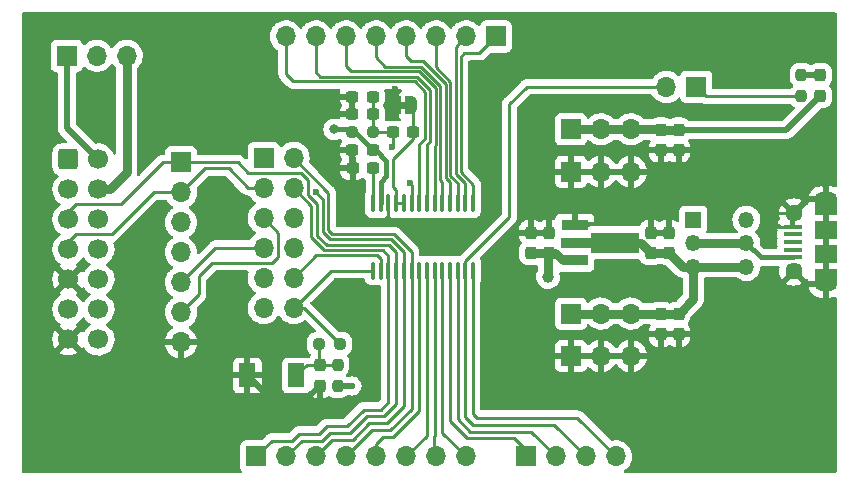
<source format=gtl>
G04 #@! TF.GenerationSoftware,KiCad,Pcbnew,(6.0.7)*
G04 #@! TF.CreationDate,2022-09-17T20:35:01+02:00*
G04 #@! TF.ProjectId,SLAU335,534c4155-3333-4352-9e6b-696361645f70,rev?*
G04 #@! TF.SameCoordinates,Original*
G04 #@! TF.FileFunction,Copper,L1,Top*
G04 #@! TF.FilePolarity,Positive*
%FSLAX46Y46*%
G04 Gerber Fmt 4.6, Leading zero omitted, Abs format (unit mm)*
G04 Created by KiCad (PCBNEW (6.0.7)) date 2022-09-17 20:35:01*
%MOMM*%
%LPD*%
G01*
G04 APERTURE LIST*
G04 Aperture macros list*
%AMRoundRect*
0 Rectangle with rounded corners*
0 $1 Rounding radius*
0 $2 $3 $4 $5 $6 $7 $8 $9 X,Y pos of 4 corners*
0 Add a 4 corners polygon primitive as box body*
4,1,4,$2,$3,$4,$5,$6,$7,$8,$9,$2,$3,0*
0 Add four circle primitives for the rounded corners*
1,1,$1+$1,$2,$3*
1,1,$1+$1,$4,$5*
1,1,$1+$1,$6,$7*
1,1,$1+$1,$8,$9*
0 Add four rect primitives between the rounded corners*
20,1,$1+$1,$2,$3,$4,$5,0*
20,1,$1+$1,$4,$5,$6,$7,0*
20,1,$1+$1,$6,$7,$8,$9,0*
20,1,$1+$1,$8,$9,$2,$3,0*%
%AMFreePoly0*
4,1,9,5.362500,-0.866500,1.237500,-0.866500,1.237500,-0.450000,-1.237500,-0.450000,-1.237500,0.450000,1.237500,0.450000,1.237500,0.866500,5.362500,0.866500,5.362500,-0.866500,5.362500,-0.866500,$1*%
%AMFreePoly1*
4,1,22,0.500000,-0.750000,0.000000,-0.750000,0.000000,-0.745033,-0.079941,-0.743568,-0.215256,-0.701293,-0.333266,-0.622738,-0.424486,-0.514219,-0.481581,-0.384460,-0.499164,-0.250000,-0.500000,-0.250000,-0.500000,0.250000,-0.499164,0.250000,-0.499963,0.256109,-0.478152,0.396186,-0.417904,0.524511,-0.324060,0.630769,-0.204165,0.706417,-0.067858,0.745374,0.000000,0.744959,0.000000,0.750000,
0.500000,0.750000,0.500000,-0.750000,0.500000,-0.750000,$1*%
%AMFreePoly2*
4,1,20,0.000000,0.744959,0.073905,0.744508,0.209726,0.703889,0.328688,0.626782,0.421226,0.519385,0.479903,0.390333,0.500000,0.250000,0.500000,-0.250000,0.499851,-0.262216,0.476331,-0.402017,0.414519,-0.529596,0.319384,-0.634700,0.198574,-0.708877,0.061801,-0.746166,0.000000,-0.745033,0.000000,-0.750000,-0.500000,-0.750000,-0.500000,0.750000,0.000000,0.750000,0.000000,0.744959,
0.000000,0.744959,$1*%
G04 Aperture macros list end*
G04 #@! TA.AperFunction,ComponentPad*
%ADD10RoundRect,0.250000X-0.600000X-0.600000X0.600000X-0.600000X0.600000X0.600000X-0.600000X0.600000X0*%
G04 #@! TD*
G04 #@! TA.AperFunction,ComponentPad*
%ADD11C,1.700000*%
G04 #@! TD*
G04 #@! TA.AperFunction,SMDPad,CuDef*
%ADD12RoundRect,0.237500X0.300000X0.237500X-0.300000X0.237500X-0.300000X-0.237500X0.300000X-0.237500X0*%
G04 #@! TD*
G04 #@! TA.AperFunction,ComponentPad*
%ADD13R,1.700000X1.700000*%
G04 #@! TD*
G04 #@! TA.AperFunction,ComponentPad*
%ADD14O,1.700000X1.700000*%
G04 #@! TD*
G04 #@! TA.AperFunction,SMDPad,CuDef*
%ADD15RoundRect,0.237500X0.237500X-0.300000X0.237500X0.300000X-0.237500X0.300000X-0.237500X-0.300000X0*%
G04 #@! TD*
G04 #@! TA.AperFunction,SMDPad,CuDef*
%ADD16RoundRect,0.237500X-0.250000X-0.237500X0.250000X-0.237500X0.250000X0.237500X-0.250000X0.237500X0*%
G04 #@! TD*
G04 #@! TA.AperFunction,SMDPad,CuDef*
%ADD17R,2.300000X0.900000*%
G04 #@! TD*
G04 #@! TA.AperFunction,SMDPad,CuDef*
%ADD18FreePoly0,0.000000*%
G04 #@! TD*
G04 #@! TA.AperFunction,SMDPad,CuDef*
%ADD19RoundRect,0.237500X-0.237500X0.287500X-0.237500X-0.287500X0.237500X-0.287500X0.237500X0.287500X0*%
G04 #@! TD*
G04 #@! TA.AperFunction,SMDPad,CuDef*
%ADD20RoundRect,0.237500X-0.237500X0.250000X-0.237500X-0.250000X0.237500X-0.250000X0.237500X0.250000X0*%
G04 #@! TD*
G04 #@! TA.AperFunction,SMDPad,CuDef*
%ADD21RoundRect,0.237500X-0.237500X0.300000X-0.237500X-0.300000X0.237500X-0.300000X0.237500X0.300000X0*%
G04 #@! TD*
G04 #@! TA.AperFunction,SMDPad,CuDef*
%ADD22R,1.550000X0.400000*%
G04 #@! TD*
G04 #@! TA.AperFunction,SMDPad,CuDef*
%ADD23R,1.900000X1.200000*%
G04 #@! TD*
G04 #@! TA.AperFunction,ComponentPad*
%ADD24C,1.450000*%
G04 #@! TD*
G04 #@! TA.AperFunction,ComponentPad*
%ADD25O,1.900000X1.200000*%
G04 #@! TD*
G04 #@! TA.AperFunction,SMDPad,CuDef*
%ADD26R,1.900000X1.500000*%
G04 #@! TD*
G04 #@! TA.AperFunction,SMDPad,CuDef*
%ADD27RoundRect,0.237500X0.237500X-0.250000X0.237500X0.250000X-0.237500X0.250000X-0.237500X-0.250000X0*%
G04 #@! TD*
G04 #@! TA.AperFunction,ComponentPad*
%ADD28R,1.350000X1.350000*%
G04 #@! TD*
G04 #@! TA.AperFunction,ComponentPad*
%ADD29O,1.350000X1.350000*%
G04 #@! TD*
G04 #@! TA.AperFunction,SMDPad,CuDef*
%ADD30RoundRect,0.100000X-0.100000X0.637500X-0.100000X-0.637500X0.100000X-0.637500X0.100000X0.637500X0*%
G04 #@! TD*
G04 #@! TA.AperFunction,SMDPad,CuDef*
%ADD31R,1.400000X2.000000*%
G04 #@! TD*
G04 #@! TA.AperFunction,SMDPad,CuDef*
%ADD32RoundRect,0.237500X0.250000X0.237500X-0.250000X0.237500X-0.250000X-0.237500X0.250000X-0.237500X0*%
G04 #@! TD*
G04 #@! TA.AperFunction,SMDPad,CuDef*
%ADD33RoundRect,0.237500X-0.300000X-0.237500X0.300000X-0.237500X0.300000X0.237500X-0.300000X0.237500X0*%
G04 #@! TD*
G04 #@! TA.AperFunction,SMDPad,CuDef*
%ADD34FreePoly1,0.000000*%
G04 #@! TD*
G04 #@! TA.AperFunction,SMDPad,CuDef*
%ADD35FreePoly2,0.000000*%
G04 #@! TD*
G04 #@! TA.AperFunction,ViaPad*
%ADD36C,0.600000*%
G04 #@! TD*
G04 #@! TA.AperFunction,ViaPad*
%ADD37C,0.800000*%
G04 #@! TD*
G04 #@! TA.AperFunction,ViaPad*
%ADD38C,1.000000*%
G04 #@! TD*
G04 #@! TA.AperFunction,Conductor*
%ADD39C,0.254000*%
G04 #@! TD*
G04 #@! TA.AperFunction,Conductor*
%ADD40C,0.381000*%
G04 #@! TD*
G04 #@! TA.AperFunction,Conductor*
%ADD41C,0.508000*%
G04 #@! TD*
G04 #@! TA.AperFunction,Conductor*
%ADD42C,0.750000*%
G04 #@! TD*
G04 APERTURE END LIST*
G36*
X141017100Y-91682000D02*
G01*
X140517100Y-91682000D01*
X140517100Y-91082000D01*
X141017100Y-91082000D01*
X141017100Y-91682000D01*
G37*
D10*
X112445000Y-95950000D03*
D11*
X114985000Y-95950000D03*
X112445000Y-98490000D03*
X114985000Y-98490000D03*
X112445000Y-101030000D03*
X114985000Y-101030000D03*
X112445000Y-103570000D03*
X114985000Y-103570000D03*
X112445000Y-106110000D03*
X114985000Y-106110000D03*
X112445000Y-108650000D03*
X114985000Y-108650000D03*
X112445000Y-111190000D03*
X114985000Y-111190000D03*
D12*
X138199500Y-95192000D03*
X136474500Y-95192000D03*
X138200600Y-92144000D03*
X136475600Y-92144000D03*
D13*
X128320000Y-121100000D03*
D14*
X130860000Y-121100000D03*
X133400000Y-121100000D03*
X135940000Y-121100000D03*
X138480000Y-121100000D03*
X141020000Y-121100000D03*
X143560000Y-121100000D03*
X146100000Y-121100000D03*
D13*
X148640000Y-85540000D03*
D14*
X146100000Y-85540000D03*
X143560000Y-85540000D03*
X141020000Y-85540000D03*
X138480000Y-85540000D03*
X135940000Y-85540000D03*
X133400000Y-85540000D03*
X130860000Y-85540000D03*
D13*
X121970000Y-96203000D03*
D14*
X121970000Y-98743000D03*
X121970000Y-101283000D03*
X121970000Y-103823000D03*
X121970000Y-106363000D03*
X121970000Y-108903000D03*
X121970000Y-111443000D03*
D15*
X163250000Y-103862500D03*
X163250000Y-102137500D03*
X161750000Y-103862500D03*
X161750000Y-102137500D03*
X151600000Y-103862500D03*
X151600000Y-102137500D03*
X153100000Y-103862500D03*
X153100000Y-102137500D03*
D16*
X136440600Y-93664000D03*
X138265600Y-93664000D03*
D17*
X155312500Y-101500000D03*
D18*
X155400000Y-103000000D03*
D17*
X155312500Y-104500000D03*
D19*
X176100000Y-88825000D03*
X176100000Y-90575000D03*
D13*
X165600000Y-89800000D03*
D14*
X163060000Y-89800000D03*
D20*
X174500000Y-88787500D03*
X174500000Y-90612500D03*
D13*
X151180000Y-121100000D03*
D14*
X153720000Y-121100000D03*
X156260000Y-121100000D03*
X158800000Y-121100000D03*
D13*
X155000000Y-93400000D03*
D14*
X157540000Y-93400000D03*
X160080000Y-93400000D03*
D13*
X155000000Y-97000000D03*
D14*
X157540000Y-97000000D03*
X160080000Y-97000000D03*
D13*
X155000000Y-112600000D03*
D14*
X157540000Y-112600000D03*
X160080000Y-112600000D03*
D21*
X164100000Y-109037500D03*
X164100000Y-110762500D03*
X164100000Y-93437500D03*
X164100000Y-95162500D03*
X162600000Y-93437500D03*
X162600000Y-95162500D03*
D13*
X155000000Y-109000000D03*
D14*
X157540000Y-109000000D03*
X160080000Y-109000000D03*
D22*
X173758500Y-104239000D03*
X173758500Y-103589000D03*
X173758500Y-102939000D03*
X173758500Y-102289000D03*
X173758500Y-101639000D03*
D23*
X176546000Y-105839000D03*
D24*
X173846000Y-100489000D03*
D25*
X176546000Y-99339000D03*
X176546000Y-106539000D03*
D26*
X176546000Y-101939000D03*
X176546000Y-103939000D03*
D23*
X176546000Y-100039000D03*
D24*
X173846000Y-105389000D03*
D12*
X138200600Y-90644000D03*
X136475600Y-90644000D03*
D13*
X112300000Y-87180000D03*
D14*
X114840000Y-87180000D03*
X117380000Y-87180000D03*
D21*
X133738000Y-113379500D03*
X133738000Y-115104500D03*
D27*
X135238000Y-115154500D03*
X135238000Y-113329500D03*
D28*
X165350000Y-101050000D03*
D29*
X165350000Y-103050000D03*
X165350000Y-105050000D03*
X169850000Y-101050000D03*
X169850000Y-103050000D03*
X169850000Y-105050000D03*
D21*
X162600000Y-109037500D03*
X162600000Y-110762500D03*
D13*
X128969200Y-95827000D03*
D14*
X131509200Y-95827000D03*
X128969200Y-98367000D03*
X131509200Y-98367000D03*
X128969200Y-100907000D03*
X131509200Y-100907000D03*
X128969200Y-103447000D03*
X131509200Y-103447000D03*
X128969200Y-105987000D03*
X131509200Y-105987000D03*
X128969200Y-108527000D03*
X131509200Y-108527000D03*
D30*
X146692800Y-99644700D03*
X146042800Y-99644700D03*
X145392800Y-99644700D03*
X144742800Y-99644700D03*
X144092800Y-99644700D03*
X143442800Y-99644700D03*
X142792800Y-99644700D03*
X142142800Y-99644700D03*
X141492800Y-99644700D03*
X140842800Y-99644700D03*
X140192800Y-99644700D03*
X139542800Y-99644700D03*
X138892800Y-99644700D03*
X138242800Y-99644700D03*
X138242800Y-105369700D03*
X138892800Y-105369700D03*
X139542800Y-105369700D03*
X140192800Y-105369700D03*
X140842800Y-105369700D03*
X141492800Y-105369700D03*
X142142800Y-105369700D03*
X142792800Y-105369700D03*
X143442800Y-105369700D03*
X144092800Y-105369700D03*
X144742800Y-105369700D03*
X145392800Y-105369700D03*
X146042800Y-105369700D03*
X146692800Y-105369700D03*
D31*
X131749000Y-114242000D03*
X127599000Y-114242000D03*
D32*
X135455500Y-111575000D03*
X133630500Y-111575000D03*
D12*
X138224900Y-96716000D03*
X136499900Y-96716000D03*
D33*
X139904600Y-93668000D03*
X141629600Y-93668000D03*
D34*
X140117100Y-91382000D03*
D35*
X141417100Y-91382000D03*
D36*
X140131000Y-89985000D03*
X115010400Y-91585200D03*
X124713200Y-98748000D03*
X118414000Y-104437600D03*
X123646400Y-91382000D03*
X136448000Y-115131000D03*
D37*
X134938000Y-93400000D03*
D38*
X153050000Y-105900000D03*
D36*
X133409129Y-98738871D03*
X141401000Y-97986000D03*
X139877000Y-94938000D03*
D39*
X139542800Y-99644700D02*
X139542800Y-100987200D01*
X171272000Y-101568000D02*
X171354000Y-101650000D01*
D40*
X140117100Y-89998900D02*
X140131000Y-89985000D01*
D39*
X136499900Y-100577900D02*
X136499900Y-96716000D01*
X171272000Y-100500000D02*
X171272000Y-101568000D01*
X139542800Y-100987200D02*
X139242000Y-101288000D01*
X171354000Y-101650000D02*
X173747500Y-101650000D01*
X137210000Y-101288000D02*
X136499900Y-100577900D01*
D41*
X127599000Y-114242000D02*
X129377000Y-116020000D01*
D39*
X173835000Y-100500000D02*
X171272000Y-100500000D01*
D40*
X136475600Y-90644000D02*
X136475600Y-92144000D01*
D39*
X139242000Y-101288000D02*
X137210000Y-101288000D01*
X173846000Y-100489000D02*
X173835000Y-100500000D01*
D40*
X136474500Y-96690600D02*
X136499900Y-96716000D01*
D41*
X129377000Y-116020000D02*
X132822500Y-116020000D01*
X132822500Y-116020000D02*
X133738000Y-115104500D01*
D40*
X140117100Y-91382000D02*
X140117100Y-89998900D01*
D39*
X173747500Y-101650000D02*
X173758500Y-101639000D01*
D40*
X136474500Y-95192000D02*
X136474500Y-96690600D01*
D39*
X131509200Y-108527000D02*
X132407500Y-108527000D01*
X138242800Y-105369700D02*
X134666500Y-105369700D01*
X132407500Y-108527000D02*
X135455500Y-111575000D01*
X134666500Y-105369700D02*
X131509200Y-108527000D01*
X138607000Y-104082000D02*
X133414200Y-104082000D01*
X133414200Y-104082000D02*
X131509200Y-105987000D01*
X138892800Y-105369700D02*
X138892800Y-104367800D01*
X138892800Y-104367800D02*
X138607000Y-104082000D01*
D42*
X154275000Y-104500000D02*
X155312500Y-104500000D01*
X160080000Y-93400000D02*
X162562500Y-93400000D01*
X153637500Y-103862500D02*
X154275000Y-104500000D01*
X155000000Y-93400000D02*
X157540000Y-93400000D01*
X153050000Y-105900000D02*
X153050000Y-103912500D01*
X153050000Y-103912500D02*
X153100000Y-103862500D01*
D41*
X164100000Y-93437500D02*
X173237500Y-93437500D01*
D40*
X138892800Y-97827200D02*
X139369000Y-97351000D01*
D42*
X157540000Y-93400000D02*
X160080000Y-93400000D01*
D41*
X135261500Y-115131000D02*
X135238000Y-115154500D01*
D42*
X162562500Y-93400000D02*
X162600000Y-93437500D01*
D40*
X139369000Y-97351000D02*
X139369000Y-96081000D01*
D41*
X136448000Y-115131000D02*
X135261500Y-115131000D01*
X173237500Y-93437500D02*
X173537500Y-93137500D01*
X176100000Y-90575000D02*
X173537500Y-93137500D01*
D40*
X134938000Y-93400000D02*
X136176600Y-93400000D01*
X139369000Y-96081000D02*
X138480000Y-95192000D01*
D41*
X173537500Y-93137500D02*
X173275000Y-93400000D01*
D40*
X138892800Y-99644700D02*
X138892800Y-97827200D01*
X136440600Y-93664000D02*
X136671500Y-93664000D01*
D42*
X162600000Y-93437500D02*
X164100000Y-93437500D01*
X153100000Y-103862500D02*
X153637500Y-103862500D01*
D40*
X136176600Y-93400000D02*
X136440600Y-93664000D01*
X138480000Y-95192000D02*
X138199500Y-95192000D01*
X136671500Y-93664000D02*
X138199500Y-95192000D01*
D42*
X153100000Y-103862500D02*
X151600000Y-103862500D01*
D39*
X146692800Y-117501800D02*
X147024000Y-117833000D01*
X147024000Y-117833000D02*
X155533000Y-117833000D01*
X146692800Y-105369700D02*
X146692800Y-117501800D01*
X155533000Y-117833000D02*
X158800000Y-121100000D01*
X149783000Y-100848328D02*
X149783000Y-91255000D01*
X151238000Y-89800000D02*
X163060000Y-89800000D01*
X146042800Y-104588528D02*
X149783000Y-100848328D01*
X146042800Y-105369700D02*
X146042800Y-117748484D01*
X149783000Y-91255000D02*
X151238000Y-89800000D01*
X156260000Y-121100000D02*
X153574000Y-118414000D01*
X146708316Y-118414000D02*
X153574000Y-118414000D01*
X146042800Y-117748484D02*
X146708316Y-118414000D01*
X146042800Y-105369700D02*
X146042800Y-104588528D01*
X144742800Y-105369700D02*
X144742800Y-118091800D01*
X146227000Y-119576000D02*
X150164000Y-119576000D01*
X144742800Y-118091800D02*
X146227000Y-119576000D01*
X151180000Y-121100000D02*
X151180000Y-120592000D01*
X151180000Y-120592000D02*
X150164000Y-119576000D01*
X145392800Y-105369700D02*
X145392800Y-117920142D01*
X146467658Y-118995000D02*
X145392800Y-117920142D01*
X153720000Y-121100000D02*
X151615000Y-118995000D01*
X151615000Y-118995000D02*
X146467658Y-118995000D01*
X144092800Y-105369700D02*
X144092800Y-119092800D01*
X146100000Y-121100000D02*
X144092800Y-119092800D01*
X139115000Y-119449000D02*
X139936658Y-119449000D01*
X138480000Y-121100000D02*
X138480000Y-120084000D01*
X138480000Y-120084000D02*
X139115000Y-119449000D01*
X139936658Y-119449000D02*
X142142800Y-117242858D01*
X142142800Y-105369700D02*
X142142800Y-117242858D01*
X139696000Y-118868000D02*
X138172000Y-118868000D01*
X141492800Y-105369700D02*
X141492800Y-117071200D01*
X139980104Y-102266000D02*
X141492800Y-103778696D01*
X141492800Y-117071200D02*
X139696000Y-118868000D01*
X138172000Y-118868000D02*
X135940000Y-121100000D01*
X141492800Y-103778696D02*
X141492800Y-105369700D01*
X134759000Y-102266000D02*
X139980104Y-102266000D01*
X131509200Y-95827000D02*
X134435000Y-98752800D01*
X134435000Y-98752800D02*
X134435000Y-101942000D01*
X134435000Y-101942000D02*
X134759000Y-102266000D01*
X133981000Y-102130052D02*
X134570948Y-102720000D01*
X134797000Y-119703000D02*
X136515342Y-119703000D01*
X140842800Y-105369700D02*
X140842800Y-116824516D01*
X133409129Y-98757129D02*
X133981000Y-99329000D01*
X136515342Y-119703000D02*
X137931342Y-118287000D01*
X134570948Y-102720000D02*
X139792052Y-102720000D01*
X137931342Y-118287000D02*
X139380316Y-118287000D01*
X133400000Y-121100000D02*
X134797000Y-119703000D01*
X133981000Y-99329000D02*
X133981000Y-102130052D01*
X139792052Y-102720000D02*
X140842800Y-103770748D01*
X133409129Y-98738871D02*
X133409129Y-98757129D01*
X140842800Y-103770748D02*
X140842800Y-105369700D01*
X139380316Y-118287000D02*
X140842800Y-116824516D01*
X140192800Y-103762800D02*
X140192800Y-105369700D01*
X132765000Y-98980748D02*
X133527000Y-99742748D01*
X140192800Y-116652858D02*
X139139658Y-117706000D01*
X127685000Y-97097000D02*
X132130000Y-97097000D01*
X139139658Y-117706000D02*
X137690684Y-117706000D01*
X112445000Y-101030000D02*
X112445000Y-100395000D01*
X116895450Y-99758550D02*
X120451000Y-96203000D01*
X133527000Y-99742748D02*
X133527000Y-102393000D01*
X113081450Y-99758550D02*
X116895450Y-99758550D01*
X139604000Y-103174000D02*
X140192800Y-103762800D01*
X140192800Y-105369700D02*
X140192800Y-116652858D01*
X136274684Y-119122000D02*
X134556342Y-119122000D01*
X121970000Y-96203000D02*
X126791000Y-96203000D01*
X120451000Y-96203000D02*
X121970000Y-96203000D01*
X134308000Y-103174000D02*
X139604000Y-103174000D01*
X133911842Y-119766500D02*
X132193500Y-119766500D01*
X126791000Y-96203000D02*
X127685000Y-97097000D01*
X132130000Y-97097000D02*
X132765000Y-97732000D01*
X137690684Y-117706000D02*
X136274684Y-119122000D01*
X112445000Y-100395000D02*
X113081450Y-99758550D01*
X132765000Y-97732000D02*
X132765000Y-98980748D01*
X132193500Y-119766500D02*
X130860000Y-121100000D01*
X133527000Y-102393000D02*
X134308000Y-103174000D01*
X134556342Y-119122000D02*
X133911842Y-119766500D01*
X139542800Y-116481200D02*
X138899000Y-117125000D01*
X139542800Y-105369700D02*
X139542800Y-116481200D01*
X133019000Y-99876800D02*
X133019000Y-102558000D01*
X136034026Y-118541000D02*
X134315684Y-118541000D01*
X139042000Y-103628000D02*
X139542800Y-104128800D01*
X137450026Y-117125000D02*
X136034026Y-118541000D01*
X129653500Y-119766500D02*
X128320000Y-121100000D01*
X138899000Y-117125000D02*
X137450026Y-117125000D01*
X134315684Y-118541000D02*
X133671184Y-119185500D01*
X131952842Y-119185500D02*
X131371842Y-119766500D01*
X139542800Y-104128800D02*
X139542800Y-105369700D01*
X134089000Y-103628000D02*
X139042000Y-103628000D01*
X133671184Y-119185500D02*
X131952842Y-119185500D01*
X131509200Y-98367000D02*
X133019000Y-99876800D01*
X131371842Y-119766500D02*
X129653500Y-119766500D01*
X133019000Y-102558000D02*
X134089000Y-103628000D01*
D42*
X165350000Y-105050000D02*
X165350000Y-107787500D01*
X162600000Y-109037500D02*
X164100000Y-109037500D01*
X160080000Y-109000000D02*
X162562500Y-109000000D01*
X160887500Y-103000000D02*
X155400000Y-103000000D01*
X162562500Y-109000000D02*
X162600000Y-109037500D01*
X161750000Y-103862500D02*
X160887500Y-103000000D01*
X165350000Y-105050000D02*
X164437500Y-105050000D01*
X169850000Y-105050000D02*
X165350000Y-105050000D01*
X165350000Y-107787500D02*
X164100000Y-109037500D01*
X161750000Y-103862500D02*
X163250000Y-103862500D01*
X157540000Y-109000000D02*
X160080000Y-109000000D01*
X164437500Y-105050000D02*
X163250000Y-103862500D01*
X155000000Y-109000000D02*
X157540000Y-109000000D01*
X117380000Y-97038800D02*
X117380000Y-87180000D01*
X114985000Y-98490000D02*
X115928800Y-98490000D01*
X115928800Y-98490000D02*
X117380000Y-97038800D01*
D41*
X112300000Y-87180000D02*
X112300000Y-93265000D01*
X112300000Y-93265000D02*
X114985000Y-95950000D01*
X174537500Y-88825000D02*
X174500000Y-88787500D01*
X176100000Y-88825000D02*
X174537500Y-88825000D01*
D39*
X124886000Y-103447000D02*
X121970000Y-106363000D01*
X128969200Y-103447000D02*
X124886000Y-103447000D01*
X130225000Y-102162800D02*
X128969200Y-100907000D01*
X129717000Y-104717000D02*
X130225000Y-104209000D01*
X121970000Y-108903000D02*
X123494000Y-107379000D01*
X123494000Y-105860000D02*
X124637000Y-104717000D01*
X124637000Y-104717000D02*
X129717000Y-104717000D01*
X130225000Y-104209000D02*
X130225000Y-102162800D01*
X123494000Y-107379000D02*
X123494000Y-105860000D01*
X112445000Y-102935000D02*
X113076000Y-102304000D01*
X119679000Y-98743000D02*
X121970000Y-98743000D01*
X123997000Y-96716000D02*
X126026948Y-96716000D01*
X127677948Y-98367000D02*
X128969200Y-98367000D01*
X121970000Y-98743000D02*
X123997000Y-96716000D01*
X112445000Y-103570000D02*
X112445000Y-102935000D01*
X116118000Y-102304000D02*
X119679000Y-98743000D01*
X113076000Y-102304000D02*
X116118000Y-102304000D01*
X126026948Y-96716000D02*
X127677948Y-98367000D01*
D40*
X171050000Y-104250000D02*
X173747500Y-104250000D01*
X169850000Y-103050000D02*
X171050000Y-104250000D01*
X173747500Y-104250000D02*
X173758500Y-104239000D01*
D42*
X169850000Y-103050000D02*
X165350000Y-103050000D01*
D39*
X165600000Y-89800000D02*
X166412500Y-90612500D01*
X166412500Y-90612500D02*
X174500000Y-90612500D01*
X141492800Y-98077800D02*
X141401000Y-97986000D01*
X138200600Y-90644000D02*
X138200600Y-92144000D01*
X139900600Y-93664000D02*
X139904600Y-93668000D01*
X138265600Y-93664000D02*
X139900600Y-93664000D01*
X138200600Y-93599000D02*
X138265600Y-93664000D01*
X139904600Y-94910400D02*
X139877000Y-94938000D01*
X141492800Y-99644700D02*
X141492800Y-98077800D01*
X139904600Y-93668000D02*
X139904600Y-94910400D01*
X138200600Y-92144000D02*
X138200600Y-93599000D01*
X141629600Y-91594500D02*
X141417100Y-91382000D01*
X141629600Y-94201400D02*
X141629600Y-93668000D01*
X139886500Y-98249500D02*
X139886500Y-95944500D01*
X141629600Y-93668000D02*
X141629600Y-91594500D01*
X140192800Y-99644700D02*
X140192800Y-98555800D01*
X140192800Y-98555800D02*
X139886500Y-98249500D01*
X140192800Y-99644700D02*
X140842800Y-99644700D01*
X139886500Y-95944500D02*
X141629600Y-94201400D01*
X142792800Y-105369700D02*
X142792800Y-119327200D01*
X141020000Y-121100000D02*
X142792800Y-119327200D01*
X143560000Y-121100000D02*
X143433000Y-120973000D01*
X143433000Y-119341600D02*
X143442800Y-119331800D01*
X143433000Y-120973000D02*
X143433000Y-119341600D01*
X143442800Y-105369700D02*
X143442800Y-119331800D01*
X138242800Y-96733900D02*
X138224900Y-96716000D01*
X138242800Y-99644700D02*
X138242800Y-96733900D01*
X135238000Y-113329500D02*
X133788000Y-113329500D01*
X133738000Y-113379500D02*
X132611500Y-113379500D01*
X133630500Y-111575000D02*
X133630500Y-113272000D01*
X133630500Y-113272000D02*
X133738000Y-113379500D01*
X132611500Y-113379500D02*
X131749000Y-114242000D01*
X133788000Y-113329500D02*
X133738000Y-113379500D01*
X145649000Y-87261000D02*
X145649000Y-97013211D01*
X146735000Y-99602500D02*
X146692800Y-99644700D01*
X146735000Y-98099211D02*
X146735000Y-99602500D01*
X145973000Y-86937000D02*
X145649000Y-87261000D01*
X145649000Y-97013211D02*
X146735000Y-98099211D01*
X148640000Y-85540000D02*
X147243000Y-86937000D01*
X147243000Y-86937000D02*
X145973000Y-86937000D01*
X146042800Y-99644700D02*
X146042800Y-97978353D01*
X145245000Y-97180553D02*
X145245000Y-86395000D01*
X145245000Y-86395000D02*
X146100000Y-85540000D01*
X146042800Y-97978353D02*
X145245000Y-97180553D01*
X145408395Y-97986000D02*
X145408395Y-99629105D01*
X145408395Y-99629105D02*
X145392800Y-99644700D01*
X144791000Y-89360867D02*
X144791000Y-97368605D01*
X143560000Y-88129868D02*
X144791000Y-89360867D01*
X143560000Y-85540000D02*
X143560000Y-88129868D01*
X144791000Y-97368605D02*
X145408395Y-97986000D01*
X141466000Y-87634000D02*
X142492789Y-87633999D01*
X144742800Y-97891747D02*
X144742800Y-99644700D01*
X141020000Y-85540000D02*
X141020000Y-87188000D01*
X144387000Y-89528209D02*
X144387000Y-97535947D01*
X144387000Y-97535947D02*
X144742800Y-97891747D01*
X142492789Y-87633999D02*
X144387000Y-89528209D01*
X141020000Y-87188000D02*
X141466000Y-87634000D01*
X139250000Y-88088000D02*
X142304737Y-88088000D01*
X138480000Y-87318000D02*
X139250000Y-88088000D01*
X142304737Y-88088000D02*
X143933000Y-89716262D01*
X138480000Y-85540000D02*
X138480000Y-87318000D01*
X143933000Y-97724000D02*
X144092800Y-97883800D01*
X143933000Y-89716262D02*
X143933000Y-97724000D01*
X144092800Y-97883800D02*
X144092800Y-99644700D01*
X135940000Y-88080000D02*
X135940000Y-85540000D01*
X142137395Y-88492000D02*
X136352000Y-88492000D01*
X143442800Y-99644700D02*
X143442800Y-94801200D01*
X136352000Y-88492000D02*
X135940000Y-88080000D01*
X143529000Y-89883605D02*
X142137395Y-88492000D01*
X143529000Y-94715000D02*
X143529000Y-89883605D01*
X143442800Y-94801200D02*
X143529000Y-94715000D01*
X133758000Y-88946000D02*
X133400000Y-88588000D01*
X143075000Y-94407000D02*
X143075000Y-90071658D01*
X142792800Y-94689200D02*
X143075000Y-94407000D01*
X142792800Y-99644700D02*
X142792800Y-94689200D01*
X133400000Y-88588000D02*
X133400000Y-85540000D01*
X143075000Y-90071658D02*
X141949342Y-88946000D01*
X141949342Y-88946000D02*
X133758000Y-88946000D01*
X142671000Y-90239000D02*
X141782000Y-89350000D01*
X141782000Y-89350000D02*
X131495000Y-89350000D01*
X142142800Y-94704200D02*
X142671000Y-94176000D01*
X130860000Y-88715000D02*
X130860000Y-85540000D01*
X142671000Y-94176000D02*
X142671000Y-90239000D01*
X131495000Y-89350000D02*
X130860000Y-88715000D01*
X142142800Y-99644700D02*
X142142800Y-94704200D01*
G04 #@! TA.AperFunction,Conductor*
G36*
X177433621Y-83528502D02*
G01*
X177480114Y-83582158D01*
X177491500Y-83634500D01*
X177491500Y-98197762D01*
X177471498Y-98265883D01*
X177417842Y-98312376D01*
X177347568Y-98322480D01*
X177318401Y-98314628D01*
X177217685Y-98274038D01*
X177206230Y-98270645D01*
X177009072Y-98232143D01*
X177000209Y-98231066D01*
X176997500Y-98231000D01*
X176818115Y-98231000D01*
X176802876Y-98235475D01*
X176801671Y-98236865D01*
X176800000Y-98244548D01*
X176800000Y-107628885D01*
X176804475Y-107644124D01*
X176805865Y-107645329D01*
X176813548Y-107647000D01*
X176945832Y-107647000D01*
X176951808Y-107646715D01*
X177100494Y-107632529D01*
X177112228Y-107630270D01*
X177303598Y-107574129D01*
X177318708Y-107568085D01*
X177389385Y-107561359D01*
X177452479Y-107593911D01*
X177487958Y-107655407D01*
X177491500Y-107685074D01*
X177491500Y-122365500D01*
X177471498Y-122433621D01*
X177417842Y-122480114D01*
X177365500Y-122491500D01*
X159582343Y-122491500D01*
X159514222Y-122471498D01*
X159467729Y-122417842D01*
X159457625Y-122347568D01*
X159487119Y-122282988D01*
X159509175Y-122262921D01*
X159675656Y-122144172D01*
X159675659Y-122144170D01*
X159679860Y-122141173D01*
X159838096Y-121983489D01*
X159968453Y-121802077D01*
X159989320Y-121759857D01*
X160065136Y-121606453D01*
X160065137Y-121606451D01*
X160067430Y-121601811D01*
X160132370Y-121388069D01*
X160161529Y-121166590D01*
X160163156Y-121100000D01*
X160144852Y-120877361D01*
X160090431Y-120660702D01*
X160001354Y-120455840D01*
X159925042Y-120337880D01*
X159882822Y-120272617D01*
X159882820Y-120272614D01*
X159880014Y-120268277D01*
X159729670Y-120103051D01*
X159725619Y-120099852D01*
X159725615Y-120099848D01*
X159558414Y-119967800D01*
X159558410Y-119967798D01*
X159554359Y-119964598D01*
X159358789Y-119856638D01*
X159353920Y-119854914D01*
X159353916Y-119854912D01*
X159153087Y-119783795D01*
X159153083Y-119783794D01*
X159148212Y-119782069D01*
X159143119Y-119781162D01*
X159143116Y-119781161D01*
X158933373Y-119743800D01*
X158933367Y-119743799D01*
X158928284Y-119742894D01*
X158854452Y-119741992D01*
X158710081Y-119740228D01*
X158710079Y-119740228D01*
X158704911Y-119740165D01*
X158557627Y-119762703D01*
X158489200Y-119773173D01*
X158489197Y-119773174D01*
X158484091Y-119773955D01*
X158479184Y-119775559D01*
X158479171Y-119775562D01*
X158473661Y-119777363D01*
X158402697Y-119779512D01*
X158345425Y-119746692D01*
X156038250Y-117439517D01*
X156030674Y-117431191D01*
X156026553Y-117424697D01*
X155976734Y-117377914D01*
X155973893Y-117375160D01*
X155954094Y-117355361D01*
X155950969Y-117352937D01*
X155950960Y-117352929D01*
X155950874Y-117352863D01*
X155941849Y-117345155D01*
X155915285Y-117320210D01*
X155909506Y-117314783D01*
X155891669Y-117304977D01*
X155875153Y-117294127D01*
X155859067Y-117281650D01*
X155818334Y-117264024D01*
X155807686Y-117258807D01*
X155796058Y-117252415D01*
X155768803Y-117237431D01*
X155761128Y-117235460D01*
X155761122Y-117235458D01*
X155749089Y-117232369D01*
X155730387Y-117225966D01*
X155711708Y-117217883D01*
X155677872Y-117212524D01*
X155667873Y-117210940D01*
X155656260Y-117208535D01*
X155613282Y-117197500D01*
X155592935Y-117197500D01*
X155573224Y-117195949D01*
X155560950Y-117194005D01*
X155553121Y-117192765D01*
X155545229Y-117193511D01*
X155508944Y-117196941D01*
X155497086Y-117197500D01*
X147454300Y-117197500D01*
X147386179Y-117177498D01*
X147339686Y-117123842D01*
X147328300Y-117071500D01*
X147328300Y-113494669D01*
X153642001Y-113494669D01*
X153642371Y-113501490D01*
X153647895Y-113552352D01*
X153651521Y-113567604D01*
X153696676Y-113688054D01*
X153705214Y-113703649D01*
X153781715Y-113805724D01*
X153794276Y-113818285D01*
X153896351Y-113894786D01*
X153911946Y-113903324D01*
X154032394Y-113948478D01*
X154047649Y-113952105D01*
X154098514Y-113957631D01*
X154105328Y-113958000D01*
X154727885Y-113958000D01*
X154743124Y-113953525D01*
X154744329Y-113952135D01*
X154746000Y-113944452D01*
X154746000Y-113939884D01*
X155254000Y-113939884D01*
X155258475Y-113955123D01*
X155259865Y-113956328D01*
X155267548Y-113957999D01*
X155894669Y-113957999D01*
X155901490Y-113957629D01*
X155952352Y-113952105D01*
X155967604Y-113948479D01*
X156088054Y-113903324D01*
X156103649Y-113894786D01*
X156205724Y-113818285D01*
X156218285Y-113805724D01*
X156294786Y-113703649D01*
X156303325Y-113688052D01*
X156344425Y-113578418D01*
X156387066Y-113521653D01*
X156453628Y-113496953D01*
X156522977Y-113512160D01*
X156557645Y-113540150D01*
X156583219Y-113569674D01*
X156590580Y-113576883D01*
X156754434Y-113712916D01*
X156762881Y-113718831D01*
X156946756Y-113826279D01*
X156956042Y-113830729D01*
X157155001Y-113906703D01*
X157164899Y-113909579D01*
X157268250Y-113930606D01*
X157282299Y-113929410D01*
X157286000Y-113919065D01*
X157286000Y-113918517D01*
X157794000Y-113918517D01*
X157798064Y-113932359D01*
X157811478Y-113934393D01*
X157818184Y-113933534D01*
X157828262Y-113931392D01*
X158032255Y-113870191D01*
X158041842Y-113866433D01*
X158233095Y-113772739D01*
X158241945Y-113767464D01*
X158415328Y-113643792D01*
X158423200Y-113637139D01*
X158574052Y-113486812D01*
X158580730Y-113478965D01*
X158708022Y-113301819D01*
X158709147Y-113302627D01*
X158756669Y-113258876D01*
X158826607Y-113246661D01*
X158892046Y-113274197D01*
X158919870Y-113306028D01*
X158977690Y-113400383D01*
X158983777Y-113408699D01*
X159123213Y-113569667D01*
X159130580Y-113576883D01*
X159294434Y-113712916D01*
X159302881Y-113718831D01*
X159486756Y-113826279D01*
X159496042Y-113830729D01*
X159695001Y-113906703D01*
X159704899Y-113909579D01*
X159808250Y-113930606D01*
X159822299Y-113929410D01*
X159826000Y-113919065D01*
X159826000Y-113918517D01*
X160334000Y-113918517D01*
X160338064Y-113932359D01*
X160351478Y-113934393D01*
X160358184Y-113933534D01*
X160368262Y-113931392D01*
X160572255Y-113870191D01*
X160581842Y-113866433D01*
X160773095Y-113772739D01*
X160781945Y-113767464D01*
X160955328Y-113643792D01*
X160963200Y-113637139D01*
X161114052Y-113486812D01*
X161120730Y-113478965D01*
X161245003Y-113306020D01*
X161250313Y-113297183D01*
X161344670Y-113106267D01*
X161348469Y-113096672D01*
X161410377Y-112892910D01*
X161412555Y-112882837D01*
X161413986Y-112871962D01*
X161411775Y-112857778D01*
X161398617Y-112854000D01*
X160352115Y-112854000D01*
X160336876Y-112858475D01*
X160335671Y-112859865D01*
X160334000Y-112867548D01*
X160334000Y-113918517D01*
X159826000Y-113918517D01*
X159826000Y-112872115D01*
X159821525Y-112856876D01*
X159820135Y-112855671D01*
X159812452Y-112854000D01*
X157812115Y-112854000D01*
X157796876Y-112858475D01*
X157795671Y-112859865D01*
X157794000Y-112867548D01*
X157794000Y-113918517D01*
X157286000Y-113918517D01*
X157286000Y-112872115D01*
X157281525Y-112856876D01*
X157280135Y-112855671D01*
X157272452Y-112854000D01*
X155272115Y-112854000D01*
X155256876Y-112858475D01*
X155255671Y-112859865D01*
X155254000Y-112867548D01*
X155254000Y-113939884D01*
X154746000Y-113939884D01*
X154746000Y-112872115D01*
X154741525Y-112856876D01*
X154740135Y-112855671D01*
X154732452Y-112854000D01*
X153660116Y-112854000D01*
X153644877Y-112858475D01*
X153643672Y-112859865D01*
X153642001Y-112867548D01*
X153642001Y-113494669D01*
X147328300Y-113494669D01*
X147328300Y-112327885D01*
X153642000Y-112327885D01*
X153646475Y-112343124D01*
X153647865Y-112344329D01*
X153655548Y-112346000D01*
X154727885Y-112346000D01*
X154743124Y-112341525D01*
X154744329Y-112340135D01*
X154746000Y-112332452D01*
X154746000Y-112327885D01*
X155254000Y-112327885D01*
X155258475Y-112343124D01*
X155259865Y-112344329D01*
X155267548Y-112346000D01*
X157267885Y-112346000D01*
X157283124Y-112341525D01*
X157284329Y-112340135D01*
X157286000Y-112332452D01*
X157286000Y-112327885D01*
X157794000Y-112327885D01*
X157798475Y-112343124D01*
X157799865Y-112344329D01*
X157807548Y-112346000D01*
X159807885Y-112346000D01*
X159823124Y-112341525D01*
X159824329Y-112340135D01*
X159826000Y-112332452D01*
X159826000Y-112327885D01*
X160334000Y-112327885D01*
X160338475Y-112343124D01*
X160339865Y-112344329D01*
X160347548Y-112346000D01*
X161398344Y-112346000D01*
X161411875Y-112342027D01*
X161413180Y-112332947D01*
X161371214Y-112165875D01*
X161367894Y-112156124D01*
X161282972Y-111960814D01*
X161278105Y-111951739D01*
X161162426Y-111772926D01*
X161156136Y-111764757D01*
X161012806Y-111607240D01*
X161005273Y-111600215D01*
X160838139Y-111468222D01*
X160829552Y-111462517D01*
X160643117Y-111359599D01*
X160633705Y-111355369D01*
X160432959Y-111284280D01*
X160422988Y-111281646D01*
X160351837Y-111268972D01*
X160338540Y-111270432D01*
X160334000Y-111284989D01*
X160334000Y-112327885D01*
X159826000Y-112327885D01*
X159826000Y-111283102D01*
X159822082Y-111269758D01*
X159807806Y-111267771D01*
X159769324Y-111273660D01*
X159759288Y-111276051D01*
X159556868Y-111342212D01*
X159547359Y-111346209D01*
X159358463Y-111444542D01*
X159349738Y-111450036D01*
X159179433Y-111577905D01*
X159171726Y-111584748D01*
X159024590Y-111738717D01*
X159018104Y-111746727D01*
X158913193Y-111900521D01*
X158858282Y-111945524D01*
X158787757Y-111953695D01*
X158724010Y-111922441D01*
X158703313Y-111897957D01*
X158622427Y-111772926D01*
X158616136Y-111764757D01*
X158472806Y-111607240D01*
X158465273Y-111600215D01*
X158298139Y-111468222D01*
X158289552Y-111462517D01*
X158103117Y-111359599D01*
X158093705Y-111355369D01*
X157892959Y-111284280D01*
X157882988Y-111281646D01*
X157811837Y-111268972D01*
X157798540Y-111270432D01*
X157794000Y-111284989D01*
X157794000Y-112327885D01*
X157286000Y-112327885D01*
X157286000Y-111283102D01*
X157282082Y-111269758D01*
X157267806Y-111267771D01*
X157229324Y-111273660D01*
X157219288Y-111276051D01*
X157016868Y-111342212D01*
X157007359Y-111346209D01*
X156818463Y-111444542D01*
X156809738Y-111450036D01*
X156639433Y-111577905D01*
X156631726Y-111584748D01*
X156554094Y-111665985D01*
X156492570Y-111701415D01*
X156421657Y-111697958D01*
X156363871Y-111656712D01*
X156345018Y-111623164D01*
X156303324Y-111511946D01*
X156294786Y-111496351D01*
X156218285Y-111394276D01*
X156205724Y-111381715D01*
X156103649Y-111305214D01*
X156088054Y-111296676D01*
X155967606Y-111251522D01*
X155952351Y-111247895D01*
X155901486Y-111242369D01*
X155894672Y-111242000D01*
X155272115Y-111242000D01*
X155256876Y-111246475D01*
X155255671Y-111247865D01*
X155254000Y-111255548D01*
X155254000Y-112327885D01*
X154746000Y-112327885D01*
X154746000Y-111260116D01*
X154741525Y-111244877D01*
X154740135Y-111243672D01*
X154732452Y-111242001D01*
X154105331Y-111242001D01*
X154098510Y-111242371D01*
X154047648Y-111247895D01*
X154032396Y-111251521D01*
X153911946Y-111296676D01*
X153896351Y-111305214D01*
X153794276Y-111381715D01*
X153781715Y-111394276D01*
X153705214Y-111496351D01*
X153696676Y-111511946D01*
X153651522Y-111632394D01*
X153647895Y-111647649D01*
X153642369Y-111698514D01*
X153642000Y-111705328D01*
X153642000Y-112327885D01*
X147328300Y-112327885D01*
X147328300Y-111108766D01*
X161617000Y-111108766D01*
X161617337Y-111115282D01*
X161627075Y-111209132D01*
X161629968Y-111222528D01*
X161680488Y-111373953D01*
X161686653Y-111387115D01*
X161770426Y-111522492D01*
X161779460Y-111533890D01*
X161892129Y-111646363D01*
X161903540Y-111655375D01*
X162039063Y-111738912D01*
X162052241Y-111745056D01*
X162203766Y-111795315D01*
X162217132Y-111798181D01*
X162309770Y-111807672D01*
X162316185Y-111808000D01*
X162327885Y-111808000D01*
X162343124Y-111803525D01*
X162344329Y-111802135D01*
X162346000Y-111794452D01*
X162346000Y-111789885D01*
X162854000Y-111789885D01*
X162858475Y-111805124D01*
X162859865Y-111806329D01*
X162867548Y-111808000D01*
X162883766Y-111808000D01*
X162890282Y-111807663D01*
X162984132Y-111797925D01*
X162997528Y-111795032D01*
X163148953Y-111744512D01*
X163162115Y-111738347D01*
X163283591Y-111663176D01*
X163352043Y-111644339D01*
X163416008Y-111663061D01*
X163539059Y-111738910D01*
X163552241Y-111745056D01*
X163703766Y-111795315D01*
X163717132Y-111798181D01*
X163809770Y-111807672D01*
X163816185Y-111808000D01*
X163827885Y-111808000D01*
X163843124Y-111803525D01*
X163844329Y-111802135D01*
X163846000Y-111794452D01*
X163846000Y-111789885D01*
X164354000Y-111789885D01*
X164358475Y-111805124D01*
X164359865Y-111806329D01*
X164367548Y-111808000D01*
X164383766Y-111808000D01*
X164390282Y-111807663D01*
X164484132Y-111797925D01*
X164497528Y-111795032D01*
X164648953Y-111744512D01*
X164662115Y-111738347D01*
X164797492Y-111654574D01*
X164808890Y-111645540D01*
X164921363Y-111532871D01*
X164930375Y-111521460D01*
X165013912Y-111385937D01*
X165020056Y-111372759D01*
X165070315Y-111221234D01*
X165073181Y-111207868D01*
X165082672Y-111115230D01*
X165083000Y-111108815D01*
X165083000Y-111034615D01*
X165078525Y-111019376D01*
X165077135Y-111018171D01*
X165069452Y-111016500D01*
X164372115Y-111016500D01*
X164356876Y-111020975D01*
X164355671Y-111022365D01*
X164354000Y-111030048D01*
X164354000Y-111789885D01*
X163846000Y-111789885D01*
X163846000Y-111034615D01*
X163841525Y-111019376D01*
X163840135Y-111018171D01*
X163832452Y-111016500D01*
X162872115Y-111016500D01*
X162856876Y-111020975D01*
X162855671Y-111022365D01*
X162854000Y-111030048D01*
X162854000Y-111789885D01*
X162346000Y-111789885D01*
X162346000Y-111034615D01*
X162341525Y-111019376D01*
X162340135Y-111018171D01*
X162332452Y-111016500D01*
X161635115Y-111016500D01*
X161619876Y-111020975D01*
X161618671Y-111022365D01*
X161617000Y-111030048D01*
X161617000Y-111108766D01*
X147328300Y-111108766D01*
X147328300Y-106329539D01*
X147337891Y-106281321D01*
X147338797Y-106279135D01*
X147385638Y-106166050D01*
X147395781Y-106089006D01*
X147400762Y-106051172D01*
X147400762Y-106051171D01*
X147401300Y-106047085D01*
X147401299Y-104692316D01*
X147395899Y-104651291D01*
X147386716Y-104581537D01*
X147386716Y-104581535D01*
X147385638Y-104573350D01*
X147344550Y-104474155D01*
X147327484Y-104432952D01*
X147327483Y-104432950D01*
X147324324Y-104425324D01*
X147319298Y-104418774D01*
X147319295Y-104418769D01*
X147296253Y-104388741D01*
X147270651Y-104322522D01*
X147284915Y-104252973D01*
X147307119Y-104222941D01*
X147317988Y-104212072D01*
X150616500Y-104212072D01*
X150616837Y-104215318D01*
X150616837Y-104215322D01*
X150625735Y-104301076D01*
X150627293Y-104316093D01*
X150629474Y-104322629D01*
X150629474Y-104322631D01*
X150646975Y-104375088D01*
X150682346Y-104481107D01*
X150773884Y-104629031D01*
X150779066Y-104634204D01*
X150891816Y-104746758D01*
X150891821Y-104746762D01*
X150896997Y-104751929D01*
X150903227Y-104755769D01*
X150903228Y-104755770D01*
X151033747Y-104836223D01*
X151045080Y-104843209D01*
X151210191Y-104897974D01*
X151217027Y-104898674D01*
X151217030Y-104898675D01*
X151256884Y-104902758D01*
X151312928Y-104908500D01*
X151887072Y-104908500D01*
X151890318Y-104908163D01*
X151890322Y-104908163D01*
X151984235Y-104898419D01*
X151984239Y-104898418D01*
X151991093Y-104897707D01*
X152000622Y-104894528D01*
X152002582Y-104894457D01*
X152004372Y-104894070D01*
X152004441Y-104894389D01*
X152071571Y-104891942D01*
X152132656Y-104928125D01*
X152164482Y-104991588D01*
X152166500Y-105014051D01*
X152166500Y-105381245D01*
X152150915Y-105441946D01*
X152118567Y-105500787D01*
X152116706Y-105506654D01*
X152116705Y-105506656D01*
X152063075Y-105675720D01*
X152058765Y-105689306D01*
X152036719Y-105885851D01*
X152037235Y-105891995D01*
X152050522Y-106050226D01*
X152053268Y-106082934D01*
X152061879Y-106112965D01*
X152097364Y-106236714D01*
X152107783Y-106273050D01*
X152198187Y-106448956D01*
X152321035Y-106603953D01*
X152325728Y-106607947D01*
X152325729Y-106607948D01*
X152421056Y-106689077D01*
X152471650Y-106732136D01*
X152644294Y-106828624D01*
X152832392Y-106889740D01*
X153028777Y-106913158D01*
X153034912Y-106912686D01*
X153034914Y-106912686D01*
X153219830Y-106898457D01*
X153219834Y-106898456D01*
X153225972Y-106897984D01*
X153416463Y-106844798D01*
X153421967Y-106842018D01*
X153421969Y-106842017D01*
X153587495Y-106758404D01*
X153587497Y-106758403D01*
X153592996Y-106755625D01*
X153748847Y-106633861D01*
X153878078Y-106484145D01*
X153975769Y-106312179D01*
X154038197Y-106124513D01*
X154062985Y-105928295D01*
X154063380Y-105900000D01*
X154044080Y-105703167D01*
X154041142Y-105693436D01*
X154019248Y-105620917D01*
X154018707Y-105549923D01*
X154056635Y-105489906D01*
X154120990Y-105459923D01*
X154139870Y-105458500D01*
X156510634Y-105458500D01*
X156572816Y-105451745D01*
X156709205Y-105400615D01*
X156825761Y-105313261D01*
X156913115Y-105196705D01*
X156964245Y-105060316D01*
X156971000Y-104998134D01*
X156971000Y-104506229D01*
X156991002Y-104438108D01*
X157044658Y-104391615D01*
X157097000Y-104380229D01*
X160707900Y-104380229D01*
X160776021Y-104400231D01*
X160822514Y-104453887D01*
X160827424Y-104466355D01*
X160830026Y-104474155D01*
X160830028Y-104474159D01*
X160832346Y-104481107D01*
X160923884Y-104629031D01*
X160929066Y-104634204D01*
X161041816Y-104746758D01*
X161041821Y-104746762D01*
X161046997Y-104751929D01*
X161053227Y-104755769D01*
X161053228Y-104755770D01*
X161183747Y-104836223D01*
X161195080Y-104843209D01*
X161360191Y-104897974D01*
X161367027Y-104898674D01*
X161367030Y-104898675D01*
X161406884Y-104902758D01*
X161462928Y-104908500D01*
X162037072Y-104908500D01*
X162040318Y-104908163D01*
X162040322Y-104908163D01*
X162134235Y-104898419D01*
X162134239Y-104898418D01*
X162141093Y-104897707D01*
X162147629Y-104895526D01*
X162147631Y-104895526D01*
X162281400Y-104850897D01*
X162306107Y-104842654D01*
X162431828Y-104764856D01*
X162498130Y-104746000D01*
X162501664Y-104746000D01*
X162567780Y-104764740D01*
X162683747Y-104836223D01*
X162695080Y-104843209D01*
X162860191Y-104897974D01*
X162867027Y-104898674D01*
X162867030Y-104898675D01*
X162906884Y-104902758D01*
X162962928Y-104908500D01*
X162994351Y-104908500D01*
X163062472Y-104928502D01*
X163083446Y-104945404D01*
X163756588Y-105618545D01*
X163769430Y-105633581D01*
X163777315Y-105644434D01*
X163782225Y-105648855D01*
X163782226Y-105648856D01*
X163826694Y-105688895D01*
X163831479Y-105693436D01*
X163845515Y-105707472D01*
X163848079Y-105709548D01*
X163860947Y-105719969D01*
X163865962Y-105724253D01*
X163910420Y-105764283D01*
X163910425Y-105764287D01*
X163915331Y-105768704D01*
X163921047Y-105772004D01*
X163921048Y-105772005D01*
X163926949Y-105775412D01*
X163943237Y-105786607D01*
X163953661Y-105795048D01*
X164012866Y-105825214D01*
X164018619Y-105828337D01*
X164076169Y-105861564D01*
X164082453Y-105863606D01*
X164082458Y-105863608D01*
X164088921Y-105865708D01*
X164107183Y-105873272D01*
X164113249Y-105876363D01*
X164113258Y-105876366D01*
X164119137Y-105879362D01*
X164125515Y-105881071D01*
X164183304Y-105896556D01*
X164189606Y-105898422D01*
X164252798Y-105918954D01*
X164265705Y-105920311D01*
X164266128Y-105920355D01*
X164285571Y-105923958D01*
X164298529Y-105927430D01*
X164305119Y-105927775D01*
X164305123Y-105927776D01*
X164347096Y-105929976D01*
X164414076Y-105953517D01*
X164457697Y-106009533D01*
X164466500Y-106055803D01*
X164466500Y-107369352D01*
X164446498Y-107437473D01*
X164429595Y-107458447D01*
X163933447Y-107954595D01*
X163871135Y-107988621D01*
X163844352Y-107991500D01*
X163812928Y-107991500D01*
X163809682Y-107991837D01*
X163809678Y-107991837D01*
X163715765Y-108001581D01*
X163715761Y-108001582D01*
X163708907Y-108002293D01*
X163702371Y-108004474D01*
X163702369Y-108004474D01*
X163619010Y-108032285D01*
X163543893Y-108057346D01*
X163455976Y-108111751D01*
X163418173Y-108135144D01*
X163351870Y-108154000D01*
X163348336Y-108154000D01*
X163282220Y-108135260D01*
X163161150Y-108060631D01*
X163161148Y-108060630D01*
X163154920Y-108056791D01*
X162989809Y-108002026D01*
X162982973Y-108001326D01*
X162982970Y-108001325D01*
X162931474Y-107996049D01*
X162887072Y-107991500D01*
X162312928Y-107991500D01*
X162309682Y-107991837D01*
X162309678Y-107991837D01*
X162215765Y-108001581D01*
X162215761Y-108001582D01*
X162208907Y-108002293D01*
X162202371Y-108004474D01*
X162202369Y-108004474D01*
X162119010Y-108032285D01*
X162043893Y-108057346D01*
X162037661Y-108061202D01*
X162037662Y-108061202D01*
X161978772Y-108097644D01*
X161912469Y-108116500D01*
X161168605Y-108116500D01*
X161100484Y-108096498D01*
X161075412Y-108075300D01*
X161013148Y-108006873D01*
X161013146Y-108006872D01*
X161009670Y-108003051D01*
X161005619Y-107999852D01*
X161005615Y-107999848D01*
X160838414Y-107867800D01*
X160838410Y-107867798D01*
X160834359Y-107864598D01*
X160820297Y-107856835D01*
X160778579Y-107833806D01*
X160638789Y-107756638D01*
X160633920Y-107754914D01*
X160633916Y-107754912D01*
X160433087Y-107683795D01*
X160433083Y-107683794D01*
X160428212Y-107682069D01*
X160423119Y-107681162D01*
X160423116Y-107681161D01*
X160213373Y-107643800D01*
X160213367Y-107643799D01*
X160208284Y-107642894D01*
X160134452Y-107641992D01*
X159990081Y-107640228D01*
X159990079Y-107640228D01*
X159984911Y-107640165D01*
X159764091Y-107673955D01*
X159551756Y-107743357D01*
X159521443Y-107759137D01*
X159437366Y-107802905D01*
X159353607Y-107846507D01*
X159349474Y-107849610D01*
X159349471Y-107849612D01*
X159179100Y-107977530D01*
X159174965Y-107980635D01*
X159097883Y-108061297D01*
X159082350Y-108077551D01*
X159020826Y-108112981D01*
X158991256Y-108116500D01*
X158628605Y-108116500D01*
X158560484Y-108096498D01*
X158535412Y-108075300D01*
X158473148Y-108006873D01*
X158473146Y-108006872D01*
X158469670Y-108003051D01*
X158465619Y-107999852D01*
X158465615Y-107999848D01*
X158298414Y-107867800D01*
X158298410Y-107867798D01*
X158294359Y-107864598D01*
X158280297Y-107856835D01*
X158238579Y-107833806D01*
X158098789Y-107756638D01*
X158093920Y-107754914D01*
X158093916Y-107754912D01*
X157893087Y-107683795D01*
X157893083Y-107683794D01*
X157888212Y-107682069D01*
X157883119Y-107681162D01*
X157883116Y-107681161D01*
X157673373Y-107643800D01*
X157673367Y-107643799D01*
X157668284Y-107642894D01*
X157594452Y-107641992D01*
X157450081Y-107640228D01*
X157450079Y-107640228D01*
X157444911Y-107640165D01*
X157224091Y-107673955D01*
X157011756Y-107743357D01*
X156981443Y-107759137D01*
X156897366Y-107802905D01*
X156813607Y-107846507D01*
X156809474Y-107849610D01*
X156809471Y-107849612D01*
X156639100Y-107977530D01*
X156634965Y-107980635D01*
X156557883Y-108061297D01*
X156554283Y-108065064D01*
X156492759Y-108100494D01*
X156421846Y-108097037D01*
X156364060Y-108055791D01*
X156345207Y-108022243D01*
X156303767Y-107911703D01*
X156300615Y-107903295D01*
X156213261Y-107786739D01*
X156096705Y-107699385D01*
X155960316Y-107648255D01*
X155898134Y-107641500D01*
X154101866Y-107641500D01*
X154039684Y-107648255D01*
X153903295Y-107699385D01*
X153786739Y-107786739D01*
X153699385Y-107903295D01*
X153648255Y-108039684D01*
X153641500Y-108101866D01*
X153641500Y-109898134D01*
X153648255Y-109960316D01*
X153699385Y-110096705D01*
X153786739Y-110213261D01*
X153903295Y-110300615D01*
X154039684Y-110351745D01*
X154101866Y-110358500D01*
X155898134Y-110358500D01*
X155960316Y-110351745D01*
X156096705Y-110300615D01*
X156213261Y-110213261D01*
X156300615Y-110096705D01*
X156325499Y-110030327D01*
X156344598Y-109979381D01*
X156387240Y-109922617D01*
X156453801Y-109897917D01*
X156523150Y-109913124D01*
X156557814Y-109941111D01*
X156586250Y-109973938D01*
X156758126Y-110116632D01*
X156951000Y-110229338D01*
X156955825Y-110231180D01*
X156955826Y-110231181D01*
X157005022Y-110249967D01*
X157159692Y-110309030D01*
X157164760Y-110310061D01*
X157164763Y-110310062D01*
X157254903Y-110328401D01*
X157378597Y-110353567D01*
X157383772Y-110353757D01*
X157383774Y-110353757D01*
X157596673Y-110361564D01*
X157596677Y-110361564D01*
X157601837Y-110361753D01*
X157606957Y-110361097D01*
X157606959Y-110361097D01*
X157818288Y-110334025D01*
X157818289Y-110334025D01*
X157823416Y-110333368D01*
X157839972Y-110328401D01*
X158032429Y-110270661D01*
X158032434Y-110270659D01*
X158037384Y-110269174D01*
X158237994Y-110170896D01*
X158419860Y-110041173D01*
X158541208Y-109920249D01*
X158603579Y-109886333D01*
X158630147Y-109883500D01*
X158990357Y-109883500D01*
X159058478Y-109903502D01*
X159085589Y-109926998D01*
X159126250Y-109973938D01*
X159298126Y-110116632D01*
X159491000Y-110229338D01*
X159495825Y-110231180D01*
X159495826Y-110231181D01*
X159545022Y-110249967D01*
X159699692Y-110309030D01*
X159704760Y-110310061D01*
X159704763Y-110310062D01*
X159794903Y-110328401D01*
X159918597Y-110353567D01*
X159923772Y-110353757D01*
X159923774Y-110353757D01*
X160136673Y-110361564D01*
X160136677Y-110361564D01*
X160141837Y-110361753D01*
X160146957Y-110361097D01*
X160146959Y-110361097D01*
X160358288Y-110334025D01*
X160358289Y-110334025D01*
X160363416Y-110333368D01*
X160379972Y-110328401D01*
X160572429Y-110270661D01*
X160572434Y-110270659D01*
X160577384Y-110269174D01*
X160777994Y-110170896D01*
X160959860Y-110041173D01*
X161081208Y-109920249D01*
X161143579Y-109886333D01*
X161170147Y-109883500D01*
X161617937Y-109883500D01*
X161686058Y-109903502D01*
X161732551Y-109957158D01*
X161742655Y-110027432D01*
X161725197Y-110075615D01*
X161686090Y-110139059D01*
X161679944Y-110152241D01*
X161629685Y-110303766D01*
X161626819Y-110317132D01*
X161617328Y-110409770D01*
X161617000Y-110416185D01*
X161617000Y-110490385D01*
X161621475Y-110505624D01*
X161622865Y-110506829D01*
X161630548Y-110508500D01*
X165064885Y-110508500D01*
X165080124Y-110504025D01*
X165081329Y-110502635D01*
X165083000Y-110494952D01*
X165083000Y-110416234D01*
X165082663Y-110409718D01*
X165072925Y-110315868D01*
X165070032Y-110302472D01*
X165019512Y-110151047D01*
X165013347Y-110137885D01*
X164929574Y-110002508D01*
X164920536Y-109991106D01*
X164918861Y-109989433D01*
X164918081Y-109988007D01*
X164915993Y-109985373D01*
X164916444Y-109985016D01*
X164884781Y-109927151D01*
X164889784Y-109856331D01*
X164918701Y-109811246D01*
X164921756Y-109808185D01*
X164926929Y-109803003D01*
X164930770Y-109796772D01*
X165014369Y-109661150D01*
X165014370Y-109661148D01*
X165018209Y-109654920D01*
X165072974Y-109489809D01*
X165076532Y-109455088D01*
X165081531Y-109406292D01*
X165083500Y-109387072D01*
X165083500Y-109355648D01*
X165103502Y-109287527D01*
X165120405Y-109266553D01*
X165918546Y-108468412D01*
X165933574Y-108455575D01*
X165944434Y-108447685D01*
X165988886Y-108398316D01*
X165993427Y-108393531D01*
X166007472Y-108379486D01*
X166009559Y-108376909D01*
X166019969Y-108364054D01*
X166024253Y-108359038D01*
X166064283Y-108314580D01*
X166064287Y-108314575D01*
X166068704Y-108309669D01*
X166075411Y-108298052D01*
X166086609Y-108281759D01*
X166090891Y-108276471D01*
X166095047Y-108271339D01*
X166125213Y-108212137D01*
X166128346Y-108206367D01*
X166158260Y-108154555D01*
X166158262Y-108154550D01*
X166161564Y-108148831D01*
X166163605Y-108142551D01*
X166163608Y-108142543D01*
X166165708Y-108136079D01*
X166173272Y-108117817D01*
X166176363Y-108111751D01*
X166176366Y-108111742D01*
X166179362Y-108105863D01*
X166186948Y-108077551D01*
X166196556Y-108041696D01*
X166198422Y-108035394D01*
X166218954Y-107972202D01*
X166220355Y-107958872D01*
X166223958Y-107939429D01*
X166227430Y-107926471D01*
X166229022Y-107896109D01*
X166230907Y-107860133D01*
X166231424Y-107853559D01*
X166233156Y-107837077D01*
X166233500Y-107833806D01*
X166233500Y-107813945D01*
X166233673Y-107807350D01*
X166236805Y-107747598D01*
X166236805Y-107747594D01*
X166237150Y-107741007D01*
X166235051Y-107727753D01*
X166233500Y-107708044D01*
X166233500Y-106806399D01*
X175120712Y-106806399D01*
X175142194Y-106895537D01*
X175146083Y-106906832D01*
X175228629Y-107088382D01*
X175234576Y-107098724D01*
X175349968Y-107261397D01*
X175357761Y-107270425D01*
X175501831Y-107408342D01*
X175511196Y-107415738D01*
X175678741Y-107523921D01*
X175689345Y-107529417D01*
X175874312Y-107603961D01*
X175885770Y-107607355D01*
X176082928Y-107645857D01*
X176091791Y-107646934D01*
X176094500Y-107647000D01*
X176273885Y-107647000D01*
X176289124Y-107642525D01*
X176290329Y-107641135D01*
X176292000Y-107633452D01*
X176292000Y-106811115D01*
X176287525Y-106795876D01*
X176286135Y-106794671D01*
X176278452Y-106793000D01*
X175135598Y-106793000D01*
X175122067Y-106796973D01*
X175120712Y-106806399D01*
X166233500Y-106806399D01*
X166233500Y-106421211D01*
X173178344Y-106421211D01*
X173187640Y-106433226D01*
X173222637Y-106457731D01*
X173232132Y-106463214D01*
X173417696Y-106549744D01*
X173427988Y-106553490D01*
X173625759Y-106606482D01*
X173636554Y-106608385D01*
X173840525Y-106626231D01*
X173851475Y-106626231D01*
X174055446Y-106608385D01*
X174066241Y-106606482D01*
X174264012Y-106553490D01*
X174274304Y-106549744D01*
X174459868Y-106463214D01*
X174469363Y-106457731D01*
X174505197Y-106432640D01*
X174513573Y-106422161D01*
X174506505Y-106408715D01*
X173858812Y-105761022D01*
X173844868Y-105753408D01*
X173843035Y-105753539D01*
X173836420Y-105757790D01*
X173184774Y-106409436D01*
X173178344Y-106421211D01*
X166233500Y-106421211D01*
X166233500Y-106059500D01*
X166253502Y-105991379D01*
X166307158Y-105944886D01*
X166359500Y-105933500D01*
X169009523Y-105933500D01*
X169077644Y-105953502D01*
X169097444Y-105969245D01*
X169102009Y-105973692D01*
X169282863Y-106094536D01*
X169288171Y-106096817D01*
X169288172Y-106096817D01*
X169477409Y-106178119D01*
X169477412Y-106178120D01*
X169482712Y-106180397D01*
X169488342Y-106181671D01*
X169586464Y-106203874D01*
X169694860Y-106228402D01*
X169700631Y-106228629D01*
X169700633Y-106228629D01*
X169773620Y-106231496D01*
X169912205Y-106236941D01*
X170127466Y-106205730D01*
X170132930Y-106203875D01*
X170132935Y-106203874D01*
X170327963Y-106137671D01*
X170327968Y-106137669D01*
X170333435Y-106135813D01*
X170371039Y-106114754D01*
X170435135Y-106078858D01*
X170523213Y-106029532D01*
X170690446Y-105890446D01*
X170829532Y-105723213D01*
X170935813Y-105533435D01*
X170937669Y-105527968D01*
X170937671Y-105527963D01*
X171003874Y-105332935D01*
X171003875Y-105332930D01*
X171005730Y-105327466D01*
X171036941Y-105112205D01*
X171037506Y-105090635D01*
X171038002Y-105071701D01*
X171059781Y-105004127D01*
X171114636Y-104959055D01*
X171163959Y-104949000D01*
X172523196Y-104949000D01*
X172591317Y-104969002D01*
X172637810Y-105022658D01*
X172647914Y-105092932D01*
X172644903Y-105107612D01*
X172628518Y-105168762D01*
X172626615Y-105179554D01*
X172608769Y-105383525D01*
X172608769Y-105394475D01*
X172626615Y-105598446D01*
X172628518Y-105609241D01*
X172681510Y-105807012D01*
X172685256Y-105817304D01*
X172771786Y-106002868D01*
X172777269Y-106012363D01*
X172802360Y-106048197D01*
X172812839Y-106056573D01*
X172826285Y-106049505D01*
X173756905Y-105118885D01*
X173819217Y-105084859D01*
X173890032Y-105089924D01*
X173935095Y-105118885D01*
X174866436Y-106050226D01*
X174878211Y-106056656D01*
X174884902Y-106051480D01*
X174951020Y-106025617D01*
X175020625Y-106039607D01*
X175071617Y-106089006D01*
X175088001Y-106151138D01*
X175088001Y-106266885D01*
X175092476Y-106282124D01*
X175093866Y-106283329D01*
X175101549Y-106285000D01*
X176273885Y-106285000D01*
X176289124Y-106280525D01*
X176290329Y-106279135D01*
X176292000Y-106271452D01*
X176292000Y-99611115D01*
X176287525Y-99595876D01*
X176286135Y-99594671D01*
X176278452Y-99593000D01*
X175106115Y-99593000D01*
X175090876Y-99597475D01*
X175089671Y-99598865D01*
X175088000Y-99606548D01*
X175088000Y-99726336D01*
X175067998Y-99794457D01*
X175014342Y-99840950D01*
X174944068Y-99851054D01*
X174883331Y-99824759D01*
X174879162Y-99821427D01*
X174865715Y-99828495D01*
X173935095Y-100759115D01*
X173872783Y-100793141D01*
X173801968Y-100788076D01*
X173756905Y-100759115D01*
X172825564Y-99827774D01*
X172813789Y-99821344D01*
X172801774Y-99830640D01*
X172777269Y-99865637D01*
X172771786Y-99875132D01*
X172685256Y-100060696D01*
X172681510Y-100070988D01*
X172628518Y-100268759D01*
X172626615Y-100279554D01*
X172608769Y-100483525D01*
X172608769Y-100494475D01*
X172626615Y-100698446D01*
X172628518Y-100709241D01*
X172681511Y-100907015D01*
X172684832Y-100916140D01*
X172689333Y-100986994D01*
X172654814Y-101049034D01*
X172641996Y-101060057D01*
X172627778Y-101070713D01*
X172615215Y-101083276D01*
X172538714Y-101185351D01*
X172530176Y-101200946D01*
X172485022Y-101321394D01*
X172481395Y-101336649D01*
X172475869Y-101387514D01*
X172475500Y-101394328D01*
X172475500Y-101420885D01*
X172479975Y-101436124D01*
X172481365Y-101437329D01*
X172489048Y-101439000D01*
X172624616Y-101439000D01*
X172692737Y-101459002D01*
X172739230Y-101512658D01*
X172749334Y-101582932D01*
X172719840Y-101647512D01*
X172700183Y-101665825D01*
X172620239Y-101725739D01*
X172575179Y-101785863D01*
X172572258Y-101789760D01*
X172515399Y-101832275D01*
X172506930Y-101835091D01*
X172478377Y-101843475D01*
X172477172Y-101844865D01*
X172475501Y-101852548D01*
X172475501Y-101883669D01*
X172475871Y-101890490D01*
X172482248Y-101949207D01*
X172479502Y-101949505D01*
X172479560Y-101978446D01*
X172481755Y-101978684D01*
X172475000Y-102040866D01*
X172475000Y-102537134D01*
X172475369Y-102540531D01*
X172481755Y-102599316D01*
X172479326Y-102599580D01*
X172479326Y-102628420D01*
X172481755Y-102628684D01*
X172475000Y-102690866D01*
X172475000Y-103187134D01*
X172475369Y-103190531D01*
X172481755Y-103249316D01*
X172479326Y-103249580D01*
X172479326Y-103278420D01*
X172481755Y-103278684D01*
X172475000Y-103340866D01*
X172475000Y-103425000D01*
X172454998Y-103493121D01*
X172401342Y-103539614D01*
X172349000Y-103551000D01*
X171391726Y-103551000D01*
X171323605Y-103530998D01*
X171302631Y-103514095D01*
X171064358Y-103275822D01*
X171030332Y-103213510D01*
X171028757Y-103168649D01*
X171036941Y-103112205D01*
X171038570Y-103050000D01*
X171018667Y-102833400D01*
X171016870Y-102827026D01*
X170979432Y-102694283D01*
X170959626Y-102624055D01*
X170863423Y-102428974D01*
X170854114Y-102416507D01*
X170736733Y-102259315D01*
X170736732Y-102259314D01*
X170733280Y-102254691D01*
X170718593Y-102241114D01*
X170611078Y-102141729D01*
X170574633Y-102080800D01*
X170576914Y-102009840D01*
X170616038Y-101952330D01*
X170686008Y-101894137D01*
X170690446Y-101890446D01*
X170829532Y-101723213D01*
X170920657Y-101560498D01*
X170932989Y-101538478D01*
X170932990Y-101538476D01*
X170935813Y-101533435D01*
X170937669Y-101527968D01*
X170937671Y-101527963D01*
X171003874Y-101332935D01*
X171003875Y-101332930D01*
X171005730Y-101327466D01*
X171036941Y-101112205D01*
X171038570Y-101050000D01*
X171018667Y-100833400D01*
X171012749Y-100812414D01*
X170963796Y-100638840D01*
X170959626Y-100624055D01*
X170863423Y-100428974D01*
X170840687Y-100398526D01*
X170736733Y-100259315D01*
X170736732Y-100259314D01*
X170733280Y-100254691D01*
X170729044Y-100250775D01*
X170577796Y-100110963D01*
X170577793Y-100110961D01*
X170573556Y-100107044D01*
X170389599Y-99990976D01*
X170187572Y-99910376D01*
X169974239Y-99867941D01*
X169968464Y-99867865D01*
X169968460Y-99867865D01*
X169859419Y-99866438D01*
X169756746Y-99865094D01*
X169751049Y-99866073D01*
X169751048Y-99866073D01*
X169548065Y-99900952D01*
X169548062Y-99900953D01*
X169542375Y-99901930D01*
X169338307Y-99977214D01*
X169151376Y-100088427D01*
X168987842Y-100231842D01*
X168984270Y-100236373D01*
X168858940Y-100395353D01*
X168853181Y-100402658D01*
X168751905Y-100595154D01*
X168750192Y-100600671D01*
X168690428Y-100793141D01*
X168687403Y-100802882D01*
X168661837Y-101018887D01*
X168676063Y-101235933D01*
X168677484Y-101241529D01*
X168677485Y-101241534D01*
X168726906Y-101436124D01*
X168729605Y-101446753D01*
X168820668Y-101644285D01*
X168824001Y-101649001D01*
X168938431Y-101810915D01*
X168946204Y-101821914D01*
X168950346Y-101825949D01*
X169077941Y-101950246D01*
X169112779Y-102012107D01*
X169108642Y-102082983D01*
X169066843Y-102140371D01*
X169000653Y-102166051D01*
X168990020Y-102166500D01*
X166580148Y-102166500D01*
X166512027Y-102146498D01*
X166465534Y-102092842D01*
X166455430Y-102022568D01*
X166469628Y-101979992D01*
X166470234Y-101978884D01*
X166475615Y-101971705D01*
X166526745Y-101835316D01*
X166533500Y-101773134D01*
X166533500Y-100326866D01*
X166526745Y-100264684D01*
X166475615Y-100128295D01*
X166388261Y-100011739D01*
X166271705Y-99924385D01*
X166135316Y-99873255D01*
X166073134Y-99866500D01*
X164626866Y-99866500D01*
X164564684Y-99873255D01*
X164428295Y-99924385D01*
X164311739Y-100011739D01*
X164224385Y-100128295D01*
X164173255Y-100264684D01*
X164166500Y-100326866D01*
X164166500Y-101158338D01*
X164146498Y-101226459D01*
X164092842Y-101272952D01*
X164022568Y-101283056D01*
X163962408Y-101257220D01*
X163946460Y-101244625D01*
X163810937Y-101161088D01*
X163797759Y-101154944D01*
X163646234Y-101104685D01*
X163632868Y-101101819D01*
X163540230Y-101092328D01*
X163533815Y-101092000D01*
X163522115Y-101092000D01*
X163506876Y-101096475D01*
X163505671Y-101097865D01*
X163504000Y-101105548D01*
X163504000Y-102265500D01*
X163483998Y-102333621D01*
X163430342Y-102380114D01*
X163378000Y-102391500D01*
X161622000Y-102391500D01*
X161553879Y-102371498D01*
X161507386Y-102317842D01*
X161496000Y-102265500D01*
X161496000Y-101865385D01*
X162004000Y-101865385D01*
X162008475Y-101880624D01*
X162009865Y-101881829D01*
X162017548Y-101883500D01*
X162977885Y-101883500D01*
X162993124Y-101879025D01*
X162994329Y-101877635D01*
X162996000Y-101869952D01*
X162996000Y-101110115D01*
X162991525Y-101094876D01*
X162990135Y-101093671D01*
X162982452Y-101092000D01*
X162966234Y-101092000D01*
X162959718Y-101092337D01*
X162865868Y-101102075D01*
X162852472Y-101104968D01*
X162701047Y-101155488D01*
X162687885Y-101161653D01*
X162566409Y-101236824D01*
X162497957Y-101255661D01*
X162433992Y-101236939D01*
X162310941Y-101161090D01*
X162297759Y-101154944D01*
X162146234Y-101104685D01*
X162132868Y-101101819D01*
X162040230Y-101092328D01*
X162033815Y-101092000D01*
X162022115Y-101092000D01*
X162006876Y-101096475D01*
X162005671Y-101097865D01*
X162004000Y-101105548D01*
X162004000Y-101865385D01*
X161496000Y-101865385D01*
X161496000Y-101110115D01*
X161491525Y-101094876D01*
X161490135Y-101093671D01*
X161482452Y-101092000D01*
X161466234Y-101092000D01*
X161459718Y-101092337D01*
X161365868Y-101102075D01*
X161352472Y-101104968D01*
X161201047Y-101155488D01*
X161187885Y-101161653D01*
X161052508Y-101245426D01*
X161041110Y-101254460D01*
X160928637Y-101367129D01*
X160919625Y-101378540D01*
X160836088Y-101514063D01*
X160829944Y-101527241D01*
X160827888Y-101533438D01*
X160787457Y-101591798D01*
X160721893Y-101619035D01*
X160708295Y-101619771D01*
X156637500Y-101619771D01*
X156605514Y-101622059D01*
X156571127Y-101624518D01*
X156571126Y-101624518D01*
X156564389Y-101625000D01*
X156487721Y-101647512D01*
X156432735Y-101663657D01*
X156432733Y-101663658D01*
X156424089Y-101666196D01*
X156416511Y-101671066D01*
X156416509Y-101671067D01*
X156318587Y-101733998D01*
X156250466Y-101754000D01*
X155184500Y-101754000D01*
X155116379Y-101733998D01*
X155069886Y-101680342D01*
X155058500Y-101628000D01*
X155058500Y-101227885D01*
X155566500Y-101227885D01*
X155570975Y-101243124D01*
X155572365Y-101244329D01*
X155580048Y-101246000D01*
X156952384Y-101246000D01*
X156967623Y-101241525D01*
X156968828Y-101240135D01*
X156970499Y-101232452D01*
X156970499Y-101005331D01*
X156970129Y-100998510D01*
X156964605Y-100947648D01*
X156960979Y-100932396D01*
X156915824Y-100811946D01*
X156907286Y-100796351D01*
X156830785Y-100694276D01*
X156818224Y-100681715D01*
X156716149Y-100605214D01*
X156700554Y-100596676D01*
X156580106Y-100551522D01*
X156564851Y-100547895D01*
X156513986Y-100542369D01*
X156507172Y-100542000D01*
X155584615Y-100542000D01*
X155569376Y-100546475D01*
X155568171Y-100547865D01*
X155566500Y-100555548D01*
X155566500Y-101227885D01*
X155058500Y-101227885D01*
X155058500Y-100560116D01*
X155054025Y-100544877D01*
X155052635Y-100543672D01*
X155044952Y-100542001D01*
X154117831Y-100542001D01*
X154111010Y-100542371D01*
X154060148Y-100547895D01*
X154044896Y-100551521D01*
X153924446Y-100596676D01*
X153908851Y-100605214D01*
X153806776Y-100681715D01*
X153794215Y-100694276D01*
X153717714Y-100796351D01*
X153709176Y-100811946D01*
X153664022Y-100932394D01*
X153660395Y-100947648D01*
X153655068Y-100996679D01*
X153627826Y-101062241D01*
X153569462Y-101102666D01*
X153503211Y-101104958D01*
X153502960Y-101106127D01*
X153482868Y-101101819D01*
X153390230Y-101092328D01*
X153383815Y-101092000D01*
X153372115Y-101092000D01*
X153356876Y-101096475D01*
X153355671Y-101097865D01*
X153354000Y-101105548D01*
X153354000Y-102265500D01*
X153333998Y-102333621D01*
X153280342Y-102380114D01*
X153228000Y-102391500D01*
X150635115Y-102391500D01*
X150619876Y-102395975D01*
X150618671Y-102397365D01*
X150617000Y-102405048D01*
X150617000Y-102483766D01*
X150617337Y-102490282D01*
X150627075Y-102584132D01*
X150629968Y-102597528D01*
X150680488Y-102748953D01*
X150686653Y-102762115D01*
X150770426Y-102897492D01*
X150779464Y-102908894D01*
X150781139Y-102910567D01*
X150781919Y-102911993D01*
X150784007Y-102914627D01*
X150783556Y-102914984D01*
X150815219Y-102972849D01*
X150810216Y-103043669D01*
X150781299Y-103088754D01*
X150778476Y-103091583D01*
X150773071Y-103096997D01*
X150769231Y-103103227D01*
X150769230Y-103103228D01*
X150690373Y-103231158D01*
X150681791Y-103245080D01*
X150627026Y-103410191D01*
X150626326Y-103417027D01*
X150626325Y-103417030D01*
X150623280Y-103446753D01*
X150616500Y-103512928D01*
X150616500Y-104212072D01*
X147317988Y-104212072D01*
X148706038Y-102824023D01*
X149664676Y-101865385D01*
X150617000Y-101865385D01*
X150621475Y-101880624D01*
X150622865Y-101881829D01*
X150630548Y-101883500D01*
X151327885Y-101883500D01*
X151343124Y-101879025D01*
X151344329Y-101877635D01*
X151346000Y-101869952D01*
X151346000Y-101865385D01*
X151854000Y-101865385D01*
X151858475Y-101880624D01*
X151859865Y-101881829D01*
X151867548Y-101883500D01*
X152827885Y-101883500D01*
X152843124Y-101879025D01*
X152844329Y-101877635D01*
X152846000Y-101869952D01*
X152846000Y-101110115D01*
X152841525Y-101094876D01*
X152840135Y-101093671D01*
X152832452Y-101092000D01*
X152816234Y-101092000D01*
X152809718Y-101092337D01*
X152715868Y-101102075D01*
X152702472Y-101104968D01*
X152551047Y-101155488D01*
X152537885Y-101161653D01*
X152416409Y-101236824D01*
X152347957Y-101255661D01*
X152283992Y-101236939D01*
X152160941Y-101161090D01*
X152147759Y-101154944D01*
X151996234Y-101104685D01*
X151982868Y-101101819D01*
X151890230Y-101092328D01*
X151883815Y-101092000D01*
X151872115Y-101092000D01*
X151856876Y-101096475D01*
X151855671Y-101097865D01*
X151854000Y-101105548D01*
X151854000Y-101865385D01*
X151346000Y-101865385D01*
X151346000Y-101110115D01*
X151341525Y-101094876D01*
X151340135Y-101093671D01*
X151332452Y-101092000D01*
X151316234Y-101092000D01*
X151309718Y-101092337D01*
X151215868Y-101102075D01*
X151202472Y-101104968D01*
X151051047Y-101155488D01*
X151037885Y-101161653D01*
X150902508Y-101245426D01*
X150891110Y-101254460D01*
X150778637Y-101367129D01*
X150769625Y-101378540D01*
X150686088Y-101514063D01*
X150679944Y-101527241D01*
X150629685Y-101678766D01*
X150626819Y-101692132D01*
X150617328Y-101784770D01*
X150617000Y-101791185D01*
X150617000Y-101865385D01*
X149664676Y-101865385D01*
X150176483Y-101353578D01*
X150184809Y-101346002D01*
X150191303Y-101341881D01*
X150238086Y-101292062D01*
X150240840Y-101289221D01*
X150260639Y-101269422D01*
X150263068Y-101266291D01*
X150263072Y-101266286D01*
X150263139Y-101266200D01*
X150270847Y-101257175D01*
X150295792Y-101230611D01*
X150301217Y-101224834D01*
X150305035Y-101217889D01*
X150305038Y-101217885D01*
X150311026Y-101206994D01*
X150321878Y-101190473D01*
X150329492Y-101180657D01*
X150329492Y-101180656D01*
X150334350Y-101174394D01*
X150351974Y-101133666D01*
X150357196Y-101123009D01*
X150374748Y-101091082D01*
X150374749Y-101091079D01*
X150378569Y-101084131D01*
X150383632Y-101064413D01*
X150390034Y-101045714D01*
X150398117Y-101027035D01*
X150399356Y-101019211D01*
X150399358Y-101019205D01*
X150405060Y-100983208D01*
X150407466Y-100971588D01*
X150416528Y-100936291D01*
X150416528Y-100936290D01*
X150418500Y-100928610D01*
X150418500Y-100908262D01*
X150420051Y-100888551D01*
X150421995Y-100876277D01*
X150423235Y-100868448D01*
X150419059Y-100824272D01*
X150418500Y-100812414D01*
X150418500Y-99455839D01*
X173178427Y-99455839D01*
X173185495Y-99469285D01*
X173833188Y-100116978D01*
X173847132Y-100124592D01*
X173848965Y-100124461D01*
X173855580Y-100120210D01*
X174507226Y-99468564D01*
X174513656Y-99456789D01*
X174504360Y-99444774D01*
X174469363Y-99420269D01*
X174459868Y-99414786D01*
X174274304Y-99328256D01*
X174264012Y-99324510D01*
X174066241Y-99271518D01*
X174055446Y-99269615D01*
X173851475Y-99251769D01*
X173840525Y-99251769D01*
X173636554Y-99269615D01*
X173625759Y-99271518D01*
X173427988Y-99324510D01*
X173417696Y-99328256D01*
X173232132Y-99414786D01*
X173222637Y-99420269D01*
X173186803Y-99445360D01*
X173178427Y-99455839D01*
X150418500Y-99455839D01*
X150418500Y-99070716D01*
X175116352Y-99070716D01*
X175117820Y-99081008D01*
X175131385Y-99085000D01*
X176273885Y-99085000D01*
X176289124Y-99080525D01*
X176290329Y-99079135D01*
X176292000Y-99071452D01*
X176292000Y-98249115D01*
X176287525Y-98233876D01*
X176286135Y-98232671D01*
X176278452Y-98231000D01*
X176146168Y-98231000D01*
X176140192Y-98231285D01*
X175991506Y-98245471D01*
X175979772Y-98247730D01*
X175788401Y-98303872D01*
X175777325Y-98308302D01*
X175600022Y-98399619D01*
X175589976Y-98406069D01*
X175433143Y-98529262D01*
X175424494Y-98537499D01*
X175293788Y-98688123D01*
X175286853Y-98697847D01*
X175186990Y-98870467D01*
X175182016Y-98881331D01*
X175116593Y-99069727D01*
X175116352Y-99070716D01*
X150418500Y-99070716D01*
X150418500Y-97894669D01*
X153642001Y-97894669D01*
X153642371Y-97901490D01*
X153647895Y-97952352D01*
X153651521Y-97967604D01*
X153696676Y-98088054D01*
X153705214Y-98103649D01*
X153781715Y-98205724D01*
X153794276Y-98218285D01*
X153896351Y-98294786D01*
X153911946Y-98303324D01*
X154032394Y-98348478D01*
X154047649Y-98352105D01*
X154098514Y-98357631D01*
X154105328Y-98358000D01*
X154727885Y-98358000D01*
X154743124Y-98353525D01*
X154744329Y-98352135D01*
X154746000Y-98344452D01*
X154746000Y-98339884D01*
X155254000Y-98339884D01*
X155258475Y-98355123D01*
X155259865Y-98356328D01*
X155267548Y-98357999D01*
X155894669Y-98357999D01*
X155901490Y-98357629D01*
X155952352Y-98352105D01*
X155967604Y-98348479D01*
X156088054Y-98303324D01*
X156103649Y-98294786D01*
X156205724Y-98218285D01*
X156218285Y-98205724D01*
X156294786Y-98103649D01*
X156303325Y-98088052D01*
X156344425Y-97978418D01*
X156387066Y-97921653D01*
X156453628Y-97896953D01*
X156522977Y-97912160D01*
X156557645Y-97940150D01*
X156583219Y-97969674D01*
X156590580Y-97976883D01*
X156754434Y-98112916D01*
X156762881Y-98118831D01*
X156946756Y-98226279D01*
X156956042Y-98230729D01*
X157155001Y-98306703D01*
X157164899Y-98309579D01*
X157268250Y-98330606D01*
X157282299Y-98329410D01*
X157286000Y-98319065D01*
X157286000Y-98318517D01*
X157794000Y-98318517D01*
X157798064Y-98332359D01*
X157811478Y-98334393D01*
X157818184Y-98333534D01*
X157828262Y-98331392D01*
X158032255Y-98270191D01*
X158041842Y-98266433D01*
X158233095Y-98172739D01*
X158241945Y-98167464D01*
X158415328Y-98043792D01*
X158423200Y-98037139D01*
X158574052Y-97886812D01*
X158580730Y-97878965D01*
X158708022Y-97701819D01*
X158709147Y-97702627D01*
X158756669Y-97658876D01*
X158826607Y-97646661D01*
X158892046Y-97674197D01*
X158919870Y-97706028D01*
X158977690Y-97800383D01*
X158983777Y-97808699D01*
X159123213Y-97969667D01*
X159130580Y-97976883D01*
X159294434Y-98112916D01*
X159302881Y-98118831D01*
X159486756Y-98226279D01*
X159496042Y-98230729D01*
X159695001Y-98306703D01*
X159704899Y-98309579D01*
X159808250Y-98330606D01*
X159822299Y-98329410D01*
X159826000Y-98319065D01*
X159826000Y-98318517D01*
X160334000Y-98318517D01*
X160338064Y-98332359D01*
X160351478Y-98334393D01*
X160358184Y-98333534D01*
X160368262Y-98331392D01*
X160572255Y-98270191D01*
X160581842Y-98266433D01*
X160773095Y-98172739D01*
X160781945Y-98167464D01*
X160955328Y-98043792D01*
X160963200Y-98037139D01*
X161114052Y-97886812D01*
X161120730Y-97878965D01*
X161245003Y-97706020D01*
X161250313Y-97697183D01*
X161344670Y-97506267D01*
X161348469Y-97496672D01*
X161410377Y-97292910D01*
X161412555Y-97282837D01*
X161413986Y-97271962D01*
X161411775Y-97257778D01*
X161398617Y-97254000D01*
X160352115Y-97254000D01*
X160336876Y-97258475D01*
X160335671Y-97259865D01*
X160334000Y-97267548D01*
X160334000Y-98318517D01*
X159826000Y-98318517D01*
X159826000Y-97272115D01*
X159821525Y-97256876D01*
X159820135Y-97255671D01*
X159812452Y-97254000D01*
X157812115Y-97254000D01*
X157796876Y-97258475D01*
X157795671Y-97259865D01*
X157794000Y-97267548D01*
X157794000Y-98318517D01*
X157286000Y-98318517D01*
X157286000Y-97272115D01*
X157281525Y-97256876D01*
X157280135Y-97255671D01*
X157272452Y-97254000D01*
X155272115Y-97254000D01*
X155256876Y-97258475D01*
X155255671Y-97259865D01*
X155254000Y-97267548D01*
X155254000Y-98339884D01*
X154746000Y-98339884D01*
X154746000Y-97272115D01*
X154741525Y-97256876D01*
X154740135Y-97255671D01*
X154732452Y-97254000D01*
X153660116Y-97254000D01*
X153644877Y-97258475D01*
X153643672Y-97259865D01*
X153642001Y-97267548D01*
X153642001Y-97894669D01*
X150418500Y-97894669D01*
X150418500Y-96727885D01*
X153642000Y-96727885D01*
X153646475Y-96743124D01*
X153647865Y-96744329D01*
X153655548Y-96746000D01*
X154727885Y-96746000D01*
X154743124Y-96741525D01*
X154744329Y-96740135D01*
X154746000Y-96732452D01*
X154746000Y-96727885D01*
X155254000Y-96727885D01*
X155258475Y-96743124D01*
X155259865Y-96744329D01*
X155267548Y-96746000D01*
X157267885Y-96746000D01*
X157283124Y-96741525D01*
X157284329Y-96740135D01*
X157286000Y-96732452D01*
X157286000Y-96727885D01*
X157794000Y-96727885D01*
X157798475Y-96743124D01*
X157799865Y-96744329D01*
X157807548Y-96746000D01*
X159807885Y-96746000D01*
X159823124Y-96741525D01*
X159824329Y-96740135D01*
X159826000Y-96732452D01*
X159826000Y-96727885D01*
X160334000Y-96727885D01*
X160338475Y-96743124D01*
X160339865Y-96744329D01*
X160347548Y-96746000D01*
X161398344Y-96746000D01*
X161411875Y-96742027D01*
X161413180Y-96732947D01*
X161371214Y-96565875D01*
X161367894Y-96556124D01*
X161282972Y-96360814D01*
X161278105Y-96351739D01*
X161162426Y-96172926D01*
X161156136Y-96164757D01*
X161012806Y-96007240D01*
X161005273Y-96000215D01*
X160838139Y-95868222D01*
X160829552Y-95862517D01*
X160643117Y-95759599D01*
X160633705Y-95755369D01*
X160432959Y-95684280D01*
X160422988Y-95681646D01*
X160351837Y-95668972D01*
X160338540Y-95670432D01*
X160334000Y-95684989D01*
X160334000Y-96727885D01*
X159826000Y-96727885D01*
X159826000Y-95683102D01*
X159822082Y-95669758D01*
X159807806Y-95667771D01*
X159769324Y-95673660D01*
X159759288Y-95676051D01*
X159556868Y-95742212D01*
X159547359Y-95746209D01*
X159358463Y-95844542D01*
X159349738Y-95850036D01*
X159179433Y-95977905D01*
X159171726Y-95984748D01*
X159024590Y-96138717D01*
X159018104Y-96146727D01*
X158913193Y-96300521D01*
X158858282Y-96345524D01*
X158787757Y-96353695D01*
X158724010Y-96322441D01*
X158703313Y-96297957D01*
X158622427Y-96172926D01*
X158616136Y-96164757D01*
X158472806Y-96007240D01*
X158465273Y-96000215D01*
X158298139Y-95868222D01*
X158289552Y-95862517D01*
X158103117Y-95759599D01*
X158093705Y-95755369D01*
X157892959Y-95684280D01*
X157882988Y-95681646D01*
X157811837Y-95668972D01*
X157798540Y-95670432D01*
X157794000Y-95684989D01*
X157794000Y-96727885D01*
X157286000Y-96727885D01*
X157286000Y-95683102D01*
X157282082Y-95669758D01*
X157267806Y-95667771D01*
X157229324Y-95673660D01*
X157219288Y-95676051D01*
X157016868Y-95742212D01*
X157007359Y-95746209D01*
X156818463Y-95844542D01*
X156809738Y-95850036D01*
X156639433Y-95977905D01*
X156631726Y-95984748D01*
X156554094Y-96065985D01*
X156492570Y-96101415D01*
X156421657Y-96097958D01*
X156363871Y-96056712D01*
X156345018Y-96023164D01*
X156303324Y-95911946D01*
X156294786Y-95896351D01*
X156218285Y-95794276D01*
X156205724Y-95781715D01*
X156103649Y-95705214D01*
X156088054Y-95696676D01*
X155967606Y-95651522D01*
X155952351Y-95647895D01*
X155901486Y-95642369D01*
X155894672Y-95642000D01*
X155272115Y-95642000D01*
X155256876Y-95646475D01*
X155255671Y-95647865D01*
X155254000Y-95655548D01*
X155254000Y-96727885D01*
X154746000Y-96727885D01*
X154746000Y-95660116D01*
X154741525Y-95644877D01*
X154740135Y-95643672D01*
X154732452Y-95642001D01*
X154105331Y-95642001D01*
X154098510Y-95642371D01*
X154047648Y-95647895D01*
X154032396Y-95651521D01*
X153911946Y-95696676D01*
X153896351Y-95705214D01*
X153794276Y-95781715D01*
X153781715Y-95794276D01*
X153705214Y-95896351D01*
X153696676Y-95911946D01*
X153651522Y-96032394D01*
X153647895Y-96047649D01*
X153642369Y-96098514D01*
X153642000Y-96105328D01*
X153642000Y-96727885D01*
X150418500Y-96727885D01*
X150418500Y-95508766D01*
X161617000Y-95508766D01*
X161617337Y-95515282D01*
X161627075Y-95609132D01*
X161629968Y-95622528D01*
X161680488Y-95773953D01*
X161686653Y-95787115D01*
X161770426Y-95922492D01*
X161779460Y-95933890D01*
X161892129Y-96046363D01*
X161903540Y-96055375D01*
X162039063Y-96138912D01*
X162052241Y-96145056D01*
X162203766Y-96195315D01*
X162217132Y-96198181D01*
X162309770Y-96207672D01*
X162316185Y-96208000D01*
X162327885Y-96208000D01*
X162343124Y-96203525D01*
X162344329Y-96202135D01*
X162346000Y-96194452D01*
X162346000Y-96189885D01*
X162854000Y-96189885D01*
X162858475Y-96205124D01*
X162859865Y-96206329D01*
X162867548Y-96208000D01*
X162883766Y-96208000D01*
X162890282Y-96207663D01*
X162984132Y-96197925D01*
X162997528Y-96195032D01*
X163148953Y-96144512D01*
X163162115Y-96138347D01*
X163283591Y-96063176D01*
X163352043Y-96044339D01*
X163416008Y-96063061D01*
X163539059Y-96138910D01*
X163552241Y-96145056D01*
X163703766Y-96195315D01*
X163717132Y-96198181D01*
X163809770Y-96207672D01*
X163816185Y-96208000D01*
X163827885Y-96208000D01*
X163843124Y-96203525D01*
X163844329Y-96202135D01*
X163846000Y-96194452D01*
X163846000Y-96189885D01*
X164354000Y-96189885D01*
X164358475Y-96205124D01*
X164359865Y-96206329D01*
X164367548Y-96208000D01*
X164383766Y-96208000D01*
X164390282Y-96207663D01*
X164484132Y-96197925D01*
X164497528Y-96195032D01*
X164648953Y-96144512D01*
X164662115Y-96138347D01*
X164797492Y-96054574D01*
X164808890Y-96045540D01*
X164921363Y-95932871D01*
X164930375Y-95921460D01*
X165013912Y-95785937D01*
X165020056Y-95772759D01*
X165070315Y-95621234D01*
X165073181Y-95607868D01*
X165082672Y-95515230D01*
X165083000Y-95508815D01*
X165083000Y-95434615D01*
X165078525Y-95419376D01*
X165077135Y-95418171D01*
X165069452Y-95416500D01*
X164372115Y-95416500D01*
X164356876Y-95420975D01*
X164355671Y-95422365D01*
X164354000Y-95430048D01*
X164354000Y-96189885D01*
X163846000Y-96189885D01*
X163846000Y-95434615D01*
X163841525Y-95419376D01*
X163840135Y-95418171D01*
X163832452Y-95416500D01*
X162872115Y-95416500D01*
X162856876Y-95420975D01*
X162855671Y-95422365D01*
X162854000Y-95430048D01*
X162854000Y-96189885D01*
X162346000Y-96189885D01*
X162346000Y-95434615D01*
X162341525Y-95419376D01*
X162340135Y-95418171D01*
X162332452Y-95416500D01*
X161635115Y-95416500D01*
X161619876Y-95420975D01*
X161618671Y-95422365D01*
X161617000Y-95430048D01*
X161617000Y-95508766D01*
X150418500Y-95508766D01*
X150418500Y-91570422D01*
X150438502Y-91502301D01*
X150455405Y-91481327D01*
X151464328Y-90472405D01*
X151526640Y-90438379D01*
X151553423Y-90435500D01*
X161785500Y-90435500D01*
X161853621Y-90455502D01*
X161892933Y-90495666D01*
X161957287Y-90600683D01*
X161957291Y-90600688D01*
X161959987Y-90605088D01*
X162106250Y-90773938D01*
X162240555Y-90885440D01*
X162273577Y-90912855D01*
X162278126Y-90916632D01*
X162471000Y-91029338D01*
X162679692Y-91109030D01*
X162684760Y-91110061D01*
X162684763Y-91110062D01*
X162791359Y-91131749D01*
X162898597Y-91153567D01*
X162903772Y-91153757D01*
X162903774Y-91153757D01*
X163116673Y-91161564D01*
X163116677Y-91161564D01*
X163121837Y-91161753D01*
X163126957Y-91161097D01*
X163126959Y-91161097D01*
X163338288Y-91134025D01*
X163338289Y-91134025D01*
X163343416Y-91133368D01*
X163348366Y-91131883D01*
X163552429Y-91070661D01*
X163552434Y-91070659D01*
X163557384Y-91069174D01*
X163757994Y-90970896D01*
X163939860Y-90841173D01*
X164048091Y-90733319D01*
X164110462Y-90699404D01*
X164181268Y-90704592D01*
X164238030Y-90747238D01*
X164255012Y-90778341D01*
X164277050Y-90837126D01*
X164299385Y-90896705D01*
X164386739Y-91013261D01*
X164503295Y-91100615D01*
X164639684Y-91151745D01*
X164701866Y-91158500D01*
X166047977Y-91158500D01*
X166098016Y-91168862D01*
X166127157Y-91181472D01*
X166137819Y-91186696D01*
X166169746Y-91204248D01*
X166169749Y-91204249D01*
X166176697Y-91208069D01*
X166196415Y-91213132D01*
X166215111Y-91219533D01*
X166233793Y-91227617D01*
X166241617Y-91228856D01*
X166241623Y-91228858D01*
X166277620Y-91234560D01*
X166289240Y-91236966D01*
X166324537Y-91246028D01*
X166332218Y-91248000D01*
X166352566Y-91248000D01*
X166372278Y-91249551D01*
X166392380Y-91252735D01*
X166436555Y-91248559D01*
X166448414Y-91248000D01*
X173553538Y-91248000D01*
X173621659Y-91268002D01*
X173660683Y-91307698D01*
X173673884Y-91329031D01*
X173679065Y-91334203D01*
X173791816Y-91446758D01*
X173791821Y-91446762D01*
X173796997Y-91451929D01*
X173803227Y-91455769D01*
X173803228Y-91455770D01*
X173876433Y-91500894D01*
X173923926Y-91553666D01*
X173935350Y-91623738D01*
X173907076Y-91688862D01*
X173899412Y-91697249D01*
X172958566Y-92638095D01*
X172896254Y-92672121D01*
X172869471Y-92675000D01*
X164982281Y-92675000D01*
X164914160Y-92654998D01*
X164893264Y-92638173D01*
X164808188Y-92553246D01*
X164808183Y-92553242D01*
X164803003Y-92548071D01*
X164751786Y-92516500D01*
X164661150Y-92460631D01*
X164661148Y-92460630D01*
X164654920Y-92456791D01*
X164489809Y-92402026D01*
X164482973Y-92401326D01*
X164482970Y-92401325D01*
X164431474Y-92396049D01*
X164387072Y-92391500D01*
X163812928Y-92391500D01*
X163809682Y-92391837D01*
X163809678Y-92391837D01*
X163715765Y-92401581D01*
X163715761Y-92401582D01*
X163708907Y-92402293D01*
X163702371Y-92404474D01*
X163702369Y-92404474D01*
X163622646Y-92431072D01*
X163543893Y-92457346D01*
X163420198Y-92533891D01*
X163418173Y-92535144D01*
X163351870Y-92554000D01*
X163348336Y-92554000D01*
X163282220Y-92535260D01*
X163161150Y-92460631D01*
X163161148Y-92460630D01*
X163154920Y-92456791D01*
X162989809Y-92402026D01*
X162982973Y-92401326D01*
X162982970Y-92401325D01*
X162931474Y-92396049D01*
X162887072Y-92391500D01*
X162312928Y-92391500D01*
X162309682Y-92391837D01*
X162309678Y-92391837D01*
X162215765Y-92401581D01*
X162215761Y-92401582D01*
X162208907Y-92402293D01*
X162202371Y-92404474D01*
X162202369Y-92404474D01*
X162122646Y-92431072D01*
X162043893Y-92457346D01*
X162037661Y-92461202D01*
X162037662Y-92461202D01*
X161978772Y-92497644D01*
X161912469Y-92516500D01*
X161168605Y-92516500D01*
X161100484Y-92496498D01*
X161075412Y-92475300D01*
X161013148Y-92406873D01*
X161013146Y-92406872D01*
X161009670Y-92403051D01*
X161005619Y-92399852D01*
X161005615Y-92399848D01*
X160838414Y-92267800D01*
X160838410Y-92267798D01*
X160834359Y-92264598D01*
X160638789Y-92156638D01*
X160633920Y-92154914D01*
X160633916Y-92154912D01*
X160433087Y-92083795D01*
X160433083Y-92083794D01*
X160428212Y-92082069D01*
X160423119Y-92081162D01*
X160423116Y-92081161D01*
X160213373Y-92043800D01*
X160213367Y-92043799D01*
X160208284Y-92042894D01*
X160134452Y-92041992D01*
X159990081Y-92040228D01*
X159990079Y-92040228D01*
X159984911Y-92040165D01*
X159764091Y-92073955D01*
X159551756Y-92143357D01*
X159353607Y-92246507D01*
X159349474Y-92249610D01*
X159349471Y-92249612D01*
X159179100Y-92377530D01*
X159174965Y-92380635D01*
X159085436Y-92474322D01*
X159082350Y-92477551D01*
X159020826Y-92512981D01*
X158991256Y-92516500D01*
X158628605Y-92516500D01*
X158560484Y-92496498D01*
X158535412Y-92475300D01*
X158473148Y-92406873D01*
X158473146Y-92406872D01*
X158469670Y-92403051D01*
X158465619Y-92399852D01*
X158465615Y-92399848D01*
X158298414Y-92267800D01*
X158298410Y-92267798D01*
X158294359Y-92264598D01*
X158098789Y-92156638D01*
X158093920Y-92154914D01*
X158093916Y-92154912D01*
X157893087Y-92083795D01*
X157893083Y-92083794D01*
X157888212Y-92082069D01*
X157883119Y-92081162D01*
X157883116Y-92081161D01*
X157673373Y-92043800D01*
X157673367Y-92043799D01*
X157668284Y-92042894D01*
X157594452Y-92041992D01*
X157450081Y-92040228D01*
X157450079Y-92040228D01*
X157444911Y-92040165D01*
X157224091Y-92073955D01*
X157011756Y-92143357D01*
X156813607Y-92246507D01*
X156809474Y-92249610D01*
X156809471Y-92249612D01*
X156639100Y-92377530D01*
X156634965Y-92380635D01*
X156557974Y-92461202D01*
X156554283Y-92465064D01*
X156492759Y-92500494D01*
X156421846Y-92497037D01*
X156364060Y-92455791D01*
X156345207Y-92422243D01*
X156303767Y-92311703D01*
X156300615Y-92303295D01*
X156213261Y-92186739D01*
X156096705Y-92099385D01*
X155960316Y-92048255D01*
X155898134Y-92041500D01*
X154101866Y-92041500D01*
X154039684Y-92048255D01*
X153903295Y-92099385D01*
X153786739Y-92186739D01*
X153699385Y-92303295D01*
X153648255Y-92439684D01*
X153641500Y-92501866D01*
X153641500Y-94298134D01*
X153648255Y-94360316D01*
X153699385Y-94496705D01*
X153786739Y-94613261D01*
X153903295Y-94700615D01*
X154039684Y-94751745D01*
X154101866Y-94758500D01*
X155898134Y-94758500D01*
X155960316Y-94751745D01*
X156096705Y-94700615D01*
X156213261Y-94613261D01*
X156300615Y-94496705D01*
X156344598Y-94379381D01*
X156387240Y-94322617D01*
X156453801Y-94297917D01*
X156523150Y-94313124D01*
X156557814Y-94341111D01*
X156586250Y-94373938D01*
X156758126Y-94516632D01*
X156951000Y-94629338D01*
X156955825Y-94631180D01*
X156955826Y-94631181D01*
X156990027Y-94644241D01*
X157159692Y-94709030D01*
X157164760Y-94710061D01*
X157164763Y-94710062D01*
X157264212Y-94730295D01*
X157378597Y-94753567D01*
X157383772Y-94753757D01*
X157383774Y-94753757D01*
X157596673Y-94761564D01*
X157596677Y-94761564D01*
X157601837Y-94761753D01*
X157606957Y-94761097D01*
X157606959Y-94761097D01*
X157818288Y-94734025D01*
X157818289Y-94734025D01*
X157823416Y-94733368D01*
X157857611Y-94723109D01*
X158032429Y-94670661D01*
X158032434Y-94670659D01*
X158037384Y-94669174D01*
X158237994Y-94570896D01*
X158419860Y-94441173D01*
X158541208Y-94320249D01*
X158603579Y-94286333D01*
X158630147Y-94283500D01*
X158990357Y-94283500D01*
X159058478Y-94303502D01*
X159085589Y-94326998D01*
X159126250Y-94373938D01*
X159298126Y-94516632D01*
X159491000Y-94629338D01*
X159495825Y-94631180D01*
X159495826Y-94631181D01*
X159530027Y-94644241D01*
X159699692Y-94709030D01*
X159704760Y-94710061D01*
X159704763Y-94710062D01*
X159804212Y-94730295D01*
X159918597Y-94753567D01*
X159923772Y-94753757D01*
X159923774Y-94753757D01*
X160136673Y-94761564D01*
X160136677Y-94761564D01*
X160141837Y-94761753D01*
X160146957Y-94761097D01*
X160146959Y-94761097D01*
X160358288Y-94734025D01*
X160358289Y-94734025D01*
X160363416Y-94733368D01*
X160397611Y-94723109D01*
X160572429Y-94670661D01*
X160572434Y-94670659D01*
X160577384Y-94669174D01*
X160777994Y-94570896D01*
X160959860Y-94441173D01*
X161081208Y-94320249D01*
X161143579Y-94286333D01*
X161170147Y-94283500D01*
X161617937Y-94283500D01*
X161686058Y-94303502D01*
X161732551Y-94357158D01*
X161742655Y-94427432D01*
X161725197Y-94475615D01*
X161686090Y-94539059D01*
X161679944Y-94552241D01*
X161629685Y-94703766D01*
X161626819Y-94717132D01*
X161617328Y-94809770D01*
X161617000Y-94816185D01*
X161617000Y-94890385D01*
X161621475Y-94905624D01*
X161622865Y-94906829D01*
X161630548Y-94908500D01*
X165064885Y-94908500D01*
X165080124Y-94904025D01*
X165081329Y-94902635D01*
X165083000Y-94894952D01*
X165083000Y-94816234D01*
X165082663Y-94809718D01*
X165072925Y-94715868D01*
X165070032Y-94702472D01*
X165019512Y-94551047D01*
X165013347Y-94537885D01*
X164925721Y-94396282D01*
X164927330Y-94395286D01*
X164904328Y-94338445D01*
X164917504Y-94268682D01*
X164966305Y-94217117D01*
X165029712Y-94200000D01*
X173170124Y-94200000D01*
X173189074Y-94201433D01*
X173203473Y-94203624D01*
X173203479Y-94203624D01*
X173210708Y-94204724D01*
X173218000Y-94204131D01*
X173218003Y-94204131D01*
X173263683Y-94200415D01*
X173273898Y-94200000D01*
X173282025Y-94200000D01*
X173285661Y-94199576D01*
X173285663Y-94199576D01*
X173289115Y-94199173D01*
X173310424Y-94196689D01*
X173314744Y-94196262D01*
X173387926Y-94190309D01*
X173394888Y-94188053D01*
X173400876Y-94186857D01*
X173406833Y-94185449D01*
X173414107Y-94184601D01*
X173420989Y-94182103D01*
X173420993Y-94182102D01*
X173483107Y-94159555D01*
X173487211Y-94158145D01*
X173557075Y-94135513D01*
X173563338Y-94131713D01*
X173568880Y-94129175D01*
X173574356Y-94126433D01*
X173581241Y-94123934D01*
X173642632Y-94083685D01*
X173646300Y-94081370D01*
X173709081Y-94043273D01*
X173713286Y-94039559D01*
X173713289Y-94039557D01*
X173717505Y-94035833D01*
X173717531Y-94035862D01*
X173720462Y-94033262D01*
X173723816Y-94030458D01*
X173729935Y-94026446D01*
X173783489Y-93969913D01*
X173785866Y-93967472D01*
X176107933Y-91645405D01*
X176170245Y-91611379D01*
X176197028Y-91608500D01*
X176387072Y-91608500D01*
X176390318Y-91608163D01*
X176390322Y-91608163D01*
X176484235Y-91598419D01*
X176484239Y-91598418D01*
X176491093Y-91597707D01*
X176497629Y-91595526D01*
X176497631Y-91595526D01*
X176649159Y-91544972D01*
X176656107Y-91542654D01*
X176804031Y-91451116D01*
X176859008Y-91396043D01*
X176921758Y-91333184D01*
X176921762Y-91333179D01*
X176926929Y-91328003D01*
X176953456Y-91284969D01*
X177014369Y-91186150D01*
X177014370Y-91186148D01*
X177018209Y-91179920D01*
X177072974Y-91014809D01*
X177073869Y-91006081D01*
X177081224Y-90934282D01*
X177083500Y-90912072D01*
X177083500Y-90237928D01*
X177081380Y-90217498D01*
X177073419Y-90140765D01*
X177073418Y-90140761D01*
X177072707Y-90133907D01*
X177067491Y-90118271D01*
X177019972Y-89975841D01*
X177017654Y-89968893D01*
X176975857Y-89901350D01*
X176929969Y-89827195D01*
X176929968Y-89827194D01*
X176926116Y-89820969D01*
X176894213Y-89789121D01*
X176860134Y-89726841D01*
X176865137Y-89656021D01*
X176894057Y-89610933D01*
X176921757Y-89583184D01*
X176926929Y-89578003D01*
X176930770Y-89571772D01*
X177014369Y-89436150D01*
X177014370Y-89436148D01*
X177018209Y-89429920D01*
X177072974Y-89264809D01*
X177083500Y-89162072D01*
X177083500Y-88487928D01*
X177082217Y-88475562D01*
X177073419Y-88390765D01*
X177073418Y-88390761D01*
X177072707Y-88383907D01*
X177062454Y-88353173D01*
X177019972Y-88225841D01*
X177017654Y-88218893D01*
X176926116Y-88070969D01*
X176914419Y-88059292D01*
X176808184Y-87953242D01*
X176808179Y-87953238D01*
X176803003Y-87948071D01*
X176697484Y-87883028D01*
X176661150Y-87860631D01*
X176661148Y-87860630D01*
X176654920Y-87856791D01*
X176489809Y-87802026D01*
X176482973Y-87801326D01*
X176482970Y-87801325D01*
X176431474Y-87796049D01*
X176387072Y-87791500D01*
X175812928Y-87791500D01*
X175809682Y-87791837D01*
X175809678Y-87791837D01*
X175715765Y-87801581D01*
X175715761Y-87801582D01*
X175708907Y-87802293D01*
X175702371Y-87804474D01*
X175702369Y-87804474D01*
X175590073Y-87841939D01*
X175543893Y-87857346D01*
X175537661Y-87861202D01*
X175537662Y-87861202D01*
X175403490Y-87944230D01*
X175395969Y-87948884D01*
X175389077Y-87955788D01*
X175387613Y-87956589D01*
X175385062Y-87958611D01*
X175384716Y-87958174D01*
X175326796Y-87989866D01*
X175255976Y-87984863D01*
X175210890Y-87955944D01*
X175208184Y-87953243D01*
X175208183Y-87953242D01*
X175203003Y-87948071D01*
X175097484Y-87883028D01*
X175061150Y-87860631D01*
X175061148Y-87860630D01*
X175054920Y-87856791D01*
X174889809Y-87802026D01*
X174882973Y-87801326D01*
X174882970Y-87801325D01*
X174831474Y-87796049D01*
X174787072Y-87791500D01*
X174212928Y-87791500D01*
X174209682Y-87791837D01*
X174209678Y-87791837D01*
X174115765Y-87801581D01*
X174115761Y-87801582D01*
X174108907Y-87802293D01*
X174102371Y-87804474D01*
X174102369Y-87804474D01*
X173990073Y-87841939D01*
X173943893Y-87857346D01*
X173795969Y-87948884D01*
X173790796Y-87954066D01*
X173678242Y-88066816D01*
X173678238Y-88066821D01*
X173673071Y-88071997D01*
X173669231Y-88078227D01*
X173669230Y-88078228D01*
X173586364Y-88212662D01*
X173581791Y-88220080D01*
X173527026Y-88385191D01*
X173516500Y-88487928D01*
X173516500Y-89087072D01*
X173516837Y-89090318D01*
X173516837Y-89090322D01*
X173526098Y-89179573D01*
X173527293Y-89191093D01*
X173529474Y-89197629D01*
X173529474Y-89197631D01*
X173553037Y-89268257D01*
X173582346Y-89356107D01*
X173673884Y-89504031D01*
X173679066Y-89509204D01*
X173780786Y-89610747D01*
X173814865Y-89673030D01*
X173809862Y-89743850D01*
X173780941Y-89788937D01*
X173678246Y-89891812D01*
X173678242Y-89891817D01*
X173673071Y-89896997D01*
X173669231Y-89903227D01*
X173660668Y-89917118D01*
X173607895Y-89964610D01*
X173553409Y-89977000D01*
X167084500Y-89977000D01*
X167016379Y-89956998D01*
X166969886Y-89903342D01*
X166958500Y-89851000D01*
X166958500Y-88901866D01*
X166951745Y-88839684D01*
X166900615Y-88703295D01*
X166813261Y-88586739D01*
X166696705Y-88499385D01*
X166560316Y-88448255D01*
X166498134Y-88441500D01*
X164701866Y-88441500D01*
X164639684Y-88448255D01*
X164503295Y-88499385D01*
X164386739Y-88586739D01*
X164299385Y-88703295D01*
X164296233Y-88711703D01*
X164254919Y-88821907D01*
X164212277Y-88878671D01*
X164145716Y-88903371D01*
X164076367Y-88888163D01*
X164043743Y-88862476D01*
X163993151Y-88806875D01*
X163993142Y-88806866D01*
X163989670Y-88803051D01*
X163985619Y-88799852D01*
X163985615Y-88799848D01*
X163818414Y-88667800D01*
X163818410Y-88667798D01*
X163814359Y-88664598D01*
X163618789Y-88556638D01*
X163613920Y-88554914D01*
X163613916Y-88554912D01*
X163413087Y-88483795D01*
X163413083Y-88483794D01*
X163408212Y-88482069D01*
X163403119Y-88481162D01*
X163403116Y-88481161D01*
X163193373Y-88443800D01*
X163193367Y-88443799D01*
X163188284Y-88442894D01*
X163114452Y-88441992D01*
X162970081Y-88440228D01*
X162970079Y-88440228D01*
X162964911Y-88440165D01*
X162744091Y-88473955D01*
X162531756Y-88543357D01*
X162333607Y-88646507D01*
X162329474Y-88649610D01*
X162329471Y-88649612D01*
X162175902Y-88764915D01*
X162154965Y-88780635D01*
X162129501Y-88807282D01*
X162058416Y-88881668D01*
X162000629Y-88942138D01*
X161997715Y-88946410D01*
X161997714Y-88946411D01*
X161982798Y-88968277D01*
X161917299Y-89064296D01*
X161886460Y-89109504D01*
X161831549Y-89154507D01*
X161782372Y-89164500D01*
X151317032Y-89164500D01*
X151305793Y-89163970D01*
X151298281Y-89162291D01*
X151290356Y-89162540D01*
X151290355Y-89162540D01*
X151229970Y-89164438D01*
X151226012Y-89164500D01*
X151198017Y-89164500D01*
X151194083Y-89164997D01*
X151194081Y-89164997D01*
X151193994Y-89165008D01*
X151182160Y-89165940D01*
X151137795Y-89167335D01*
X151130182Y-89169547D01*
X151130181Y-89169547D01*
X151118252Y-89173013D01*
X151098888Y-89177023D01*
X151086560Y-89178580D01*
X151086558Y-89178580D01*
X151078701Y-89179573D01*
X151071337Y-89182489D01*
X151071332Y-89182490D01*
X151037444Y-89195907D01*
X151026215Y-89199752D01*
X151009535Y-89204598D01*
X150983607Y-89212131D01*
X150976780Y-89216169D01*
X150976777Y-89216170D01*
X150966094Y-89222488D01*
X150948336Y-89231188D01*
X150936785Y-89235761D01*
X150936779Y-89235765D01*
X150929412Y-89238681D01*
X150923001Y-89243339D01*
X150922999Y-89243340D01*
X150893512Y-89264764D01*
X150883590Y-89271281D01*
X150852232Y-89289826D01*
X150852228Y-89289829D01*
X150845402Y-89293866D01*
X150831018Y-89308250D01*
X150815984Y-89321091D01*
X150799513Y-89333058D01*
X150794460Y-89339166D01*
X150771223Y-89367255D01*
X150763233Y-89376035D01*
X149389517Y-90749750D01*
X149381191Y-90757326D01*
X149374697Y-90761447D01*
X149358833Y-90778341D01*
X149327915Y-90811265D01*
X149325160Y-90814107D01*
X149305361Y-90833906D01*
X149302937Y-90837031D01*
X149302929Y-90837040D01*
X149302863Y-90837126D01*
X149295155Y-90846151D01*
X149264783Y-90878494D01*
X149260965Y-90885438D01*
X149260964Y-90885440D01*
X149254978Y-90896329D01*
X149244127Y-90912847D01*
X149231650Y-90928933D01*
X149214024Y-90969666D01*
X149208807Y-90980314D01*
X149187431Y-91019197D01*
X149185460Y-91026872D01*
X149185458Y-91026878D01*
X149182369Y-91038911D01*
X149175966Y-91057613D01*
X149167883Y-91076292D01*
X149166644Y-91084117D01*
X149160940Y-91120127D01*
X149158535Y-91131740D01*
X149147500Y-91174718D01*
X149147500Y-91195065D01*
X149145949Y-91214776D01*
X149142765Y-91234879D01*
X149143511Y-91242771D01*
X149146941Y-91279056D01*
X149147500Y-91290914D01*
X149147500Y-100532905D01*
X149127498Y-100601026D01*
X149110595Y-100622000D01*
X145649318Y-104083277D01*
X145640994Y-104090852D01*
X145634497Y-104094975D01*
X145632296Y-104097319D01*
X145568984Y-104124502D01*
X145540898Y-104124348D01*
X145540888Y-104124508D01*
X145538221Y-104124333D01*
X145537463Y-104124329D01*
X145532685Y-104123700D01*
X145528562Y-104123700D01*
X145392801Y-104123701D01*
X145252916Y-104123701D01*
X145248831Y-104124239D01*
X145248827Y-104124239D01*
X145142137Y-104138284D01*
X145142135Y-104138284D01*
X145133950Y-104139362D01*
X145116019Y-104146789D01*
X145045430Y-104154379D01*
X145019582Y-104146790D01*
X145016139Y-104145363D01*
X145009280Y-104142522D01*
X145009277Y-104142521D01*
X145001650Y-104139362D01*
X144949285Y-104132468D01*
X144886772Y-104124238D01*
X144886771Y-104124238D01*
X144882685Y-104123700D01*
X144742817Y-104123700D01*
X144602916Y-104123701D01*
X144598831Y-104124239D01*
X144598827Y-104124239D01*
X144492137Y-104138284D01*
X144492135Y-104138284D01*
X144483950Y-104139362D01*
X144466019Y-104146789D01*
X144395430Y-104154379D01*
X144369582Y-104146790D01*
X144366139Y-104145363D01*
X144359280Y-104142522D01*
X144359277Y-104142521D01*
X144351650Y-104139362D01*
X144299285Y-104132468D01*
X144236772Y-104124238D01*
X144236771Y-104124238D01*
X144232685Y-104123700D01*
X144092817Y-104123700D01*
X143952916Y-104123701D01*
X143948831Y-104124239D01*
X143948827Y-104124239D01*
X143842137Y-104138284D01*
X143842135Y-104138284D01*
X143833950Y-104139362D01*
X143816019Y-104146789D01*
X143745430Y-104154379D01*
X143719582Y-104146790D01*
X143716139Y-104145363D01*
X143709280Y-104142522D01*
X143709277Y-104142521D01*
X143701650Y-104139362D01*
X143649285Y-104132468D01*
X143586772Y-104124238D01*
X143586771Y-104124238D01*
X143582685Y-104123700D01*
X143442817Y-104123700D01*
X143302916Y-104123701D01*
X143298831Y-104124239D01*
X143298827Y-104124239D01*
X143192137Y-104138284D01*
X143192135Y-104138284D01*
X143183950Y-104139362D01*
X143166019Y-104146789D01*
X143095430Y-104154379D01*
X143069582Y-104146790D01*
X143066139Y-104145363D01*
X143059280Y-104142522D01*
X143059277Y-104142521D01*
X143051650Y-104139362D01*
X142999285Y-104132468D01*
X142936772Y-104124238D01*
X142936771Y-104124238D01*
X142932685Y-104123700D01*
X142792817Y-104123700D01*
X142652916Y-104123701D01*
X142648831Y-104124239D01*
X142648827Y-104124239D01*
X142542137Y-104138284D01*
X142542135Y-104138284D01*
X142533950Y-104139362D01*
X142516019Y-104146789D01*
X142445430Y-104154379D01*
X142419582Y-104146790D01*
X142416139Y-104145363D01*
X142409280Y-104142522D01*
X142409277Y-104142521D01*
X142401650Y-104139362D01*
X142349285Y-104132468D01*
X142286772Y-104124238D01*
X142286771Y-104124238D01*
X142282685Y-104123700D01*
X142254300Y-104123700D01*
X142186179Y-104103698D01*
X142139686Y-104050042D01*
X142128300Y-103997700D01*
X142128300Y-103857716D01*
X142128830Y-103846482D01*
X142130508Y-103838977D01*
X142128362Y-103770677D01*
X142128300Y-103766720D01*
X142128300Y-103738713D01*
X142127792Y-103734692D01*
X142126858Y-103722840D01*
X142125714Y-103686414D01*
X142125714Y-103686413D01*
X142125465Y-103678491D01*
X142119787Y-103658947D01*
X142115777Y-103639584D01*
X142114220Y-103627256D01*
X142114220Y-103627254D01*
X142113227Y-103619397D01*
X142110311Y-103612033D01*
X142110310Y-103612028D01*
X142096893Y-103578140D01*
X142093048Y-103566911D01*
X142082880Y-103531915D01*
X142080669Y-103524303D01*
X142070310Y-103506787D01*
X142061613Y-103489037D01*
X142054119Y-103470108D01*
X142028040Y-103434213D01*
X142021522Y-103424291D01*
X142002970Y-103392920D01*
X142002966Y-103392915D01*
X141998934Y-103386097D01*
X141984547Y-103371710D01*
X141971706Y-103356676D01*
X141964402Y-103346623D01*
X141959742Y-103340209D01*
X141925550Y-103311923D01*
X141916771Y-103303934D01*
X140485354Y-101872517D01*
X140477778Y-101864191D01*
X140473657Y-101857697D01*
X140423838Y-101810914D01*
X140420997Y-101808160D01*
X140401198Y-101788361D01*
X140398073Y-101785937D01*
X140398064Y-101785929D01*
X140397978Y-101785863D01*
X140388953Y-101778155D01*
X140362389Y-101753210D01*
X140356610Y-101747783D01*
X140338773Y-101737977D01*
X140322257Y-101727127D01*
X140306171Y-101714650D01*
X140265438Y-101697024D01*
X140254790Y-101691807D01*
X140231068Y-101678766D01*
X140215907Y-101670431D01*
X140208232Y-101668460D01*
X140208226Y-101668458D01*
X140196193Y-101665369D01*
X140177491Y-101658966D01*
X140158812Y-101650883D01*
X140124976Y-101645524D01*
X140114977Y-101643940D01*
X140103364Y-101641535D01*
X140060386Y-101630500D01*
X140040039Y-101630500D01*
X140020328Y-101628949D01*
X140008054Y-101627005D01*
X140000225Y-101625765D01*
X139992333Y-101626511D01*
X139956048Y-101629941D01*
X139944190Y-101630500D01*
X135196500Y-101630500D01*
X135128379Y-101610498D01*
X135081886Y-101556842D01*
X135070500Y-101504500D01*
X135070500Y-98831820D01*
X135071030Y-98820586D01*
X135072708Y-98813081D01*
X135070562Y-98744788D01*
X135070500Y-98740831D01*
X135070500Y-98712817D01*
X135069992Y-98708796D01*
X135069058Y-98696944D01*
X135067914Y-98660518D01*
X135067914Y-98660517D01*
X135067665Y-98652595D01*
X135061987Y-98633051D01*
X135057977Y-98613688D01*
X135056420Y-98601360D01*
X135056420Y-98601358D01*
X135055427Y-98593501D01*
X135052511Y-98586137D01*
X135052510Y-98586132D01*
X135039093Y-98552244D01*
X135035248Y-98541015D01*
X135025081Y-98506022D01*
X135022869Y-98498407D01*
X135018830Y-98491577D01*
X135012512Y-98480894D01*
X135003812Y-98463136D01*
X134999239Y-98451585D01*
X134999235Y-98451579D01*
X134996319Y-98444212D01*
X134970234Y-98408309D01*
X134963719Y-98398390D01*
X134945174Y-98367032D01*
X134945171Y-98367028D01*
X134941134Y-98360202D01*
X134926750Y-98345818D01*
X134913909Y-98330784D01*
X134906602Y-98320727D01*
X134901942Y-98314313D01*
X134867744Y-98286022D01*
X134858965Y-98278033D01*
X133580699Y-96999766D01*
X135454400Y-96999766D01*
X135454737Y-97006282D01*
X135464475Y-97100132D01*
X135467368Y-97113528D01*
X135517888Y-97264953D01*
X135524053Y-97278115D01*
X135607826Y-97413492D01*
X135616860Y-97424890D01*
X135729529Y-97537363D01*
X135740940Y-97546375D01*
X135876463Y-97629912D01*
X135889641Y-97636056D01*
X136041166Y-97686315D01*
X136054532Y-97689181D01*
X136147170Y-97698672D01*
X136153585Y-97699000D01*
X136227785Y-97699000D01*
X136243024Y-97694525D01*
X136244229Y-97693135D01*
X136245900Y-97685452D01*
X136245900Y-96988115D01*
X136241425Y-96972876D01*
X136240035Y-96971671D01*
X136232352Y-96970000D01*
X135472515Y-96970000D01*
X135457276Y-96974475D01*
X135456071Y-96975865D01*
X135454400Y-96983548D01*
X135454400Y-96999766D01*
X133580699Y-96999766D01*
X132861077Y-96280144D01*
X132827051Y-96217832D01*
X132829614Y-96154420D01*
X132831952Y-96146727D01*
X132841570Y-96115069D01*
X132870729Y-95893590D01*
X132871793Y-95850036D01*
X132872274Y-95830365D01*
X132872274Y-95830361D01*
X132872356Y-95827000D01*
X132854052Y-95604361D01*
X132821751Y-95475766D01*
X135429000Y-95475766D01*
X135429337Y-95482282D01*
X135439075Y-95576132D01*
X135441968Y-95589528D01*
X135492488Y-95740953D01*
X135498653Y-95754115D01*
X135582427Y-95889493D01*
X135586504Y-95894637D01*
X135613142Y-95960447D01*
X135599971Y-96030211D01*
X135595019Y-96039018D01*
X135523488Y-96155063D01*
X135517344Y-96168241D01*
X135467085Y-96319766D01*
X135464219Y-96333132D01*
X135454728Y-96425770D01*
X135454400Y-96432185D01*
X135454400Y-96443885D01*
X135458875Y-96459124D01*
X135460265Y-96460329D01*
X135467948Y-96462000D01*
X136227785Y-96462000D01*
X136243024Y-96457525D01*
X136244229Y-96456135D01*
X136245900Y-96448452D01*
X136245900Y-96233115D01*
X136233016Y-96189235D01*
X136225605Y-96177705D01*
X136220500Y-96142202D01*
X136220500Y-95464115D01*
X136216025Y-95448876D01*
X136214635Y-95447671D01*
X136206952Y-95446000D01*
X135447115Y-95446000D01*
X135431876Y-95450475D01*
X135430671Y-95451865D01*
X135429000Y-95459548D01*
X135429000Y-95475766D01*
X132821751Y-95475766D01*
X132799631Y-95387702D01*
X132710554Y-95182840D01*
X132605876Y-95021032D01*
X132592022Y-94999617D01*
X132592020Y-94999614D01*
X132589214Y-94995277D01*
X132438870Y-94830051D01*
X132434819Y-94826852D01*
X132434815Y-94826848D01*
X132267614Y-94694800D01*
X132267610Y-94694798D01*
X132263559Y-94691598D01*
X132067989Y-94583638D01*
X132063120Y-94581914D01*
X132063116Y-94581912D01*
X131862287Y-94510795D01*
X131862283Y-94510794D01*
X131857412Y-94509069D01*
X131852319Y-94508162D01*
X131852316Y-94508161D01*
X131642573Y-94470800D01*
X131642567Y-94470799D01*
X131637484Y-94469894D01*
X131563652Y-94468992D01*
X131419281Y-94467228D01*
X131419279Y-94467228D01*
X131414111Y-94467165D01*
X131193291Y-94500955D01*
X130980956Y-94570357D01*
X130932104Y-94595788D01*
X130791131Y-94669174D01*
X130782807Y-94673507D01*
X130778674Y-94676610D01*
X130778671Y-94676612D01*
X130665274Y-94761753D01*
X130604165Y-94807635D01*
X130532214Y-94882928D01*
X130523483Y-94892064D01*
X130461959Y-94927494D01*
X130391046Y-94924037D01*
X130333260Y-94882791D01*
X130314407Y-94849243D01*
X130272967Y-94738703D01*
X130269815Y-94730295D01*
X130182461Y-94613739D01*
X130065905Y-94526385D01*
X129929516Y-94475255D01*
X129867334Y-94468500D01*
X128071066Y-94468500D01*
X128008884Y-94475255D01*
X127872495Y-94526385D01*
X127755939Y-94613739D01*
X127668585Y-94730295D01*
X127617455Y-94866684D01*
X127610700Y-94928866D01*
X127610700Y-95819777D01*
X127590698Y-95887898D01*
X127537042Y-95934391D01*
X127466768Y-95944495D01*
X127402188Y-95915001D01*
X127395605Y-95908872D01*
X127296250Y-95809517D01*
X127288674Y-95801191D01*
X127284553Y-95794697D01*
X127234734Y-95747914D01*
X127231893Y-95745160D01*
X127212094Y-95725361D01*
X127208969Y-95722937D01*
X127208960Y-95722929D01*
X127208874Y-95722863D01*
X127199849Y-95715155D01*
X127173285Y-95690210D01*
X127167506Y-95684783D01*
X127149669Y-95674977D01*
X127133153Y-95664127D01*
X127117067Y-95651650D01*
X127076334Y-95634024D01*
X127065686Y-95628807D01*
X127040809Y-95615131D01*
X127026803Y-95607431D01*
X127019128Y-95605460D01*
X127019122Y-95605458D01*
X127007089Y-95602369D01*
X126988387Y-95595966D01*
X126969708Y-95587883D01*
X126929913Y-95581580D01*
X126925873Y-95580940D01*
X126914260Y-95578535D01*
X126871282Y-95567500D01*
X126850935Y-95567500D01*
X126831224Y-95565949D01*
X126818950Y-95564005D01*
X126811121Y-95562765D01*
X126803229Y-95563511D01*
X126766944Y-95566941D01*
X126755086Y-95567500D01*
X123454500Y-95567500D01*
X123386379Y-95547498D01*
X123339886Y-95493842D01*
X123328500Y-95441500D01*
X123328500Y-95304866D01*
X123321745Y-95242684D01*
X123270615Y-95106295D01*
X123183261Y-94989739D01*
X123066705Y-94902385D01*
X122930316Y-94851255D01*
X122868134Y-94844500D01*
X121071866Y-94844500D01*
X121009684Y-94851255D01*
X120873295Y-94902385D01*
X120756739Y-94989739D01*
X120669385Y-95106295D01*
X120618255Y-95242684D01*
X120611500Y-95304866D01*
X120611500Y-95440040D01*
X120591498Y-95508161D01*
X120537842Y-95554654D01*
X120489458Y-95565978D01*
X120443318Y-95567428D01*
X120442988Y-95567438D01*
X120439031Y-95567500D01*
X120411017Y-95567500D01*
X120407092Y-95567996D01*
X120407091Y-95567996D01*
X120406996Y-95568008D01*
X120395151Y-95568941D01*
X120365330Y-95569878D01*
X120358718Y-95570086D01*
X120358717Y-95570086D01*
X120350795Y-95570335D01*
X120331252Y-95576013D01*
X120311888Y-95580023D01*
X120299560Y-95581580D01*
X120299558Y-95581580D01*
X120291701Y-95582573D01*
X120284337Y-95585489D01*
X120284332Y-95585490D01*
X120250444Y-95598907D01*
X120239215Y-95602752D01*
X120223111Y-95607431D01*
X120196607Y-95615131D01*
X120189780Y-95619169D01*
X120189777Y-95619170D01*
X120179094Y-95625488D01*
X120161336Y-95634188D01*
X120149785Y-95638761D01*
X120149779Y-95638765D01*
X120142412Y-95641681D01*
X120136001Y-95646339D01*
X120135999Y-95646340D01*
X120106512Y-95667764D01*
X120096590Y-95674281D01*
X120065232Y-95692826D01*
X120065228Y-95692829D01*
X120058402Y-95696866D01*
X120044018Y-95711250D01*
X120028984Y-95724091D01*
X120012513Y-95736058D01*
X120007460Y-95742166D01*
X119984223Y-95770255D01*
X119976233Y-95779035D01*
X118470573Y-97284695D01*
X118408261Y-97318721D01*
X118337446Y-97313656D01*
X118280610Y-97271109D01*
X118255799Y-97204589D01*
X118256857Y-97179910D01*
X118257430Y-97177771D01*
X118258764Y-97152332D01*
X118260907Y-97111433D01*
X118261424Y-97104859D01*
X118263500Y-97085106D01*
X118263500Y-97065245D01*
X118263673Y-97058650D01*
X118266805Y-96998898D01*
X118266805Y-96998894D01*
X118267150Y-96992307D01*
X118265051Y-96979053D01*
X118263500Y-96959344D01*
X118263500Y-91871885D01*
X135430100Y-91871885D01*
X135434575Y-91887124D01*
X135435965Y-91888329D01*
X135443648Y-91890000D01*
X136203485Y-91890000D01*
X136218724Y-91885525D01*
X136219929Y-91884135D01*
X136221600Y-91876452D01*
X136221600Y-90916115D01*
X136217125Y-90900876D01*
X136215735Y-90899671D01*
X136208052Y-90898000D01*
X135448215Y-90898000D01*
X135432976Y-90902475D01*
X135431771Y-90903865D01*
X135430100Y-90911548D01*
X135430100Y-90927766D01*
X135430437Y-90934282D01*
X135440175Y-91028132D01*
X135443068Y-91041528D01*
X135493588Y-91192953D01*
X135499753Y-91206115D01*
X135574924Y-91327591D01*
X135593761Y-91396043D01*
X135575039Y-91460008D01*
X135499190Y-91583059D01*
X135493044Y-91596241D01*
X135442785Y-91747766D01*
X135439919Y-91761132D01*
X135430428Y-91853770D01*
X135430100Y-91860185D01*
X135430100Y-91871885D01*
X118263500Y-91871885D01*
X118263500Y-88269866D01*
X118283502Y-88201745D01*
X118300560Y-88180615D01*
X118300861Y-88180315D01*
X118418096Y-88063489D01*
X118431411Y-88044960D01*
X118545435Y-87886277D01*
X118548453Y-87882077D01*
X118561822Y-87855028D01*
X118645136Y-87686453D01*
X118645137Y-87686451D01*
X118647430Y-87681811D01*
X118697031Y-87518556D01*
X118710865Y-87473023D01*
X118710865Y-87473021D01*
X118712370Y-87468069D01*
X118741529Y-87246590D01*
X118741741Y-87237915D01*
X118743074Y-87183365D01*
X118743074Y-87183361D01*
X118743156Y-87180000D01*
X118724852Y-86957361D01*
X118670431Y-86740702D01*
X118581354Y-86535840D01*
X118460014Y-86348277D01*
X118309670Y-86183051D01*
X118305619Y-86179852D01*
X118305615Y-86179848D01*
X118138414Y-86047800D01*
X118138410Y-86047798D01*
X118134359Y-86044598D01*
X118129311Y-86041811D01*
X118082136Y-86015769D01*
X117938789Y-85936638D01*
X117933920Y-85934914D01*
X117933916Y-85934912D01*
X117733087Y-85863795D01*
X117733083Y-85863794D01*
X117728212Y-85862069D01*
X117723119Y-85861162D01*
X117723116Y-85861161D01*
X117513373Y-85823800D01*
X117513367Y-85823799D01*
X117508284Y-85822894D01*
X117434452Y-85821992D01*
X117290081Y-85820228D01*
X117290079Y-85820228D01*
X117284911Y-85820165D01*
X117064091Y-85853955D01*
X116851756Y-85923357D01*
X116653607Y-86026507D01*
X116649474Y-86029610D01*
X116649471Y-86029612D01*
X116479100Y-86157530D01*
X116474965Y-86160635D01*
X116471393Y-86164373D01*
X116363729Y-86277037D01*
X116320629Y-86322138D01*
X116213201Y-86479621D01*
X116158293Y-86524621D01*
X116087768Y-86532792D01*
X116024021Y-86501538D01*
X116003324Y-86477054D01*
X115922822Y-86352617D01*
X115922820Y-86352614D01*
X115920014Y-86348277D01*
X115769670Y-86183051D01*
X115765619Y-86179852D01*
X115765615Y-86179848D01*
X115598414Y-86047800D01*
X115598410Y-86047798D01*
X115594359Y-86044598D01*
X115589311Y-86041811D01*
X115542136Y-86015769D01*
X115398789Y-85936638D01*
X115393920Y-85934914D01*
X115393916Y-85934912D01*
X115193087Y-85863795D01*
X115193083Y-85863794D01*
X115188212Y-85862069D01*
X115183119Y-85861162D01*
X115183116Y-85861161D01*
X114973373Y-85823800D01*
X114973367Y-85823799D01*
X114968284Y-85822894D01*
X114894452Y-85821992D01*
X114750081Y-85820228D01*
X114750079Y-85820228D01*
X114744911Y-85820165D01*
X114524091Y-85853955D01*
X114311756Y-85923357D01*
X114113607Y-86026507D01*
X114109474Y-86029610D01*
X114109471Y-86029612D01*
X113939100Y-86157530D01*
X113934965Y-86160635D01*
X113856229Y-86243028D01*
X113854283Y-86245064D01*
X113792759Y-86280494D01*
X113721846Y-86277037D01*
X113664060Y-86235791D01*
X113645207Y-86202243D01*
X113603767Y-86091703D01*
X113600615Y-86083295D01*
X113513261Y-85966739D01*
X113396705Y-85879385D01*
X113260316Y-85828255D01*
X113198134Y-85821500D01*
X111401866Y-85821500D01*
X111339684Y-85828255D01*
X111203295Y-85879385D01*
X111086739Y-85966739D01*
X110999385Y-86083295D01*
X110948255Y-86219684D01*
X110941500Y-86281866D01*
X110941500Y-88078134D01*
X110948255Y-88140316D01*
X110999385Y-88276705D01*
X111086739Y-88393261D01*
X111203295Y-88480615D01*
X111339684Y-88531745D01*
X111401866Y-88538500D01*
X111411500Y-88538500D01*
X111479621Y-88558502D01*
X111526114Y-88612158D01*
X111537500Y-88664500D01*
X111537500Y-93197624D01*
X111536067Y-93216574D01*
X111533876Y-93230973D01*
X111533876Y-93230979D01*
X111532776Y-93238208D01*
X111533369Y-93245500D01*
X111533369Y-93245503D01*
X111537085Y-93291183D01*
X111537500Y-93301398D01*
X111537500Y-93309525D01*
X111540811Y-93337924D01*
X111541238Y-93342244D01*
X111547191Y-93415426D01*
X111549447Y-93422388D01*
X111550643Y-93428376D01*
X111552051Y-93434333D01*
X111552899Y-93441607D01*
X111555397Y-93448489D01*
X111555398Y-93448493D01*
X111577945Y-93510607D01*
X111579355Y-93514711D01*
X111601987Y-93584575D01*
X111605787Y-93590838D01*
X111608325Y-93596380D01*
X111611067Y-93601856D01*
X111613566Y-93608741D01*
X111617581Y-93614865D01*
X111653815Y-93670132D01*
X111656130Y-93673800D01*
X111694227Y-93736581D01*
X111697941Y-93740786D01*
X111697943Y-93740789D01*
X111701667Y-93745005D01*
X111701638Y-93745031D01*
X111704238Y-93747962D01*
X111707042Y-93751316D01*
X111711054Y-93757435D01*
X111716366Y-93762467D01*
X111767586Y-93810988D01*
X111770028Y-93813366D01*
X112333067Y-94376405D01*
X112367093Y-94438717D01*
X112362028Y-94509532D01*
X112319481Y-94566368D01*
X112252961Y-94591179D01*
X112243972Y-94591500D01*
X111794600Y-94591500D01*
X111791354Y-94591837D01*
X111791350Y-94591837D01*
X111695692Y-94601762D01*
X111695688Y-94601763D01*
X111688834Y-94602474D01*
X111682298Y-94604655D01*
X111682296Y-94604655D01*
X111602849Y-94631161D01*
X111521054Y-94658450D01*
X111370652Y-94751522D01*
X111365479Y-94756704D01*
X111307686Y-94814598D01*
X111245695Y-94876697D01*
X111241855Y-94882927D01*
X111241854Y-94882928D01*
X111169926Y-94999617D01*
X111152885Y-95027262D01*
X111150581Y-95034209D01*
X111102725Y-95178492D01*
X111097203Y-95195139D01*
X111086500Y-95299600D01*
X111086500Y-96600400D01*
X111086837Y-96603646D01*
X111086837Y-96603650D01*
X111096605Y-96697787D01*
X111097474Y-96706166D01*
X111099655Y-96712702D01*
X111099655Y-96712704D01*
X111139952Y-96833489D01*
X111153450Y-96873946D01*
X111246522Y-97024348D01*
X111371697Y-97149305D01*
X111377927Y-97153145D01*
X111377928Y-97153146D01*
X111428635Y-97184402D01*
X111522262Y-97242115D01*
X111529209Y-97244419D01*
X111531276Y-97245383D01*
X111584561Y-97292299D01*
X111604023Y-97360576D01*
X111583482Y-97428536D01*
X111553681Y-97460337D01*
X111539965Y-97470635D01*
X111385629Y-97632138D01*
X111382720Y-97636403D01*
X111382714Y-97636411D01*
X111335230Y-97706020D01*
X111259743Y-97816680D01*
X111229701Y-97881401D01*
X111171432Y-98006931D01*
X111165688Y-98019305D01*
X111105989Y-98234570D01*
X111082251Y-98456695D01*
X111095110Y-98679715D01*
X111096247Y-98684761D01*
X111096248Y-98684767D01*
X111107136Y-98733079D01*
X111144222Y-98897639D01*
X111202899Y-99042144D01*
X111212408Y-99065561D01*
X111228266Y-99104616D01*
X111266917Y-99167689D01*
X111311142Y-99239857D01*
X111344987Y-99295088D01*
X111491250Y-99463938D01*
X111663126Y-99606632D01*
X111701269Y-99628921D01*
X111736445Y-99649476D01*
X111785169Y-99701114D01*
X111798240Y-99770897D01*
X111771509Y-99836669D01*
X111731055Y-99870027D01*
X111718607Y-99876507D01*
X111714474Y-99879610D01*
X111714471Y-99879612D01*
X111547575Y-100004921D01*
X111539965Y-100010635D01*
X111536393Y-100014373D01*
X111419492Y-100136703D01*
X111385629Y-100172138D01*
X111382715Y-100176410D01*
X111382714Y-100176411D01*
X111325332Y-100260530D01*
X111259743Y-100356680D01*
X111220580Y-100441050D01*
X111169301Y-100551522D01*
X111165688Y-100559305D01*
X111105989Y-100774570D01*
X111082251Y-100996695D01*
X111082548Y-101001848D01*
X111082548Y-101001851D01*
X111094812Y-101214547D01*
X111095110Y-101219715D01*
X111096247Y-101224761D01*
X111096248Y-101224767D01*
X111115366Y-101309596D01*
X111144222Y-101437639D01*
X111202231Y-101580500D01*
X111218178Y-101619771D01*
X111228266Y-101644616D01*
X111256469Y-101690639D01*
X111340313Y-101827460D01*
X111344987Y-101835088D01*
X111491250Y-102003938D01*
X111598336Y-102092842D01*
X111655585Y-102140371D01*
X111663126Y-102146632D01*
X111697126Y-102166500D01*
X111736445Y-102189476D01*
X111785169Y-102241114D01*
X111798240Y-102310897D01*
X111771509Y-102376669D01*
X111731055Y-102410027D01*
X111718607Y-102416507D01*
X111714474Y-102419610D01*
X111714471Y-102419612D01*
X111553422Y-102540531D01*
X111539965Y-102550635D01*
X111385629Y-102712138D01*
X111382715Y-102716410D01*
X111382714Y-102716411D01*
X111351537Y-102762115D01*
X111259743Y-102896680D01*
X111221040Y-102980058D01*
X111169165Y-103091815D01*
X111165688Y-103099305D01*
X111105989Y-103314570D01*
X111082251Y-103536695D01*
X111082548Y-103541848D01*
X111082548Y-103541851D01*
X111092984Y-103722840D01*
X111095110Y-103759715D01*
X111096247Y-103764761D01*
X111096248Y-103764767D01*
X111101866Y-103789695D01*
X111144222Y-103977639D01*
X111190361Y-104091267D01*
X111211174Y-104142522D01*
X111228266Y-104184616D01*
X111270155Y-104252973D01*
X111342291Y-104370688D01*
X111344987Y-104375088D01*
X111491250Y-104543938D01*
X111663126Y-104686632D01*
X111720877Y-104720379D01*
X111736955Y-104729774D01*
X111785679Y-104781412D01*
X111798750Y-104851195D01*
X111772019Y-104916967D01*
X111731562Y-104950327D01*
X111723460Y-104954544D01*
X111714734Y-104960039D01*
X111694677Y-104975099D01*
X111686223Y-104986427D01*
X111692968Y-104998758D01*
X112432188Y-105737978D01*
X112446132Y-105745592D01*
X112447965Y-105745461D01*
X112454580Y-105741210D01*
X113198389Y-104997401D01*
X113205410Y-104984544D01*
X113198611Y-104975213D01*
X113194559Y-104972521D01*
X113157602Y-104952120D01*
X113107631Y-104901687D01*
X113092859Y-104832245D01*
X113117975Y-104765839D01*
X113145327Y-104739232D01*
X113211101Y-104692316D01*
X113324860Y-104611173D01*
X113362816Y-104573350D01*
X113430171Y-104506229D01*
X113483096Y-104453489D01*
X113503335Y-104425324D01*
X113613453Y-104272077D01*
X113614776Y-104273028D01*
X113661645Y-104229857D01*
X113731580Y-104217625D01*
X113797026Y-104245144D01*
X113824875Y-104276994D01*
X113884987Y-104375088D01*
X114031250Y-104543938D01*
X114203126Y-104686632D01*
X114260877Y-104720379D01*
X114276445Y-104729476D01*
X114325169Y-104781114D01*
X114338240Y-104850897D01*
X114311509Y-104916669D01*
X114271055Y-104950027D01*
X114258607Y-104956507D01*
X114254474Y-104959610D01*
X114254471Y-104959612D01*
X114084100Y-105087530D01*
X114079965Y-105090635D01*
X113925629Y-105252138D01*
X113819818Y-105407252D01*
X113817898Y-105410066D01*
X113762987Y-105455069D01*
X113692462Y-105463240D01*
X113628715Y-105431986D01*
X113608017Y-105407501D01*
X113578062Y-105361197D01*
X113567377Y-105351995D01*
X113557812Y-105356398D01*
X112817022Y-106097188D01*
X112809408Y-106111132D01*
X112809539Y-106112965D01*
X112813790Y-106119580D01*
X113555474Y-106861264D01*
X113567484Y-106867823D01*
X113579223Y-106858855D01*
X113613022Y-106811819D01*
X113614277Y-106812721D01*
X113661391Y-106769355D01*
X113731330Y-106757148D01*
X113796767Y-106784691D01*
X113824580Y-106816513D01*
X113882287Y-106910683D01*
X113882291Y-106910688D01*
X113884987Y-106915088D01*
X114031250Y-107083938D01*
X114203126Y-107226632D01*
X114214063Y-107233023D01*
X114276445Y-107269476D01*
X114325169Y-107321114D01*
X114338240Y-107390897D01*
X114311509Y-107456669D01*
X114271055Y-107490027D01*
X114258607Y-107496507D01*
X114254474Y-107499610D01*
X114254471Y-107499612D01*
X114084100Y-107627530D01*
X114079965Y-107630635D01*
X114029164Y-107683795D01*
X113935931Y-107781358D01*
X113925629Y-107792138D01*
X113818201Y-107949621D01*
X113763293Y-107994621D01*
X113692768Y-108002792D01*
X113629021Y-107971538D01*
X113608324Y-107947054D01*
X113527822Y-107822617D01*
X113527820Y-107822614D01*
X113525014Y-107818277D01*
X113374670Y-107653051D01*
X113370619Y-107649852D01*
X113370615Y-107649848D01*
X113203414Y-107517800D01*
X113203410Y-107517798D01*
X113199359Y-107514598D01*
X113186746Y-107507635D01*
X113162259Y-107494118D01*
X113157569Y-107491529D01*
X113107598Y-107441097D01*
X113092826Y-107371654D01*
X113117942Y-107305248D01*
X113145293Y-107278642D01*
X113194247Y-107243723D01*
X113202648Y-107233023D01*
X113195660Y-107219870D01*
X112457812Y-106482022D01*
X112443868Y-106474408D01*
X112442035Y-106474539D01*
X112435420Y-106478790D01*
X111691737Y-107222473D01*
X111684977Y-107234853D01*
X111690258Y-107241907D01*
X111736969Y-107269203D01*
X111785693Y-107320841D01*
X111798764Y-107390624D01*
X111772033Y-107456396D01*
X111731584Y-107489752D01*
X111718607Y-107496507D01*
X111714474Y-107499610D01*
X111714471Y-107499612D01*
X111544100Y-107627530D01*
X111539965Y-107630635D01*
X111489164Y-107683795D01*
X111395931Y-107781358D01*
X111385629Y-107792138D01*
X111382720Y-107796403D01*
X111382714Y-107796411D01*
X111325332Y-107880530D01*
X111259743Y-107976680D01*
X111222557Y-108056791D01*
X111177177Y-108154555D01*
X111165688Y-108179305D01*
X111105989Y-108394570D01*
X111082251Y-108616695D01*
X111082548Y-108621848D01*
X111082548Y-108621851D01*
X111088011Y-108716590D01*
X111095110Y-108839715D01*
X111096247Y-108844761D01*
X111096248Y-108844767D01*
X111101866Y-108869695D01*
X111144222Y-109057639D01*
X111228266Y-109264616D01*
X111266917Y-109327689D01*
X111342291Y-109450688D01*
X111344987Y-109455088D01*
X111491250Y-109623938D01*
X111663126Y-109766632D01*
X111703350Y-109790137D01*
X111736955Y-109809774D01*
X111785679Y-109861412D01*
X111798750Y-109931195D01*
X111772019Y-109996967D01*
X111731562Y-110030327D01*
X111723460Y-110034544D01*
X111714734Y-110040039D01*
X111694677Y-110055099D01*
X111686223Y-110066427D01*
X111692968Y-110078758D01*
X112432188Y-110817978D01*
X112446132Y-110825592D01*
X112447965Y-110825461D01*
X112454580Y-110821210D01*
X113198389Y-110077401D01*
X113205410Y-110064544D01*
X113198611Y-110055213D01*
X113194559Y-110052521D01*
X113157602Y-110032120D01*
X113107631Y-109981687D01*
X113092859Y-109912245D01*
X113117975Y-109845839D01*
X113145327Y-109819232D01*
X113197115Y-109782292D01*
X113324860Y-109691173D01*
X113372568Y-109643632D01*
X113448221Y-109568242D01*
X113483096Y-109533489D01*
X113504114Y-109504240D01*
X113613453Y-109352077D01*
X113614776Y-109353028D01*
X113661645Y-109309857D01*
X113731580Y-109297625D01*
X113797026Y-109325144D01*
X113824875Y-109356994D01*
X113884987Y-109455088D01*
X114031250Y-109623938D01*
X114203126Y-109766632D01*
X114243350Y-109790137D01*
X114276445Y-109809476D01*
X114325169Y-109861114D01*
X114338240Y-109930897D01*
X114311509Y-109996669D01*
X114271055Y-110030027D01*
X114258607Y-110036507D01*
X114254474Y-110039610D01*
X114254471Y-110039612D01*
X114084100Y-110167530D01*
X114079965Y-110170635D01*
X114076393Y-110174373D01*
X113947712Y-110309030D01*
X113925629Y-110332138D01*
X113922715Y-110336410D01*
X113922714Y-110336411D01*
X113872708Y-110409718D01*
X113852693Y-110439059D01*
X113817898Y-110490066D01*
X113762987Y-110535069D01*
X113692462Y-110543240D01*
X113628715Y-110511986D01*
X113608017Y-110487501D01*
X113578062Y-110441197D01*
X113567377Y-110431995D01*
X113557812Y-110436398D01*
X112817022Y-111177188D01*
X112809408Y-111191132D01*
X112809539Y-111192965D01*
X112813790Y-111199580D01*
X113555474Y-111941264D01*
X113567484Y-111947823D01*
X113579223Y-111938855D01*
X113613022Y-111891819D01*
X113614277Y-111892721D01*
X113661391Y-111849355D01*
X113731330Y-111837148D01*
X113796767Y-111864691D01*
X113824580Y-111896513D01*
X113882287Y-111990683D01*
X113882291Y-111990688D01*
X113884987Y-111995088D01*
X114031250Y-112163938D01*
X114203126Y-112306632D01*
X114396000Y-112419338D01*
X114604692Y-112499030D01*
X114609760Y-112500061D01*
X114609763Y-112500062D01*
X114672314Y-112512788D01*
X114823597Y-112543567D01*
X114828772Y-112543757D01*
X114828774Y-112543757D01*
X115041673Y-112551564D01*
X115041677Y-112551564D01*
X115046837Y-112551753D01*
X115051957Y-112551097D01*
X115051959Y-112551097D01*
X115263288Y-112524025D01*
X115263289Y-112524025D01*
X115268416Y-112523368D01*
X115273366Y-112521883D01*
X115477429Y-112460661D01*
X115477434Y-112460659D01*
X115482384Y-112459174D01*
X115682994Y-112360896D01*
X115864860Y-112231173D01*
X116023096Y-112073489D01*
X116153453Y-111892077D01*
X116166702Y-111865271D01*
X116242963Y-111710966D01*
X120638257Y-111710966D01*
X120668565Y-111845446D01*
X120671645Y-111855275D01*
X120751770Y-112052603D01*
X120756413Y-112061794D01*
X120867694Y-112243388D01*
X120873777Y-112251699D01*
X121013213Y-112412667D01*
X121020580Y-112419883D01*
X121184434Y-112555916D01*
X121192881Y-112561831D01*
X121376756Y-112669279D01*
X121386042Y-112673729D01*
X121585001Y-112749703D01*
X121594899Y-112752579D01*
X121698250Y-112773606D01*
X121712299Y-112772410D01*
X121716000Y-112762065D01*
X121716000Y-112761517D01*
X122224000Y-112761517D01*
X122228064Y-112775359D01*
X122241478Y-112777393D01*
X122248184Y-112776534D01*
X122258262Y-112774392D01*
X122462255Y-112713191D01*
X122471842Y-112709433D01*
X122663095Y-112615739D01*
X122671945Y-112610464D01*
X122845328Y-112486792D01*
X122853200Y-112480139D01*
X123004052Y-112329812D01*
X123010730Y-112321965D01*
X123135003Y-112149020D01*
X123140313Y-112140183D01*
X123234670Y-111949267D01*
X123238469Y-111939672D01*
X123300377Y-111735910D01*
X123302555Y-111725837D01*
X123303986Y-111714962D01*
X123301775Y-111700778D01*
X123288617Y-111697000D01*
X122242115Y-111697000D01*
X122226876Y-111701475D01*
X122225671Y-111702865D01*
X122224000Y-111710548D01*
X122224000Y-112761517D01*
X121716000Y-112761517D01*
X121716000Y-111715115D01*
X121711525Y-111699876D01*
X121710135Y-111698671D01*
X121702452Y-111697000D01*
X120653225Y-111697000D01*
X120639694Y-111700973D01*
X120638257Y-111710966D01*
X116242963Y-111710966D01*
X116250136Y-111696453D01*
X116250137Y-111696451D01*
X116252430Y-111691811D01*
X116307077Y-111511946D01*
X116315865Y-111483023D01*
X116315865Y-111483021D01*
X116317370Y-111478069D01*
X116346529Y-111256590D01*
X116346653Y-111251521D01*
X116348074Y-111193365D01*
X116348074Y-111193361D01*
X116348156Y-111190000D01*
X116329852Y-110967361D01*
X116275431Y-110750702D01*
X116186354Y-110545840D01*
X116102508Y-110416234D01*
X116067822Y-110362617D01*
X116067820Y-110362614D01*
X116065014Y-110358277D01*
X115914670Y-110193051D01*
X115910619Y-110189852D01*
X115910615Y-110189848D01*
X115743414Y-110057800D01*
X115743410Y-110057798D01*
X115739359Y-110054598D01*
X115698053Y-110031796D01*
X115648084Y-109981364D01*
X115633312Y-109911921D01*
X115658428Y-109845516D01*
X115685780Y-109818909D01*
X115737115Y-109782292D01*
X115864860Y-109691173D01*
X115912568Y-109643632D01*
X115988221Y-109568242D01*
X116023096Y-109533489D01*
X116044114Y-109504240D01*
X116150435Y-109356277D01*
X116153453Y-109352077D01*
X116171568Y-109315425D01*
X116250136Y-109156453D01*
X116250137Y-109156451D01*
X116252430Y-109151811D01*
X116317370Y-108938069D01*
X116346529Y-108716590D01*
X116346652Y-108711547D01*
X116348074Y-108653365D01*
X116348074Y-108653361D01*
X116348156Y-108650000D01*
X116329852Y-108427361D01*
X116275431Y-108210702D01*
X116186354Y-108005840D01*
X116096388Y-107866774D01*
X116067822Y-107822617D01*
X116067820Y-107822614D01*
X116065014Y-107818277D01*
X115914670Y-107653051D01*
X115910619Y-107649852D01*
X115910615Y-107649848D01*
X115743414Y-107517800D01*
X115743410Y-107517798D01*
X115739359Y-107514598D01*
X115698053Y-107491796D01*
X115648084Y-107441364D01*
X115633312Y-107371921D01*
X115658428Y-107305516D01*
X115685780Y-107278909D01*
X115750110Y-107233023D01*
X115864860Y-107151173D01*
X115869574Y-107146476D01*
X115985282Y-107031171D01*
X116023096Y-106993489D01*
X116044114Y-106964240D01*
X116150435Y-106816277D01*
X116153453Y-106812077D01*
X116156260Y-106806399D01*
X116250136Y-106616453D01*
X116250137Y-106616451D01*
X116252430Y-106611811D01*
X116306260Y-106434636D01*
X116315865Y-106403023D01*
X116315865Y-106403021D01*
X116317370Y-106398069D01*
X116346529Y-106176590D01*
X116347480Y-106137671D01*
X116348074Y-106113365D01*
X116348074Y-106113361D01*
X116348156Y-106110000D01*
X116329852Y-105887361D01*
X116275431Y-105670702D01*
X116186354Y-105465840D01*
X116093139Y-105321752D01*
X116067822Y-105282617D01*
X116067820Y-105282614D01*
X116065014Y-105278277D01*
X115914670Y-105113051D01*
X115910619Y-105109852D01*
X115910615Y-105109848D01*
X115743414Y-104977800D01*
X115743410Y-104977798D01*
X115739359Y-104974598D01*
X115698053Y-104951796D01*
X115648084Y-104901364D01*
X115633312Y-104831921D01*
X115658428Y-104765516D01*
X115685780Y-104738909D01*
X115751101Y-104692316D01*
X115864860Y-104611173D01*
X115902816Y-104573350D01*
X115970171Y-104506229D01*
X116023096Y-104453489D01*
X116043335Y-104425324D01*
X116150435Y-104276277D01*
X116153453Y-104272077D01*
X116171568Y-104235425D01*
X116250136Y-104076453D01*
X116250137Y-104076451D01*
X116252430Y-104071811D01*
X116294452Y-103933500D01*
X116315865Y-103863023D01*
X116315865Y-103863021D01*
X116317370Y-103858069D01*
X116346529Y-103636590D01*
X116347490Y-103597265D01*
X116348074Y-103573365D01*
X116348074Y-103573361D01*
X116348156Y-103570000D01*
X116329852Y-103347361D01*
X116275431Y-103130702D01*
X116273373Y-103125970D01*
X116273369Y-103125957D01*
X116251195Y-103074963D01*
X116242374Y-103004517D01*
X116273040Y-102940485D01*
X116331591Y-102903723D01*
X116364777Y-102894082D01*
X116364780Y-102894081D01*
X116372393Y-102891869D01*
X116379220Y-102887831D01*
X116379223Y-102887830D01*
X116389906Y-102881512D01*
X116407664Y-102872812D01*
X116419215Y-102868239D01*
X116419221Y-102868235D01*
X116426588Y-102865319D01*
X116462491Y-102839234D01*
X116472410Y-102832719D01*
X116503768Y-102814174D01*
X116503772Y-102814171D01*
X116510598Y-102810134D01*
X116524982Y-102795750D01*
X116540016Y-102782909D01*
X116550073Y-102775602D01*
X116556487Y-102770942D01*
X116584778Y-102736744D01*
X116592767Y-102727965D01*
X119905327Y-99415405D01*
X119967639Y-99381379D01*
X119994422Y-99378500D01*
X120695500Y-99378500D01*
X120763621Y-99398502D01*
X120802933Y-99438666D01*
X120867287Y-99543683D01*
X120867291Y-99543688D01*
X120869987Y-99548088D01*
X121016250Y-99716938D01*
X121188126Y-99859632D01*
X121258595Y-99900811D01*
X121261445Y-99902476D01*
X121310169Y-99954114D01*
X121323240Y-100023897D01*
X121296509Y-100089669D01*
X121256055Y-100123027D01*
X121243607Y-100129507D01*
X121239474Y-100132610D01*
X121239471Y-100132612D01*
X121070083Y-100259792D01*
X121064965Y-100263635D01*
X121046605Y-100282848D01*
X120943047Y-100391215D01*
X120910629Y-100425138D01*
X120907715Y-100429410D01*
X120907714Y-100429411D01*
X120859667Y-100499845D01*
X120784743Y-100609680D01*
X120764448Y-100653402D01*
X120695313Y-100802342D01*
X120690688Y-100812305D01*
X120630989Y-101027570D01*
X120607251Y-101249695D01*
X120607548Y-101254848D01*
X120607548Y-101254851D01*
X120618613Y-101446753D01*
X120620110Y-101472715D01*
X120621247Y-101477761D01*
X120621248Y-101477767D01*
X120639069Y-101556842D01*
X120669222Y-101690639D01*
X120716942Y-101808160D01*
X120750355Y-101890446D01*
X120753266Y-101897616D01*
X120784881Y-101949207D01*
X120866859Y-102082983D01*
X120869987Y-102088088D01*
X121016250Y-102256938D01*
X121188126Y-102399632D01*
X121247205Y-102434155D01*
X121261445Y-102442476D01*
X121310169Y-102494114D01*
X121323240Y-102563897D01*
X121296509Y-102629669D01*
X121256055Y-102663027D01*
X121243607Y-102669507D01*
X121239474Y-102672610D01*
X121239471Y-102672612D01*
X121069100Y-102800530D01*
X121064965Y-102803635D01*
X121057983Y-102810941D01*
X120937685Y-102936826D01*
X120910629Y-102965138D01*
X120784743Y-103149680D01*
X120769003Y-103183590D01*
X120694412Y-103344283D01*
X120690688Y-103352305D01*
X120630989Y-103567570D01*
X120607251Y-103789695D01*
X120607548Y-103794848D01*
X120607548Y-103794851D01*
X120618850Y-103990866D01*
X120620110Y-104012715D01*
X120621247Y-104017761D01*
X120621248Y-104017767D01*
X120633428Y-104071811D01*
X120669222Y-104230639D01*
X120753266Y-104437616D01*
X120770877Y-104466355D01*
X120861459Y-104614171D01*
X120869987Y-104628088D01*
X121016250Y-104796938D01*
X121188126Y-104939632D01*
X121244409Y-104972521D01*
X121261445Y-104982476D01*
X121310169Y-105034114D01*
X121323240Y-105103897D01*
X121296509Y-105169669D01*
X121256055Y-105203027D01*
X121243607Y-105209507D01*
X121239474Y-105212610D01*
X121239471Y-105212612D01*
X121094110Y-105321752D01*
X121064965Y-105343635D01*
X121048182Y-105361197D01*
X120919943Y-105495392D01*
X120910629Y-105505138D01*
X120907715Y-105509410D01*
X120907714Y-105509411D01*
X120903011Y-105516305D01*
X120784743Y-105689680D01*
X120747686Y-105769512D01*
X120695313Y-105882342D01*
X120690688Y-105892305D01*
X120630989Y-106107570D01*
X120607251Y-106329695D01*
X120607548Y-106334848D01*
X120607548Y-106334851D01*
X120619812Y-106547547D01*
X120620110Y-106552715D01*
X120621247Y-106557761D01*
X120621248Y-106557767D01*
X120632557Y-106607948D01*
X120669222Y-106770639D01*
X120720258Y-106896326D01*
X120747835Y-106964240D01*
X120753266Y-106977616D01*
X120804942Y-107061944D01*
X120862524Y-107155909D01*
X120869987Y-107168088D01*
X121016250Y-107336938D01*
X121188126Y-107479632D01*
X121246723Y-107513873D01*
X121261445Y-107522476D01*
X121310169Y-107574114D01*
X121323240Y-107643897D01*
X121296509Y-107709669D01*
X121256055Y-107743027D01*
X121243607Y-107749507D01*
X121239474Y-107752610D01*
X121239471Y-107752612D01*
X121072498Y-107877979D01*
X121064965Y-107883635D01*
X121038143Y-107911703D01*
X120922912Y-108032285D01*
X120910629Y-108045138D01*
X120907715Y-108049410D01*
X120907714Y-108049411D01*
X120875226Y-108097037D01*
X120784743Y-108229680D01*
X120745334Y-108314580D01*
X120695313Y-108422342D01*
X120690688Y-108432305D01*
X120630989Y-108647570D01*
X120607251Y-108869695D01*
X120607548Y-108874848D01*
X120607548Y-108874851D01*
X120619812Y-109087547D01*
X120620110Y-109092715D01*
X120621247Y-109097761D01*
X120621248Y-109097767D01*
X120633428Y-109151811D01*
X120669222Y-109310639D01*
X120709346Y-109409453D01*
X120747835Y-109504240D01*
X120753266Y-109517616D01*
X120786090Y-109571180D01*
X120865137Y-109700173D01*
X120869987Y-109708088D01*
X121016250Y-109876938D01*
X121188126Y-110019632D01*
X121244409Y-110052521D01*
X121261955Y-110062774D01*
X121310679Y-110114412D01*
X121323750Y-110184195D01*
X121297019Y-110249967D01*
X121256562Y-110283327D01*
X121248457Y-110287546D01*
X121239738Y-110293036D01*
X121069433Y-110420905D01*
X121061726Y-110427748D01*
X120914590Y-110581717D01*
X120908104Y-110589727D01*
X120788098Y-110765649D01*
X120783000Y-110774623D01*
X120693338Y-110967783D01*
X120689775Y-110977470D01*
X120634389Y-111177183D01*
X120635912Y-111185607D01*
X120648292Y-111189000D01*
X123288344Y-111189000D01*
X123301875Y-111185027D01*
X123303180Y-111175947D01*
X123261214Y-111008875D01*
X123257894Y-110999124D01*
X123172972Y-110803814D01*
X123168105Y-110794739D01*
X123052426Y-110615926D01*
X123046136Y-110607757D01*
X122902806Y-110450240D01*
X122895273Y-110443215D01*
X122728139Y-110311222D01*
X122719556Y-110305520D01*
X122682602Y-110285120D01*
X122632631Y-110234687D01*
X122617859Y-110165245D01*
X122642975Y-110098839D01*
X122670327Y-110072232D01*
X122729496Y-110030027D01*
X122849860Y-109944173D01*
X122862884Y-109931195D01*
X122935449Y-109858883D01*
X123008096Y-109786489D01*
X123024740Y-109763327D01*
X123135435Y-109609277D01*
X123138453Y-109605077D01*
X123152768Y-109576114D01*
X123235136Y-109409453D01*
X123235137Y-109409451D01*
X123237430Y-109404811D01*
X123302370Y-109191069D01*
X123331529Y-108969590D01*
X123332383Y-108934639D01*
X123333074Y-108906365D01*
X123333074Y-108906361D01*
X123333156Y-108903000D01*
X123314852Y-108680361D01*
X123287389Y-108571024D01*
X123290194Y-108500083D01*
X123320498Y-108451234D01*
X123887477Y-107884255D01*
X123895803Y-107876678D01*
X123902303Y-107872553D01*
X123920140Y-107853559D01*
X123949100Y-107822719D01*
X123951855Y-107819877D01*
X123971638Y-107800094D01*
X123974129Y-107796883D01*
X123981838Y-107787856D01*
X124006789Y-107761286D01*
X124012217Y-107755506D01*
X124022022Y-107737671D01*
X124032876Y-107721147D01*
X124040491Y-107711330D01*
X124040492Y-107711329D01*
X124045349Y-107705067D01*
X124062969Y-107664350D01*
X124068192Y-107653689D01*
X124085749Y-107621753D01*
X124085751Y-107621748D01*
X124089569Y-107614803D01*
X124091539Y-107607129D01*
X124091542Y-107607122D01*
X124094632Y-107595087D01*
X124101036Y-107576382D01*
X124105967Y-107564987D01*
X124109117Y-107557708D01*
X124116060Y-107513873D01*
X124118467Y-107502251D01*
X124120554Y-107494124D01*
X124129500Y-107459282D01*
X124129500Y-107438935D01*
X124131051Y-107419224D01*
X124132995Y-107406950D01*
X124134235Y-107399121D01*
X124131421Y-107369352D01*
X124130059Y-107354944D01*
X124129500Y-107343086D01*
X124129500Y-106175423D01*
X124149502Y-106107302D01*
X124166405Y-106086327D01*
X124863329Y-105389404D01*
X124925641Y-105355379D01*
X124952424Y-105352500D01*
X127569991Y-105352500D01*
X127638112Y-105372502D01*
X127684605Y-105426158D01*
X127694709Y-105496432D01*
X127689698Y-105516252D01*
X127689888Y-105516305D01*
X127630189Y-105731570D01*
X127629640Y-105736707D01*
X127628656Y-105745913D01*
X127606451Y-105953695D01*
X127606748Y-105958848D01*
X127606748Y-105958851D01*
X127616789Y-106132989D01*
X127619310Y-106176715D01*
X127620447Y-106181761D01*
X127620448Y-106181767D01*
X127639631Y-106266885D01*
X127668422Y-106394639D01*
X127706661Y-106488811D01*
X127745728Y-106585021D01*
X127752466Y-106601616D01*
X127804142Y-106685944D01*
X127866491Y-106787688D01*
X127869187Y-106792088D01*
X128015450Y-106960938D01*
X128187326Y-107103632D01*
X128257795Y-107144811D01*
X128260645Y-107146476D01*
X128309369Y-107198114D01*
X128322440Y-107267897D01*
X128295709Y-107333669D01*
X128255255Y-107367027D01*
X128242807Y-107373507D01*
X128238674Y-107376610D01*
X128238671Y-107376612D01*
X128068300Y-107504530D01*
X128064165Y-107507635D01*
X128060593Y-107511373D01*
X127914405Y-107664350D01*
X127909829Y-107669138D01*
X127906920Y-107673403D01*
X127906914Y-107673411D01*
X127869007Y-107728981D01*
X127783943Y-107853680D01*
X127744143Y-107939423D01*
X127693957Y-108047540D01*
X127689888Y-108056305D01*
X127630189Y-108271570D01*
X127606451Y-108493695D01*
X127606748Y-108498848D01*
X127606748Y-108498851D01*
X127613247Y-108611562D01*
X127619310Y-108716715D01*
X127620447Y-108721761D01*
X127620448Y-108721767D01*
X127644504Y-108828508D01*
X127668422Y-108934639D01*
X127700923Y-109014680D01*
X127732610Y-109092715D01*
X127752466Y-109141616D01*
X127804142Y-109225944D01*
X127866491Y-109327688D01*
X127869187Y-109332088D01*
X128015450Y-109500938D01*
X128187326Y-109643632D01*
X128380200Y-109756338D01*
X128588892Y-109836030D01*
X128593960Y-109837061D01*
X128593963Y-109837062D01*
X128637104Y-109845839D01*
X128807797Y-109880567D01*
X128812972Y-109880757D01*
X128812974Y-109880757D01*
X129025873Y-109888564D01*
X129025877Y-109888564D01*
X129031037Y-109888753D01*
X129036157Y-109888097D01*
X129036159Y-109888097D01*
X129247488Y-109861025D01*
X129247489Y-109861025D01*
X129252616Y-109860368D01*
X129266072Y-109856331D01*
X129461629Y-109797661D01*
X129461634Y-109797659D01*
X129466584Y-109796174D01*
X129667194Y-109697896D01*
X129849060Y-109568173D01*
X129883866Y-109533489D01*
X130003635Y-109414137D01*
X130007296Y-109410489D01*
X130026435Y-109383855D01*
X130137653Y-109229077D01*
X130138976Y-109230028D01*
X130185845Y-109186857D01*
X130255780Y-109174625D01*
X130321226Y-109202144D01*
X130349075Y-109233994D01*
X130409187Y-109332088D01*
X130555450Y-109500938D01*
X130727326Y-109643632D01*
X130920200Y-109756338D01*
X131128892Y-109836030D01*
X131133960Y-109837061D01*
X131133963Y-109837062D01*
X131177104Y-109845839D01*
X131347797Y-109880567D01*
X131352972Y-109880757D01*
X131352974Y-109880757D01*
X131565873Y-109888564D01*
X131565877Y-109888564D01*
X131571037Y-109888753D01*
X131576157Y-109888097D01*
X131576159Y-109888097D01*
X131787488Y-109861025D01*
X131787489Y-109861025D01*
X131792616Y-109860368D01*
X131806072Y-109856331D01*
X132001629Y-109797661D01*
X132001634Y-109797659D01*
X132006584Y-109796174D01*
X132207194Y-109697896D01*
X132389060Y-109568173D01*
X132389109Y-109568242D01*
X132452398Y-109540279D01*
X132522542Y-109551251D01*
X132557879Y-109576111D01*
X133363376Y-110381609D01*
X133397400Y-110443919D01*
X133392335Y-110514735D01*
X133349788Y-110571570D01*
X133287283Y-110596028D01*
X133262022Y-110598650D01*
X133233765Y-110601581D01*
X133233761Y-110601582D01*
X133226907Y-110602293D01*
X133220371Y-110604474D01*
X133220369Y-110604474D01*
X133087605Y-110648768D01*
X133061893Y-110657346D01*
X132913969Y-110748884D01*
X132908796Y-110754066D01*
X132796242Y-110866816D01*
X132796238Y-110866821D01*
X132791071Y-110871997D01*
X132787231Y-110878227D01*
X132787230Y-110878228D01*
X132704364Y-111012662D01*
X132699791Y-111020080D01*
X132645026Y-111185191D01*
X132644326Y-111192027D01*
X132644325Y-111192030D01*
X132639206Y-111242000D01*
X132634500Y-111287928D01*
X132634500Y-111862072D01*
X132634837Y-111865318D01*
X132634837Y-111865322D01*
X132644007Y-111953695D01*
X132645293Y-111966093D01*
X132700346Y-112131107D01*
X132791884Y-112279031D01*
X132797066Y-112284204D01*
X132819533Y-112306632D01*
X132914997Y-112401929D01*
X132920815Y-112405515D01*
X132961762Y-112463269D01*
X132964994Y-112534192D01*
X132931782Y-112593249D01*
X132911071Y-112613997D01*
X132907231Y-112620227D01*
X132867849Y-112684116D01*
X132815077Y-112731609D01*
X132760589Y-112744000D01*
X132690520Y-112744000D01*
X132679286Y-112743470D01*
X132671781Y-112741792D01*
X132604071Y-112743920D01*
X132603488Y-112743938D01*
X132599531Y-112744000D01*
X132585575Y-112744000D01*
X132561903Y-112741225D01*
X132559316Y-112740255D01*
X132497134Y-112733500D01*
X131000866Y-112733500D01*
X130938684Y-112740255D01*
X130802295Y-112791385D01*
X130685739Y-112878739D01*
X130598385Y-112995295D01*
X130547255Y-113131684D01*
X130540500Y-113193866D01*
X130540500Y-115290134D01*
X130547255Y-115352316D01*
X130598385Y-115488705D01*
X130685739Y-115605261D01*
X130802295Y-115692615D01*
X130938684Y-115743745D01*
X131000866Y-115750500D01*
X132497134Y-115750500D01*
X132559316Y-115743745D01*
X132566712Y-115740973D01*
X132566718Y-115740971D01*
X132685127Y-115696581D01*
X132755934Y-115691398D01*
X132818303Y-115725319D01*
X132836501Y-115748260D01*
X132908429Y-115864496D01*
X132917460Y-115875890D01*
X133030129Y-115988363D01*
X133041540Y-115997375D01*
X133177063Y-116080912D01*
X133190241Y-116087056D01*
X133341766Y-116137315D01*
X133355132Y-116140181D01*
X133447770Y-116149672D01*
X133454185Y-116150000D01*
X133465885Y-116150000D01*
X133481124Y-116145525D01*
X133482329Y-116144135D01*
X133484000Y-116136452D01*
X133484000Y-114976500D01*
X133504002Y-114908379D01*
X133557658Y-114861886D01*
X133610000Y-114850500D01*
X133866000Y-114850500D01*
X133934121Y-114870502D01*
X133980614Y-114924158D01*
X133992000Y-114976500D01*
X133992000Y-116131885D01*
X133996475Y-116147124D01*
X133997865Y-116148329D01*
X134005548Y-116150000D01*
X134021766Y-116150000D01*
X134028282Y-116149663D01*
X134122132Y-116139925D01*
X134135528Y-116137032D01*
X134286953Y-116086512D01*
X134300111Y-116080349D01*
X134421114Y-116005470D01*
X134489566Y-115986633D01*
X134553533Y-116005355D01*
X134675196Y-116080349D01*
X134683080Y-116085209D01*
X134848191Y-116139974D01*
X134855027Y-116140674D01*
X134855030Y-116140675D01*
X134902370Y-116145525D01*
X134950928Y-116150500D01*
X135525072Y-116150500D01*
X135528318Y-116150163D01*
X135528322Y-116150163D01*
X135622235Y-116140419D01*
X135622239Y-116140418D01*
X135629093Y-116139707D01*
X135635629Y-116137526D01*
X135635631Y-116137526D01*
X135768395Y-116093232D01*
X135794107Y-116084654D01*
X135942031Y-115993116D01*
X135991261Y-115943800D01*
X136004556Y-115930482D01*
X136066839Y-115896403D01*
X136093729Y-115893500D01*
X136156035Y-115893500D01*
X136199955Y-115901403D01*
X136244558Y-115917991D01*
X136244568Y-115917994D01*
X136251168Y-115920448D01*
X136258149Y-115921379D01*
X136258151Y-115921380D01*
X136423980Y-115943507D01*
X136423984Y-115943507D01*
X136430961Y-115944438D01*
X136437972Y-115943800D01*
X136437976Y-115943800D01*
X136584306Y-115930482D01*
X136611600Y-115927998D01*
X136618302Y-115925820D01*
X136618304Y-115925820D01*
X136777409Y-115874124D01*
X136777412Y-115874123D01*
X136784108Y-115871947D01*
X136939912Y-115779069D01*
X137071266Y-115653982D01*
X137171643Y-115502902D01*
X137226077Y-115359606D01*
X137233555Y-115339920D01*
X137233556Y-115339918D01*
X137236055Y-115333338D01*
X137237035Y-115326366D01*
X137260748Y-115157639D01*
X137260748Y-115157636D01*
X137261299Y-115153717D01*
X137261616Y-115131000D01*
X137241397Y-114950745D01*
X137239080Y-114944091D01*
X137184064Y-114786106D01*
X137184062Y-114786103D01*
X137181745Y-114779448D01*
X137085626Y-114625624D01*
X137047350Y-114587080D01*
X136962778Y-114501915D01*
X136962774Y-114501912D01*
X136957815Y-114496918D01*
X136804666Y-114399727D01*
X136775463Y-114389328D01*
X136640425Y-114341243D01*
X136640420Y-114341242D01*
X136633790Y-114338881D01*
X136626802Y-114338048D01*
X136626799Y-114338047D01*
X136503698Y-114323368D01*
X136453680Y-114317404D01*
X136446677Y-114318140D01*
X136446676Y-114318140D01*
X136280288Y-114335628D01*
X136280286Y-114335629D01*
X136273288Y-114336364D01*
X136204873Y-114359654D01*
X136198634Y-114361778D01*
X136158029Y-114368500D01*
X136046652Y-114368500D01*
X135978531Y-114348498D01*
X135957663Y-114331701D01*
X135957242Y-114331281D01*
X135923142Y-114269010D01*
X135928123Y-114198188D01*
X135957057Y-114153064D01*
X136064929Y-114045003D01*
X136103682Y-113982135D01*
X136152369Y-113903150D01*
X136152370Y-113903148D01*
X136156209Y-113896920D01*
X136210974Y-113731809D01*
X136221500Y-113629072D01*
X136221500Y-113029928D01*
X136210707Y-112925907D01*
X136199699Y-112892910D01*
X136157972Y-112767841D01*
X136155654Y-112760893D01*
X136065503Y-112615210D01*
X136046665Y-112546759D01*
X136067826Y-112478989D01*
X136106340Y-112441767D01*
X136172031Y-112401116D01*
X136232906Y-112340135D01*
X136289758Y-112283184D01*
X136289762Y-112283179D01*
X136294929Y-112278003D01*
X136379883Y-112140183D01*
X136382369Y-112136150D01*
X136382370Y-112136148D01*
X136386209Y-112129920D01*
X136440974Y-111964809D01*
X136442567Y-111949267D01*
X136451172Y-111865271D01*
X136451500Y-111862072D01*
X136451500Y-111287928D01*
X136451163Y-111284678D01*
X136441419Y-111190765D01*
X136441418Y-111190761D01*
X136440707Y-111183907D01*
X136438466Y-111177188D01*
X136387972Y-111025841D01*
X136385654Y-111018893D01*
X136294116Y-110870969D01*
X136248660Y-110825592D01*
X136176184Y-110753242D01*
X136176179Y-110753238D01*
X136171003Y-110748071D01*
X136164772Y-110744230D01*
X136029150Y-110660631D01*
X136029148Y-110660630D01*
X136022920Y-110656791D01*
X135857809Y-110602026D01*
X135850973Y-110601326D01*
X135850970Y-110601325D01*
X135799276Y-110596029D01*
X135755072Y-110591500D01*
X135422922Y-110591500D01*
X135354801Y-110571498D01*
X135333827Y-110554595D01*
X134163087Y-109383855D01*
X132946176Y-108166943D01*
X132912151Y-108104633D01*
X132917216Y-108033818D01*
X132946177Y-107988755D01*
X134892827Y-106042105D01*
X134955139Y-106008079D01*
X134981922Y-106005200D01*
X137418287Y-106005200D01*
X137486408Y-106025202D01*
X137532901Y-106078858D01*
X137543209Y-106114754D01*
X137546226Y-106137671D01*
X137549962Y-106166050D01*
X137565629Y-106203874D01*
X137608066Y-106306326D01*
X137611276Y-106314076D01*
X137616302Y-106320626D01*
X137702255Y-106432640D01*
X137708813Y-106441187D01*
X137715363Y-106446213D01*
X137715366Y-106446216D01*
X137757810Y-106478784D01*
X137835925Y-106538724D01*
X137983950Y-106600038D01*
X137992138Y-106601116D01*
X138098821Y-106615161D01*
X138102915Y-106615700D01*
X138242783Y-106615700D01*
X138382684Y-106615699D01*
X138386769Y-106615161D01*
X138386773Y-106615161D01*
X138493463Y-106601116D01*
X138493465Y-106601116D01*
X138501650Y-106600038D01*
X138519581Y-106592611D01*
X138590170Y-106585021D01*
X138616018Y-106592610D01*
X138619461Y-106594037D01*
X138626320Y-106596878D01*
X138626323Y-106596879D01*
X138633950Y-106600038D01*
X138642138Y-106601116D01*
X138748821Y-106615161D01*
X138752915Y-106615700D01*
X138781300Y-106615700D01*
X138849421Y-106635702D01*
X138895914Y-106689358D01*
X138907300Y-106741700D01*
X138907300Y-116165777D01*
X138887298Y-116233898D01*
X138870395Y-116254872D01*
X138672672Y-116452595D01*
X138610360Y-116486621D01*
X138583577Y-116489500D01*
X137529046Y-116489500D01*
X137517817Y-116488971D01*
X137510307Y-116487292D01*
X137502381Y-116487541D01*
X137502380Y-116487541D01*
X137442028Y-116489438D01*
X137438070Y-116489500D01*
X137410043Y-116489500D01*
X137405997Y-116490011D01*
X137394169Y-116490942D01*
X137349821Y-116492336D01*
X137342204Y-116494549D01*
X137330279Y-116498013D01*
X137310920Y-116502022D01*
X137309659Y-116502181D01*
X137290727Y-116504573D01*
X137283363Y-116507489D01*
X137283358Y-116507490D01*
X137261447Y-116516166D01*
X137249454Y-116520914D01*
X137238250Y-116524751D01*
X137195633Y-116537132D01*
X137178120Y-116547489D01*
X137160369Y-116556185D01*
X137148811Y-116560761D01*
X137148806Y-116560764D01*
X137141438Y-116563681D01*
X137135023Y-116568342D01*
X137105533Y-116589767D01*
X137095611Y-116596284D01*
X137064254Y-116614828D01*
X137064251Y-116614830D01*
X137057427Y-116618866D01*
X137043040Y-116633253D01*
X137028006Y-116646094D01*
X137011539Y-116658058D01*
X137006486Y-116664166D01*
X136983254Y-116692249D01*
X136975264Y-116701029D01*
X135807698Y-117868595D01*
X135745386Y-117902621D01*
X135718603Y-117905500D01*
X134394716Y-117905500D01*
X134383477Y-117904970D01*
X134375965Y-117903291D01*
X134368040Y-117903540D01*
X134368039Y-117903540D01*
X134307654Y-117905438D01*
X134303696Y-117905500D01*
X134275701Y-117905500D01*
X134271767Y-117905997D01*
X134271765Y-117905997D01*
X134271678Y-117906008D01*
X134259844Y-117906940D01*
X134215479Y-117908335D01*
X134207866Y-117910547D01*
X134207865Y-117910547D01*
X134195936Y-117914013D01*
X134176572Y-117918023D01*
X134164244Y-117919580D01*
X134164242Y-117919580D01*
X134156385Y-117920573D01*
X134149021Y-117923489D01*
X134149016Y-117923490D01*
X134115128Y-117936907D01*
X134103899Y-117940752D01*
X134089925Y-117944812D01*
X134061291Y-117953131D01*
X134054465Y-117957168D01*
X134043775Y-117963490D01*
X134026025Y-117972187D01*
X134007096Y-117979681D01*
X134000682Y-117984341D01*
X133971198Y-118005762D01*
X133961278Y-118012278D01*
X133929913Y-118030827D01*
X133929910Y-118030829D01*
X133923086Y-118034865D01*
X133908698Y-118049253D01*
X133893664Y-118062094D01*
X133877197Y-118074058D01*
X133872144Y-118080166D01*
X133848912Y-118108249D01*
X133840922Y-118117029D01*
X133444856Y-118513095D01*
X133382544Y-118547121D01*
X133355761Y-118550000D01*
X132031862Y-118550000D01*
X132020628Y-118549470D01*
X132013123Y-118547792D01*
X131945413Y-118549920D01*
X131944830Y-118549938D01*
X131940873Y-118550000D01*
X131912859Y-118550000D01*
X131908934Y-118550496D01*
X131908933Y-118550496D01*
X131908838Y-118550508D01*
X131896993Y-118551441D01*
X131867172Y-118552378D01*
X131860560Y-118552586D01*
X131860559Y-118552586D01*
X131852637Y-118552835D01*
X131833094Y-118558513D01*
X131813730Y-118562523D01*
X131801402Y-118564080D01*
X131801400Y-118564080D01*
X131793543Y-118565073D01*
X131786179Y-118567989D01*
X131786174Y-118567990D01*
X131752286Y-118581407D01*
X131741057Y-118585252D01*
X131724377Y-118590098D01*
X131698449Y-118597631D01*
X131691622Y-118601669D01*
X131691619Y-118601670D01*
X131680936Y-118607988D01*
X131663178Y-118616688D01*
X131651627Y-118621261D01*
X131651621Y-118621265D01*
X131644254Y-118624181D01*
X131637843Y-118628839D01*
X131637841Y-118628840D01*
X131608354Y-118650264D01*
X131598432Y-118656781D01*
X131567074Y-118675326D01*
X131567070Y-118675329D01*
X131560244Y-118679366D01*
X131545860Y-118693750D01*
X131530826Y-118706591D01*
X131514355Y-118718558D01*
X131509301Y-118724667D01*
X131486065Y-118752754D01*
X131478076Y-118761533D01*
X131145514Y-119094095D01*
X131083202Y-119128121D01*
X131056419Y-119131000D01*
X129732532Y-119131000D01*
X129721293Y-119130470D01*
X129713781Y-119128791D01*
X129705856Y-119129040D01*
X129705855Y-119129040D01*
X129645470Y-119130938D01*
X129641512Y-119131000D01*
X129613517Y-119131000D01*
X129609583Y-119131497D01*
X129609581Y-119131497D01*
X129609494Y-119131508D01*
X129597660Y-119132440D01*
X129553295Y-119133835D01*
X129545682Y-119136047D01*
X129545681Y-119136047D01*
X129533752Y-119139513D01*
X129514388Y-119143523D01*
X129502060Y-119145080D01*
X129502058Y-119145080D01*
X129494201Y-119146073D01*
X129486837Y-119148989D01*
X129486832Y-119148990D01*
X129452944Y-119162407D01*
X129441715Y-119166252D01*
X129425035Y-119171098D01*
X129399107Y-119178631D01*
X129392280Y-119182669D01*
X129392277Y-119182670D01*
X129381594Y-119188988D01*
X129363836Y-119197688D01*
X129352285Y-119202261D01*
X129352279Y-119202265D01*
X129344912Y-119205181D01*
X129338501Y-119209839D01*
X129338499Y-119209840D01*
X129309012Y-119231264D01*
X129299090Y-119237781D01*
X129267732Y-119256326D01*
X129267728Y-119256329D01*
X129260902Y-119260366D01*
X129246518Y-119274750D01*
X129231484Y-119287591D01*
X129215013Y-119299558D01*
X129209960Y-119305666D01*
X129186723Y-119333755D01*
X129178733Y-119342535D01*
X128816673Y-119704595D01*
X128754361Y-119738621D01*
X128727578Y-119741500D01*
X127421866Y-119741500D01*
X127359684Y-119748255D01*
X127223295Y-119799385D01*
X127106739Y-119886739D01*
X127019385Y-120003295D01*
X126968255Y-120139684D01*
X126961500Y-120201866D01*
X126961500Y-121998134D01*
X126968255Y-122060316D01*
X127019385Y-122196705D01*
X127036276Y-122219242D01*
X127089257Y-122289935D01*
X127114105Y-122356441D01*
X127099052Y-122425824D01*
X127048878Y-122476054D01*
X126988431Y-122491500D01*
X108634500Y-122491500D01*
X108566379Y-122471498D01*
X108519886Y-122417842D01*
X108508500Y-122365500D01*
X108508500Y-115286669D01*
X126391001Y-115286669D01*
X126391371Y-115293490D01*
X126396895Y-115344352D01*
X126400521Y-115359604D01*
X126445676Y-115480054D01*
X126454214Y-115495649D01*
X126530715Y-115597724D01*
X126543276Y-115610285D01*
X126645351Y-115686786D01*
X126660946Y-115695324D01*
X126781394Y-115740478D01*
X126796649Y-115744105D01*
X126847514Y-115749631D01*
X126854328Y-115750000D01*
X127326885Y-115750000D01*
X127342124Y-115745525D01*
X127343329Y-115744135D01*
X127345000Y-115736452D01*
X127345000Y-115731884D01*
X127853000Y-115731884D01*
X127857475Y-115747123D01*
X127858865Y-115748328D01*
X127866548Y-115749999D01*
X128343669Y-115749999D01*
X128350490Y-115749629D01*
X128401352Y-115744105D01*
X128416604Y-115740479D01*
X128537054Y-115695324D01*
X128552649Y-115686786D01*
X128654724Y-115610285D01*
X128667285Y-115597724D01*
X128743786Y-115495649D01*
X128752324Y-115480054D01*
X128797478Y-115359606D01*
X128801105Y-115344351D01*
X128806631Y-115293486D01*
X128807000Y-115286672D01*
X128807000Y-114514115D01*
X128802525Y-114498876D01*
X128801135Y-114497671D01*
X128793452Y-114496000D01*
X127871115Y-114496000D01*
X127855876Y-114500475D01*
X127854671Y-114501865D01*
X127853000Y-114509548D01*
X127853000Y-115731884D01*
X127345000Y-115731884D01*
X127345000Y-114514115D01*
X127340525Y-114498876D01*
X127339135Y-114497671D01*
X127331452Y-114496000D01*
X126409116Y-114496000D01*
X126393877Y-114500475D01*
X126392672Y-114501865D01*
X126391001Y-114509548D01*
X126391001Y-115286669D01*
X108508500Y-115286669D01*
X108508500Y-113969885D01*
X126391000Y-113969885D01*
X126395475Y-113985124D01*
X126396865Y-113986329D01*
X126404548Y-113988000D01*
X127326885Y-113988000D01*
X127342124Y-113983525D01*
X127343329Y-113982135D01*
X127345000Y-113974452D01*
X127345000Y-113969885D01*
X127853000Y-113969885D01*
X127857475Y-113985124D01*
X127858865Y-113986329D01*
X127866548Y-113988000D01*
X128788884Y-113988000D01*
X128804123Y-113983525D01*
X128805328Y-113982135D01*
X128806999Y-113974452D01*
X128806999Y-113197331D01*
X128806629Y-113190510D01*
X128801105Y-113139648D01*
X128797479Y-113124396D01*
X128752324Y-113003946D01*
X128743786Y-112988351D01*
X128667285Y-112886276D01*
X128654724Y-112873715D01*
X128552649Y-112797214D01*
X128537054Y-112788676D01*
X128416606Y-112743522D01*
X128401351Y-112739895D01*
X128350486Y-112734369D01*
X128343672Y-112734000D01*
X127871115Y-112734000D01*
X127855876Y-112738475D01*
X127854671Y-112739865D01*
X127853000Y-112747548D01*
X127853000Y-113969885D01*
X127345000Y-113969885D01*
X127345000Y-112752116D01*
X127340525Y-112736877D01*
X127339135Y-112735672D01*
X127331452Y-112734001D01*
X126854331Y-112734001D01*
X126847510Y-112734371D01*
X126796648Y-112739895D01*
X126781396Y-112743521D01*
X126660946Y-112788676D01*
X126645351Y-112797214D01*
X126543276Y-112873715D01*
X126530715Y-112886276D01*
X126454214Y-112988351D01*
X126445676Y-113003946D01*
X126400522Y-113124394D01*
X126396895Y-113139649D01*
X126391369Y-113190514D01*
X126391000Y-113197328D01*
X126391000Y-113969885D01*
X108508500Y-113969885D01*
X108508500Y-112314853D01*
X111684977Y-112314853D01*
X111690258Y-112321907D01*
X111851756Y-112416279D01*
X111861042Y-112420729D01*
X112060001Y-112496703D01*
X112069899Y-112499579D01*
X112278595Y-112542038D01*
X112288823Y-112543257D01*
X112501650Y-112551062D01*
X112511936Y-112550595D01*
X112723185Y-112523534D01*
X112733262Y-112521392D01*
X112937255Y-112460191D01*
X112946842Y-112456433D01*
X113138098Y-112362738D01*
X113146944Y-112357465D01*
X113194247Y-112323723D01*
X113202648Y-112313023D01*
X113195660Y-112299870D01*
X112457812Y-111562022D01*
X112443868Y-111554408D01*
X112442035Y-111554539D01*
X112435420Y-111558790D01*
X111691737Y-112302473D01*
X111684977Y-112314853D01*
X108508500Y-112314853D01*
X108508500Y-111161863D01*
X111083050Y-111161863D01*
X111095309Y-111374477D01*
X111096745Y-111384697D01*
X111143565Y-111592446D01*
X111146645Y-111602275D01*
X111226770Y-111799603D01*
X111231413Y-111808794D01*
X111311460Y-111939420D01*
X111321916Y-111948880D01*
X111330694Y-111945096D01*
X112072978Y-111202812D01*
X112080592Y-111188868D01*
X112080461Y-111187035D01*
X112076210Y-111180420D01*
X111334849Y-110439059D01*
X111323313Y-110432759D01*
X111311031Y-110442382D01*
X111263089Y-110512662D01*
X111258004Y-110521613D01*
X111168338Y-110714783D01*
X111164775Y-110724470D01*
X111107864Y-110929681D01*
X111105933Y-110939800D01*
X111083302Y-111151574D01*
X111083050Y-111161863D01*
X108508500Y-111161863D01*
X108508500Y-106081863D01*
X111083050Y-106081863D01*
X111095309Y-106294477D01*
X111096745Y-106304697D01*
X111143565Y-106512446D01*
X111146645Y-106522275D01*
X111226770Y-106719603D01*
X111231413Y-106728794D01*
X111311460Y-106859420D01*
X111321916Y-106868880D01*
X111330694Y-106865096D01*
X112072978Y-106122812D01*
X112080592Y-106108868D01*
X112080461Y-106107035D01*
X112076210Y-106100420D01*
X111334849Y-105359059D01*
X111323313Y-105352759D01*
X111311031Y-105362382D01*
X111263089Y-105432662D01*
X111258004Y-105441613D01*
X111168338Y-105634783D01*
X111164775Y-105644470D01*
X111107864Y-105849681D01*
X111105933Y-105859800D01*
X111083302Y-106071574D01*
X111083050Y-106081863D01*
X108508500Y-106081863D01*
X108508500Y-85506695D01*
X129497251Y-85506695D01*
X129510110Y-85729715D01*
X129511247Y-85734761D01*
X129511248Y-85734767D01*
X129530795Y-85821500D01*
X129559222Y-85947639D01*
X129643266Y-86154616D01*
X129683140Y-86219684D01*
X129757291Y-86340688D01*
X129759987Y-86345088D01*
X129906250Y-86513938D01*
X130078126Y-86656632D01*
X130162072Y-86705686D01*
X130210794Y-86757324D01*
X130224500Y-86814473D01*
X130224500Y-88635980D01*
X130223970Y-88647214D01*
X130222292Y-88654719D01*
X130222703Y-88667800D01*
X130224438Y-88723012D01*
X130224500Y-88726969D01*
X130224500Y-88754983D01*
X130224996Y-88758908D01*
X130224996Y-88758909D01*
X130225008Y-88759004D01*
X130225941Y-88770849D01*
X130227335Y-88815205D01*
X130229547Y-88822817D01*
X130233013Y-88834748D01*
X130237023Y-88854112D01*
X130238080Y-88862476D01*
X130239573Y-88874299D01*
X130242489Y-88881663D01*
X130242490Y-88881668D01*
X130255907Y-88915556D01*
X130259752Y-88926785D01*
X130272131Y-88969393D01*
X130276169Y-88976220D01*
X130276170Y-88976223D01*
X130282488Y-88986906D01*
X130291188Y-89004664D01*
X130295761Y-89016215D01*
X130295765Y-89016221D01*
X130298681Y-89023588D01*
X130303339Y-89029999D01*
X130303340Y-89030001D01*
X130324764Y-89059488D01*
X130331281Y-89069410D01*
X130349826Y-89100768D01*
X130349829Y-89100772D01*
X130353866Y-89107598D01*
X130368250Y-89121982D01*
X130381091Y-89137016D01*
X130393058Y-89153487D01*
X130416661Y-89173013D01*
X130427250Y-89181773D01*
X130436031Y-89189763D01*
X130989755Y-89743488D01*
X130997325Y-89751807D01*
X131001447Y-89758303D01*
X131007225Y-89763729D01*
X131007226Y-89763730D01*
X131051265Y-89805085D01*
X131054107Y-89807840D01*
X131073906Y-89827639D01*
X131077037Y-89830068D01*
X131077042Y-89830072D01*
X131077128Y-89830139D01*
X131086153Y-89837847D01*
X131118494Y-89868217D01*
X131125439Y-89872035D01*
X131125443Y-89872038D01*
X131136334Y-89878026D01*
X131152855Y-89888878D01*
X131168934Y-89901350D01*
X131209655Y-89918971D01*
X131220311Y-89924192D01*
X131252245Y-89941748D01*
X131252251Y-89941750D01*
X131259197Y-89945569D01*
X131266872Y-89947540D01*
X131266878Y-89947542D01*
X131278911Y-89950631D01*
X131297613Y-89957034D01*
X131316292Y-89965117D01*
X131324118Y-89966357D01*
X131324123Y-89966358D01*
X131360120Y-89972060D01*
X131371740Y-89974466D01*
X131407037Y-89983528D01*
X131414718Y-89985500D01*
X131435066Y-89985500D01*
X131454778Y-89987051D01*
X131474880Y-89990235D01*
X131519055Y-89986059D01*
X131530914Y-89985500D01*
X135355232Y-89985500D01*
X135423353Y-90005502D01*
X135469846Y-90059158D01*
X135479950Y-90129432D01*
X135474825Y-90151167D01*
X135442785Y-90247765D01*
X135439919Y-90261132D01*
X135430428Y-90353770D01*
X135430100Y-90360185D01*
X135430100Y-90371885D01*
X135434575Y-90387124D01*
X135435965Y-90388329D01*
X135443648Y-90390000D01*
X136603600Y-90390000D01*
X136671721Y-90410002D01*
X136718214Y-90463658D01*
X136729600Y-90516000D01*
X136729600Y-92272000D01*
X136709598Y-92340121D01*
X136655942Y-92386614D01*
X136603600Y-92398000D01*
X135448215Y-92398000D01*
X135432976Y-92402475D01*
X135431771Y-92403865D01*
X135430100Y-92411548D01*
X135430100Y-92430597D01*
X135410098Y-92498718D01*
X135356442Y-92545211D01*
X135286168Y-92555315D01*
X135252851Y-92545704D01*
X135249541Y-92544230D01*
X135238169Y-92539167D01*
X135226319Y-92533891D01*
X135226318Y-92533891D01*
X135220288Y-92531206D01*
X135098331Y-92505283D01*
X135039944Y-92492872D01*
X135039939Y-92492872D01*
X135033487Y-92491500D01*
X134842513Y-92491500D01*
X134836061Y-92492872D01*
X134836056Y-92492872D01*
X134777669Y-92505283D01*
X134655712Y-92531206D01*
X134649682Y-92533891D01*
X134649681Y-92533891D01*
X134487278Y-92606197D01*
X134487276Y-92606198D01*
X134481248Y-92608882D01*
X134475907Y-92612762D01*
X134475906Y-92612763D01*
X134431558Y-92644984D01*
X134326747Y-92721134D01*
X134322326Y-92726044D01*
X134322325Y-92726045D01*
X134212489Y-92848031D01*
X134198960Y-92863056D01*
X134103473Y-93028444D01*
X134044458Y-93210072D01*
X134024496Y-93400000D01*
X134044458Y-93589928D01*
X134103473Y-93771556D01*
X134198960Y-93936944D01*
X134203378Y-93941851D01*
X134203379Y-93941852D01*
X134227552Y-93968699D01*
X134326747Y-94078866D01*
X134388778Y-94123934D01*
X134468839Y-94182102D01*
X134481248Y-94191118D01*
X134487276Y-94193802D01*
X134487278Y-94193803D01*
X134551540Y-94222414D01*
X134655712Y-94268794D01*
X134738226Y-94286333D01*
X134836056Y-94307128D01*
X134836061Y-94307128D01*
X134842513Y-94308500D01*
X135033487Y-94308500D01*
X135039939Y-94307128D01*
X135039944Y-94307128D01*
X135137774Y-94286333D01*
X135220288Y-94268794D01*
X135370890Y-94201742D01*
X135441256Y-94192308D01*
X135505553Y-94222414D01*
X135529282Y-94250546D01*
X135585328Y-94341114D01*
X135590811Y-94349975D01*
X135609649Y-94418427D01*
X135588488Y-94486196D01*
X135582550Y-94494369D01*
X135581625Y-94495540D01*
X135498088Y-94631063D01*
X135491944Y-94644241D01*
X135441685Y-94795766D01*
X135438819Y-94809132D01*
X135429328Y-94901770D01*
X135429000Y-94908185D01*
X135429000Y-94919885D01*
X135433475Y-94935124D01*
X135434865Y-94936329D01*
X135442548Y-94938000D01*
X136602500Y-94938000D01*
X136670621Y-94958002D01*
X136717114Y-95011658D01*
X136728500Y-95064000D01*
X136728500Y-95674885D01*
X136741384Y-95718765D01*
X136748795Y-95730295D01*
X136753900Y-95765798D01*
X136753900Y-97680885D01*
X136758375Y-97696124D01*
X136759765Y-97697329D01*
X136767448Y-97699000D01*
X136846166Y-97699000D01*
X136852682Y-97698663D01*
X136946532Y-97688925D01*
X136959928Y-97686032D01*
X137111353Y-97635512D01*
X137124515Y-97629347D01*
X137259892Y-97545574D01*
X137271294Y-97536536D01*
X137272967Y-97534861D01*
X137274393Y-97534081D01*
X137277027Y-97531993D01*
X137277384Y-97532444D01*
X137335249Y-97500781D01*
X137406069Y-97505784D01*
X137451154Y-97534701D01*
X137452993Y-97536536D01*
X137459397Y-97542929D01*
X137465627Y-97546769D01*
X137465628Y-97546770D01*
X137547416Y-97597185D01*
X137594909Y-97649958D01*
X137607300Y-97704445D01*
X137607300Y-98684861D01*
X137597709Y-98733078D01*
X137549962Y-98848350D01*
X137534300Y-98967315D01*
X137534301Y-100322084D01*
X137534839Y-100326169D01*
X137534839Y-100326173D01*
X137546981Y-100418406D01*
X137549962Y-100441050D01*
X137567556Y-100483525D01*
X137598945Y-100559305D01*
X137611276Y-100589076D01*
X137616302Y-100595626D01*
X137703785Y-100709634D01*
X137708813Y-100716187D01*
X137715363Y-100721213D01*
X137715366Y-100721216D01*
X137772369Y-100764955D01*
X137835925Y-100813724D01*
X137917801Y-100847638D01*
X137975141Y-100871389D01*
X137983950Y-100875038D01*
X137992138Y-100876116D01*
X138098821Y-100890161D01*
X138102915Y-100890700D01*
X138242783Y-100890700D01*
X138382684Y-100890699D01*
X138386769Y-100890161D01*
X138386773Y-100890161D01*
X138493463Y-100876116D01*
X138493465Y-100876116D01*
X138501650Y-100875038D01*
X138519581Y-100867611D01*
X138590170Y-100860021D01*
X138616018Y-100867610D01*
X138619461Y-100869037D01*
X138626320Y-100871878D01*
X138626323Y-100871879D01*
X138633950Y-100875038D01*
X138642138Y-100876116D01*
X138748821Y-100890161D01*
X138752915Y-100890700D01*
X138892783Y-100890700D01*
X139032684Y-100890699D01*
X139036769Y-100890161D01*
X139036773Y-100890161D01*
X139143463Y-100876116D01*
X139143465Y-100876116D01*
X139151650Y-100875038D01*
X139170235Y-100867340D01*
X139240823Y-100859750D01*
X139266674Y-100867340D01*
X139276449Y-100871389D01*
X139292269Y-100875628D01*
X139324840Y-100879916D01*
X139339022Y-100877705D01*
X139342800Y-100864548D01*
X139342800Y-100842769D01*
X139362802Y-100774648D01*
X139392094Y-100742809D01*
X139426787Y-100716187D01*
X139442839Y-100695268D01*
X139500178Y-100653402D01*
X139571049Y-100649182D01*
X139632952Y-100683947D01*
X139642762Y-100695270D01*
X139653783Y-100709633D01*
X139653786Y-100709636D01*
X139658813Y-100716187D01*
X139665363Y-100721213D01*
X139693505Y-100742807D01*
X139735372Y-100800146D01*
X139742800Y-100842769D01*
X139742800Y-100864165D01*
X139746844Y-100877936D01*
X139760383Y-100879965D01*
X139793333Y-100875628D01*
X139809148Y-100871390D01*
X139818926Y-100867340D01*
X139889515Y-100859750D01*
X139915364Y-100867339D01*
X139933950Y-100875038D01*
X139942138Y-100876116D01*
X140048821Y-100890161D01*
X140052915Y-100890700D01*
X140192783Y-100890700D01*
X140332684Y-100890699D01*
X140336769Y-100890161D01*
X140336773Y-100890161D01*
X140443463Y-100876116D01*
X140443465Y-100876116D01*
X140451650Y-100875038D01*
X140469581Y-100867611D01*
X140540170Y-100860021D01*
X140566018Y-100867610D01*
X140569461Y-100869037D01*
X140576320Y-100871878D01*
X140576323Y-100871879D01*
X140583950Y-100875038D01*
X140592138Y-100876116D01*
X140698821Y-100890161D01*
X140702915Y-100890700D01*
X140842783Y-100890700D01*
X140982684Y-100890699D01*
X140986769Y-100890161D01*
X140986773Y-100890161D01*
X141093463Y-100876116D01*
X141093465Y-100876116D01*
X141101650Y-100875038D01*
X141119581Y-100867611D01*
X141190170Y-100860021D01*
X141216018Y-100867610D01*
X141219461Y-100869037D01*
X141226320Y-100871878D01*
X141226323Y-100871879D01*
X141233950Y-100875038D01*
X141242138Y-100876116D01*
X141348821Y-100890161D01*
X141352915Y-100890700D01*
X141492783Y-100890700D01*
X141632684Y-100890699D01*
X141636769Y-100890161D01*
X141636773Y-100890161D01*
X141743463Y-100876116D01*
X141743465Y-100876116D01*
X141751650Y-100875038D01*
X141769581Y-100867611D01*
X141840170Y-100860021D01*
X141866018Y-100867610D01*
X141869461Y-100869037D01*
X141876320Y-100871878D01*
X141876323Y-100871879D01*
X141883950Y-100875038D01*
X141892138Y-100876116D01*
X141998821Y-100890161D01*
X142002915Y-100890700D01*
X142142783Y-100890700D01*
X142282684Y-100890699D01*
X142286769Y-100890161D01*
X142286773Y-100890161D01*
X142393463Y-100876116D01*
X142393465Y-100876116D01*
X142401650Y-100875038D01*
X142419581Y-100867611D01*
X142490170Y-100860021D01*
X142516018Y-100867610D01*
X142519461Y-100869037D01*
X142526320Y-100871878D01*
X142526323Y-100871879D01*
X142533950Y-100875038D01*
X142542138Y-100876116D01*
X142648821Y-100890161D01*
X142652915Y-100890700D01*
X142792783Y-100890700D01*
X142932684Y-100890699D01*
X142936769Y-100890161D01*
X142936773Y-100890161D01*
X143043463Y-100876116D01*
X143043465Y-100876116D01*
X143051650Y-100875038D01*
X143069581Y-100867611D01*
X143140170Y-100860021D01*
X143166018Y-100867610D01*
X143169461Y-100869037D01*
X143176320Y-100871878D01*
X143176323Y-100871879D01*
X143183950Y-100875038D01*
X143192138Y-100876116D01*
X143298821Y-100890161D01*
X143302915Y-100890700D01*
X143442783Y-100890700D01*
X143582684Y-100890699D01*
X143586769Y-100890161D01*
X143586773Y-100890161D01*
X143693463Y-100876116D01*
X143693465Y-100876116D01*
X143701650Y-100875038D01*
X143719581Y-100867611D01*
X143790170Y-100860021D01*
X143816018Y-100867610D01*
X143819461Y-100869037D01*
X143826320Y-100871878D01*
X143826323Y-100871879D01*
X143833950Y-100875038D01*
X143842138Y-100876116D01*
X143948821Y-100890161D01*
X143952915Y-100890700D01*
X144092783Y-100890700D01*
X144232684Y-100890699D01*
X144236769Y-100890161D01*
X144236773Y-100890161D01*
X144343463Y-100876116D01*
X144343465Y-100876116D01*
X144351650Y-100875038D01*
X144369581Y-100867611D01*
X144440170Y-100860021D01*
X144466018Y-100867610D01*
X144469461Y-100869037D01*
X144476320Y-100871878D01*
X144476323Y-100871879D01*
X144483950Y-100875038D01*
X144492138Y-100876116D01*
X144598821Y-100890161D01*
X144602915Y-100890700D01*
X144742783Y-100890700D01*
X144882684Y-100890699D01*
X144886769Y-100890161D01*
X144886773Y-100890161D01*
X144993463Y-100876116D01*
X144993465Y-100876116D01*
X145001650Y-100875038D01*
X145019581Y-100867611D01*
X145090170Y-100860021D01*
X145116018Y-100867610D01*
X145119461Y-100869037D01*
X145126320Y-100871878D01*
X145126323Y-100871879D01*
X145133950Y-100875038D01*
X145142138Y-100876116D01*
X145248821Y-100890161D01*
X145252915Y-100890700D01*
X145392783Y-100890700D01*
X145532684Y-100890699D01*
X145536769Y-100890161D01*
X145536773Y-100890161D01*
X145643463Y-100876116D01*
X145643465Y-100876116D01*
X145651650Y-100875038D01*
X145669581Y-100867611D01*
X145740170Y-100860021D01*
X145766018Y-100867610D01*
X145769461Y-100869037D01*
X145776320Y-100871878D01*
X145776323Y-100871879D01*
X145783950Y-100875038D01*
X145792138Y-100876116D01*
X145898821Y-100890161D01*
X145902915Y-100890700D01*
X146042783Y-100890700D01*
X146182684Y-100890699D01*
X146186769Y-100890161D01*
X146186773Y-100890161D01*
X146293463Y-100876116D01*
X146293465Y-100876116D01*
X146301650Y-100875038D01*
X146319581Y-100867611D01*
X146390170Y-100860021D01*
X146416018Y-100867610D01*
X146419461Y-100869037D01*
X146426320Y-100871878D01*
X146426323Y-100871879D01*
X146433950Y-100875038D01*
X146442138Y-100876116D01*
X146548821Y-100890161D01*
X146552915Y-100890700D01*
X146692783Y-100890700D01*
X146832684Y-100890699D01*
X146836769Y-100890161D01*
X146836773Y-100890161D01*
X146943463Y-100876116D01*
X146943465Y-100876116D01*
X146951650Y-100875038D01*
X147052174Y-100833400D01*
X147092048Y-100816884D01*
X147092050Y-100816883D01*
X147099676Y-100813724D01*
X147150702Y-100774570D01*
X147220236Y-100721214D01*
X147220237Y-100721213D01*
X147226787Y-100716187D01*
X147231814Y-100709636D01*
X147231816Y-100709634D01*
X147293213Y-100629619D01*
X147324324Y-100589075D01*
X147385638Y-100441050D01*
X147396248Y-100360456D01*
X147400762Y-100326172D01*
X147400762Y-100326171D01*
X147401300Y-100322085D01*
X147401299Y-98967316D01*
X147397484Y-98938332D01*
X147389777Y-98879792D01*
X147385638Y-98848350D01*
X147380091Y-98834958D01*
X147370500Y-98786741D01*
X147370500Y-98178243D01*
X147371030Y-98167004D01*
X147372709Y-98159492D01*
X147370562Y-98091180D01*
X147370500Y-98087223D01*
X147370500Y-98059228D01*
X147369992Y-98055205D01*
X147369059Y-98043363D01*
X147368864Y-98037139D01*
X147367665Y-97999006D01*
X147361987Y-97979462D01*
X147357977Y-97960099D01*
X147356420Y-97947771D01*
X147356420Y-97947769D01*
X147355427Y-97939912D01*
X147352511Y-97932548D01*
X147352510Y-97932543D01*
X147339093Y-97898655D01*
X147335248Y-97887426D01*
X147325081Y-97852433D01*
X147322869Y-97844818D01*
X147318830Y-97837988D01*
X147312512Y-97827305D01*
X147303812Y-97809547D01*
X147299239Y-97797996D01*
X147299235Y-97797990D01*
X147296319Y-97790623D01*
X147270234Y-97754720D01*
X147263719Y-97744801D01*
X147245174Y-97713443D01*
X147245171Y-97713439D01*
X147241134Y-97706613D01*
X147226750Y-97692229D01*
X147213909Y-97677195D01*
X147206602Y-97667138D01*
X147201942Y-97660724D01*
X147167750Y-97632438D01*
X147158969Y-97624448D01*
X146321404Y-96786882D01*
X146287379Y-96724570D01*
X146284500Y-96697787D01*
X146284500Y-87698500D01*
X146304502Y-87630379D01*
X146358158Y-87583886D01*
X146410500Y-87572500D01*
X147163980Y-87572500D01*
X147175214Y-87573030D01*
X147182719Y-87574708D01*
X147251012Y-87572562D01*
X147254969Y-87572500D01*
X147282983Y-87572500D01*
X147286908Y-87572004D01*
X147286909Y-87572004D01*
X147287004Y-87571992D01*
X147298849Y-87571059D01*
X147328670Y-87570122D01*
X147335282Y-87569914D01*
X147335283Y-87569914D01*
X147343205Y-87569665D01*
X147362749Y-87563987D01*
X147382112Y-87559977D01*
X147394440Y-87558420D01*
X147394442Y-87558420D01*
X147402299Y-87557427D01*
X147409663Y-87554511D01*
X147409668Y-87554510D01*
X147443556Y-87541093D01*
X147454785Y-87537248D01*
X147471465Y-87532402D01*
X147497393Y-87524869D01*
X147504220Y-87520831D01*
X147504223Y-87520830D01*
X147514906Y-87514512D01*
X147532664Y-87505812D01*
X147544215Y-87501239D01*
X147544221Y-87501235D01*
X147551588Y-87498319D01*
X147587491Y-87472234D01*
X147597410Y-87465719D01*
X147628768Y-87447174D01*
X147628772Y-87447171D01*
X147635598Y-87443134D01*
X147649982Y-87428750D01*
X147665016Y-87415909D01*
X147675073Y-87408602D01*
X147681487Y-87403942D01*
X147709778Y-87369744D01*
X147717767Y-87360965D01*
X148143327Y-86935405D01*
X148205639Y-86901379D01*
X148232422Y-86898500D01*
X149538134Y-86898500D01*
X149600316Y-86891745D01*
X149736705Y-86840615D01*
X149853261Y-86753261D01*
X149940615Y-86636705D01*
X149991745Y-86500316D01*
X149998500Y-86438134D01*
X149998500Y-84641866D01*
X149991745Y-84579684D01*
X149940615Y-84443295D01*
X149853261Y-84326739D01*
X149736705Y-84239385D01*
X149600316Y-84188255D01*
X149538134Y-84181500D01*
X147741866Y-84181500D01*
X147679684Y-84188255D01*
X147543295Y-84239385D01*
X147426739Y-84326739D01*
X147339385Y-84443295D01*
X147336233Y-84451703D01*
X147294919Y-84561907D01*
X147252277Y-84618671D01*
X147185716Y-84643371D01*
X147116367Y-84628163D01*
X147083743Y-84602476D01*
X147033151Y-84546875D01*
X147033142Y-84546866D01*
X147029670Y-84543051D01*
X147025619Y-84539852D01*
X147025615Y-84539848D01*
X146858414Y-84407800D01*
X146858410Y-84407798D01*
X146854359Y-84404598D01*
X146658789Y-84296638D01*
X146653920Y-84294914D01*
X146653916Y-84294912D01*
X146453087Y-84223795D01*
X146453083Y-84223794D01*
X146448212Y-84222069D01*
X146443119Y-84221162D01*
X146443116Y-84221161D01*
X146233373Y-84183800D01*
X146233367Y-84183799D01*
X146228284Y-84182894D01*
X146154452Y-84181992D01*
X146010081Y-84180228D01*
X146010079Y-84180228D01*
X146004911Y-84180165D01*
X145784091Y-84213955D01*
X145571756Y-84283357D01*
X145373607Y-84386507D01*
X145369474Y-84389610D01*
X145369471Y-84389612D01*
X145199100Y-84517530D01*
X145194965Y-84520635D01*
X145155525Y-84561907D01*
X145101280Y-84618671D01*
X145040629Y-84682138D01*
X144933201Y-84839621D01*
X144878293Y-84884621D01*
X144807768Y-84892792D01*
X144744021Y-84861538D01*
X144723324Y-84837054D01*
X144642822Y-84712617D01*
X144642820Y-84712614D01*
X144640014Y-84708277D01*
X144489670Y-84543051D01*
X144485619Y-84539852D01*
X144485615Y-84539848D01*
X144318414Y-84407800D01*
X144318410Y-84407798D01*
X144314359Y-84404598D01*
X144118789Y-84296638D01*
X144113920Y-84294914D01*
X144113916Y-84294912D01*
X143913087Y-84223795D01*
X143913083Y-84223794D01*
X143908212Y-84222069D01*
X143903119Y-84221162D01*
X143903116Y-84221161D01*
X143693373Y-84183800D01*
X143693367Y-84183799D01*
X143688284Y-84182894D01*
X143614452Y-84181992D01*
X143470081Y-84180228D01*
X143470079Y-84180228D01*
X143464911Y-84180165D01*
X143244091Y-84213955D01*
X143031756Y-84283357D01*
X142833607Y-84386507D01*
X142829474Y-84389610D01*
X142829471Y-84389612D01*
X142659100Y-84517530D01*
X142654965Y-84520635D01*
X142615525Y-84561907D01*
X142561280Y-84618671D01*
X142500629Y-84682138D01*
X142393201Y-84839621D01*
X142338293Y-84884621D01*
X142267768Y-84892792D01*
X142204021Y-84861538D01*
X142183324Y-84837054D01*
X142102822Y-84712617D01*
X142102820Y-84712614D01*
X142100014Y-84708277D01*
X141949670Y-84543051D01*
X141945619Y-84539852D01*
X141945615Y-84539848D01*
X141778414Y-84407800D01*
X141778410Y-84407798D01*
X141774359Y-84404598D01*
X141578789Y-84296638D01*
X141573920Y-84294914D01*
X141573916Y-84294912D01*
X141373087Y-84223795D01*
X141373083Y-84223794D01*
X141368212Y-84222069D01*
X141363119Y-84221162D01*
X141363116Y-84221161D01*
X141153373Y-84183800D01*
X141153367Y-84183799D01*
X141148284Y-84182894D01*
X141074452Y-84181992D01*
X140930081Y-84180228D01*
X140930079Y-84180228D01*
X140924911Y-84180165D01*
X140704091Y-84213955D01*
X140491756Y-84283357D01*
X140293607Y-84386507D01*
X140289474Y-84389610D01*
X140289471Y-84389612D01*
X140119100Y-84517530D01*
X140114965Y-84520635D01*
X140075525Y-84561907D01*
X140021280Y-84618671D01*
X139960629Y-84682138D01*
X139853201Y-84839621D01*
X139798293Y-84884621D01*
X139727768Y-84892792D01*
X139664021Y-84861538D01*
X139643324Y-84837054D01*
X139562822Y-84712617D01*
X139562820Y-84712614D01*
X139560014Y-84708277D01*
X139409670Y-84543051D01*
X139405619Y-84539852D01*
X139405615Y-84539848D01*
X139238414Y-84407800D01*
X139238410Y-84407798D01*
X139234359Y-84404598D01*
X139038789Y-84296638D01*
X139033920Y-84294914D01*
X139033916Y-84294912D01*
X138833087Y-84223795D01*
X138833083Y-84223794D01*
X138828212Y-84222069D01*
X138823119Y-84221162D01*
X138823116Y-84221161D01*
X138613373Y-84183800D01*
X138613367Y-84183799D01*
X138608284Y-84182894D01*
X138534452Y-84181992D01*
X138390081Y-84180228D01*
X138390079Y-84180228D01*
X138384911Y-84180165D01*
X138164091Y-84213955D01*
X137951756Y-84283357D01*
X137753607Y-84386507D01*
X137749474Y-84389610D01*
X137749471Y-84389612D01*
X137579100Y-84517530D01*
X137574965Y-84520635D01*
X137535525Y-84561907D01*
X137481280Y-84618671D01*
X137420629Y-84682138D01*
X137313201Y-84839621D01*
X137258293Y-84884621D01*
X137187768Y-84892792D01*
X137124021Y-84861538D01*
X137103324Y-84837054D01*
X137022822Y-84712617D01*
X137022820Y-84712614D01*
X137020014Y-84708277D01*
X136869670Y-84543051D01*
X136865619Y-84539852D01*
X136865615Y-84539848D01*
X136698414Y-84407800D01*
X136698410Y-84407798D01*
X136694359Y-84404598D01*
X136498789Y-84296638D01*
X136493920Y-84294914D01*
X136493916Y-84294912D01*
X136293087Y-84223795D01*
X136293083Y-84223794D01*
X136288212Y-84222069D01*
X136283119Y-84221162D01*
X136283116Y-84221161D01*
X136073373Y-84183800D01*
X136073367Y-84183799D01*
X136068284Y-84182894D01*
X135994452Y-84181992D01*
X135850081Y-84180228D01*
X135850079Y-84180228D01*
X135844911Y-84180165D01*
X135624091Y-84213955D01*
X135411756Y-84283357D01*
X135213607Y-84386507D01*
X135209474Y-84389610D01*
X135209471Y-84389612D01*
X135039100Y-84517530D01*
X135034965Y-84520635D01*
X134995525Y-84561907D01*
X134941280Y-84618671D01*
X134880629Y-84682138D01*
X134773201Y-84839621D01*
X134718293Y-84884621D01*
X134647768Y-84892792D01*
X134584021Y-84861538D01*
X134563324Y-84837054D01*
X134482822Y-84712617D01*
X134482820Y-84712614D01*
X134480014Y-84708277D01*
X134329670Y-84543051D01*
X134325619Y-84539852D01*
X134325615Y-84539848D01*
X134158414Y-84407800D01*
X134158410Y-84407798D01*
X134154359Y-84404598D01*
X133958789Y-84296638D01*
X133953920Y-84294914D01*
X133953916Y-84294912D01*
X133753087Y-84223795D01*
X133753083Y-84223794D01*
X133748212Y-84222069D01*
X133743119Y-84221162D01*
X133743116Y-84221161D01*
X133533373Y-84183800D01*
X133533367Y-84183799D01*
X133528284Y-84182894D01*
X133454452Y-84181992D01*
X133310081Y-84180228D01*
X133310079Y-84180228D01*
X133304911Y-84180165D01*
X133084091Y-84213955D01*
X132871756Y-84283357D01*
X132673607Y-84386507D01*
X132669474Y-84389610D01*
X132669471Y-84389612D01*
X132499100Y-84517530D01*
X132494965Y-84520635D01*
X132455525Y-84561907D01*
X132401280Y-84618671D01*
X132340629Y-84682138D01*
X132233201Y-84839621D01*
X132178293Y-84884621D01*
X132107768Y-84892792D01*
X132044021Y-84861538D01*
X132023324Y-84837054D01*
X131942822Y-84712617D01*
X131942820Y-84712614D01*
X131940014Y-84708277D01*
X131789670Y-84543051D01*
X131785619Y-84539852D01*
X131785615Y-84539848D01*
X131618414Y-84407800D01*
X131618410Y-84407798D01*
X131614359Y-84404598D01*
X131418789Y-84296638D01*
X131413920Y-84294914D01*
X131413916Y-84294912D01*
X131213087Y-84223795D01*
X131213083Y-84223794D01*
X131208212Y-84222069D01*
X131203119Y-84221162D01*
X131203116Y-84221161D01*
X130993373Y-84183800D01*
X130993367Y-84183799D01*
X130988284Y-84182894D01*
X130914452Y-84181992D01*
X130770081Y-84180228D01*
X130770079Y-84180228D01*
X130764911Y-84180165D01*
X130544091Y-84213955D01*
X130331756Y-84283357D01*
X130133607Y-84386507D01*
X130129474Y-84389610D01*
X130129471Y-84389612D01*
X129959100Y-84517530D01*
X129954965Y-84520635D01*
X129915525Y-84561907D01*
X129861280Y-84618671D01*
X129800629Y-84682138D01*
X129674743Y-84866680D01*
X129580688Y-85069305D01*
X129520989Y-85284570D01*
X129497251Y-85506695D01*
X108508500Y-85506695D01*
X108508500Y-83634500D01*
X108528502Y-83566379D01*
X108582158Y-83519886D01*
X108634500Y-83508500D01*
X177365500Y-83508500D01*
X177433621Y-83528502D01*
G37*
G04 #@! TD.AperFunction*
G04 #@! TA.AperFunction,Conductor*
G36*
X173900621Y-100911002D02*
G01*
X173947114Y-100964658D01*
X173958500Y-101017000D01*
X173958500Y-101454500D01*
X173938498Y-101522621D01*
X173884842Y-101569114D01*
X173832500Y-101580500D01*
X173681128Y-101580500D01*
X173613007Y-101560498D01*
X173566514Y-101506842D01*
X173556410Y-101436568D01*
X173558008Y-101427715D01*
X173558500Y-101425453D01*
X173558500Y-101017000D01*
X173578502Y-100948879D01*
X173632158Y-100902386D01*
X173684500Y-100891000D01*
X173832500Y-100891000D01*
X173900621Y-100911002D01*
G37*
G04 #@! TD.AperFunction*
G04 #@! TA.AperFunction,Conductor*
G36*
X140621528Y-90005502D02*
G01*
X140668021Y-90059158D01*
X140678125Y-90129432D01*
X140648631Y-90194012D01*
X140621529Y-90217497D01*
X140580679Y-90243750D01*
X140574778Y-90250560D01*
X140490826Y-90347445D01*
X140490824Y-90347448D01*
X140484924Y-90354257D01*
X140481180Y-90362454D01*
X140481180Y-90362455D01*
X140469914Y-90387124D01*
X140424181Y-90487266D01*
X140403371Y-90632000D01*
X140403371Y-91093047D01*
X140403373Y-91093047D01*
X140403782Y-91096015D01*
X140402603Y-91192438D01*
X140403163Y-91196723D01*
X140403371Y-91203760D01*
X140403371Y-91593047D01*
X140403373Y-91593047D01*
X140403782Y-91596015D01*
X140402603Y-91692438D01*
X140403163Y-91696723D01*
X140403371Y-91703760D01*
X140403371Y-92132000D01*
X140403532Y-92134250D01*
X140407800Y-92193919D01*
X140408600Y-92205111D01*
X140431945Y-92284618D01*
X140437430Y-92303295D01*
X140449796Y-92345411D01*
X140454667Y-92352990D01*
X140523978Y-92460841D01*
X140523980Y-92460844D01*
X140528850Y-92468421D01*
X140535660Y-92474322D01*
X140581752Y-92514261D01*
X140620135Y-92573987D01*
X140620135Y-92644984D01*
X140581751Y-92704710D01*
X140517170Y-92734203D01*
X140459572Y-92729078D01*
X140450428Y-92726045D01*
X140356909Y-92695026D01*
X140350073Y-92694326D01*
X140350070Y-92694325D01*
X140298574Y-92689049D01*
X140254172Y-92684500D01*
X139555028Y-92684500D01*
X139551782Y-92684837D01*
X139551778Y-92684837D01*
X139457865Y-92694581D01*
X139457861Y-92694582D01*
X139451007Y-92695293D01*
X139444471Y-92697474D01*
X139444469Y-92697474D01*
X139387787Y-92716385D01*
X139316838Y-92718969D01*
X139255754Y-92682786D01*
X139223929Y-92619322D01*
X139228317Y-92557196D01*
X139232292Y-92545211D01*
X139236074Y-92533809D01*
X139237848Y-92516500D01*
X139243550Y-92460841D01*
X139246600Y-92431072D01*
X139246600Y-91856928D01*
X139246263Y-91853678D01*
X139236519Y-91759765D01*
X139236518Y-91759761D01*
X139235807Y-91752907D01*
X139217593Y-91698311D01*
X139183072Y-91594841D01*
X139180754Y-91587893D01*
X139101863Y-91460407D01*
X139083027Y-91391957D01*
X139101749Y-91327990D01*
X139177469Y-91205150D01*
X139177470Y-91205148D01*
X139181309Y-91198920D01*
X139236074Y-91033809D01*
X139238722Y-91007970D01*
X139242088Y-90975112D01*
X139246600Y-90931072D01*
X139246600Y-90356928D01*
X139245616Y-90347445D01*
X139236519Y-90259765D01*
X139236518Y-90259761D01*
X139235807Y-90252907D01*
X139233627Y-90246373D01*
X139233626Y-90246368D01*
X139201934Y-90151376D01*
X139199350Y-90080426D01*
X139235534Y-90019342D01*
X139298998Y-89987518D01*
X139321458Y-89985500D01*
X140553407Y-89985500D01*
X140621528Y-90005502D01*
G37*
G04 #@! TD.AperFunction*
G04 #@! TA.AperFunction,Conductor*
G36*
X125779647Y-97371502D02*
G01*
X125800621Y-97388405D01*
X126492083Y-98079868D01*
X127172698Y-98760483D01*
X127180274Y-98768809D01*
X127184395Y-98775303D01*
X127190170Y-98780726D01*
X127234213Y-98822085D01*
X127237055Y-98824840D01*
X127256854Y-98844639D01*
X127259985Y-98847068D01*
X127259990Y-98847072D01*
X127260076Y-98847139D01*
X127269101Y-98854847D01*
X127301442Y-98885217D01*
X127308387Y-98889035D01*
X127308391Y-98889038D01*
X127319282Y-98895026D01*
X127335803Y-98905878D01*
X127351882Y-98918350D01*
X127392603Y-98935971D01*
X127403259Y-98941192D01*
X127435193Y-98958748D01*
X127435199Y-98958750D01*
X127442145Y-98962569D01*
X127449820Y-98964540D01*
X127449826Y-98964542D01*
X127461859Y-98967631D01*
X127480561Y-98974034D01*
X127499240Y-98982117D01*
X127507066Y-98983357D01*
X127507071Y-98983358D01*
X127543068Y-98989060D01*
X127554688Y-98991466D01*
X127589985Y-99000528D01*
X127597666Y-99002500D01*
X127618014Y-99002500D01*
X127637726Y-99004051D01*
X127657828Y-99007235D01*
X127683891Y-99004771D01*
X127753591Y-99018273D01*
X127803182Y-99064377D01*
X127866491Y-99167688D01*
X127869187Y-99172088D01*
X128015450Y-99340938D01*
X128187326Y-99483632D01*
X128257795Y-99524811D01*
X128260645Y-99526476D01*
X128309369Y-99578114D01*
X128322440Y-99647897D01*
X128295709Y-99713669D01*
X128255255Y-99747027D01*
X128242807Y-99753507D01*
X128238674Y-99756610D01*
X128238671Y-99756612D01*
X128068300Y-99884530D01*
X128064165Y-99887635D01*
X128060593Y-99891373D01*
X127949591Y-100007530D01*
X127909829Y-100049138D01*
X127783943Y-100233680D01*
X127767660Y-100268759D01*
X127695072Y-100425138D01*
X127689888Y-100436305D01*
X127630189Y-100651570D01*
X127606451Y-100873695D01*
X127606748Y-100878848D01*
X127606748Y-100878851D01*
X127617511Y-101065522D01*
X127619310Y-101096715D01*
X127620447Y-101101761D01*
X127620448Y-101101767D01*
X127642206Y-101198311D01*
X127668422Y-101314639D01*
X127725213Y-101454500D01*
X127748829Y-101512658D01*
X127752466Y-101521616D01*
X127795473Y-101591798D01*
X127846001Y-101674251D01*
X127869187Y-101712088D01*
X128015450Y-101880938D01*
X128187326Y-102023632D01*
X128216819Y-102040866D01*
X128260645Y-102066476D01*
X128309369Y-102118114D01*
X128322440Y-102187897D01*
X128295709Y-102253669D01*
X128255255Y-102287027D01*
X128242807Y-102293507D01*
X128238674Y-102296610D01*
X128238671Y-102296612D01*
X128068300Y-102424530D01*
X128064165Y-102427635D01*
X128060593Y-102431373D01*
X127949591Y-102547530D01*
X127909829Y-102589138D01*
X127906915Y-102593410D01*
X127906914Y-102593411D01*
X127882215Y-102629619D01*
X127809139Y-102736745D01*
X127795660Y-102756504D01*
X127740749Y-102801507D01*
X127691572Y-102811500D01*
X124965032Y-102811500D01*
X124953793Y-102810970D01*
X124946281Y-102809291D01*
X124938356Y-102809540D01*
X124938355Y-102809540D01*
X124877970Y-102811438D01*
X124874012Y-102811500D01*
X124846017Y-102811500D01*
X124842083Y-102811997D01*
X124842081Y-102811997D01*
X124841994Y-102812008D01*
X124830160Y-102812940D01*
X124785795Y-102814335D01*
X124778182Y-102816547D01*
X124778181Y-102816547D01*
X124766252Y-102820013D01*
X124746888Y-102824023D01*
X124734560Y-102825580D01*
X124734558Y-102825580D01*
X124726701Y-102826573D01*
X124719337Y-102829489D01*
X124719332Y-102829490D01*
X124685444Y-102842907D01*
X124674215Y-102846752D01*
X124657535Y-102851598D01*
X124631607Y-102859131D01*
X124624780Y-102863169D01*
X124624777Y-102863170D01*
X124614094Y-102869488D01*
X124596336Y-102878188D01*
X124584785Y-102882761D01*
X124584779Y-102882765D01*
X124577412Y-102885681D01*
X124571001Y-102890339D01*
X124570999Y-102890340D01*
X124541512Y-102911764D01*
X124531590Y-102918281D01*
X124500232Y-102936826D01*
X124500228Y-102936829D01*
X124493402Y-102940866D01*
X124479018Y-102955250D01*
X124463984Y-102968091D01*
X124447513Y-102980058D01*
X124442460Y-102986166D01*
X124419223Y-103014255D01*
X124411233Y-103023035D01*
X123546662Y-103887606D01*
X123484350Y-103921632D01*
X123413535Y-103916567D01*
X123356699Y-103874020D01*
X123331991Y-103808835D01*
X123330842Y-103794851D01*
X123314852Y-103600361D01*
X123260431Y-103383702D01*
X123171354Y-103178840D01*
X123122438Y-103103228D01*
X123052822Y-102995617D01*
X123052820Y-102995614D01*
X123050014Y-102991277D01*
X122899670Y-102826051D01*
X122895619Y-102822852D01*
X122895615Y-102822848D01*
X122728414Y-102690800D01*
X122728410Y-102690798D01*
X122724359Y-102687598D01*
X122683053Y-102664796D01*
X122633084Y-102614364D01*
X122618312Y-102544921D01*
X122643428Y-102478516D01*
X122670780Y-102451909D01*
X122734691Y-102406322D01*
X122849860Y-102324173D01*
X122863183Y-102310897D01*
X122984144Y-102190357D01*
X123008096Y-102166489D01*
X123024740Y-102143327D01*
X123135435Y-101989277D01*
X123138453Y-101985077D01*
X123141731Y-101978446D01*
X123235136Y-101789453D01*
X123235137Y-101789451D01*
X123237430Y-101784811D01*
X123285752Y-101625765D01*
X123300865Y-101576023D01*
X123300865Y-101576021D01*
X123302370Y-101571069D01*
X123331529Y-101349590D01*
X123331627Y-101345588D01*
X123333074Y-101286365D01*
X123333074Y-101286361D01*
X123333156Y-101283000D01*
X123314852Y-101060361D01*
X123260431Y-100843702D01*
X123171354Y-100638840D01*
X123120425Y-100560116D01*
X123052822Y-100455617D01*
X123052820Y-100455614D01*
X123050014Y-100451277D01*
X122899670Y-100286051D01*
X122895619Y-100282852D01*
X122895615Y-100282848D01*
X122728414Y-100150800D01*
X122728410Y-100150798D01*
X122724359Y-100147598D01*
X122683053Y-100124796D01*
X122633084Y-100074364D01*
X122618312Y-100004921D01*
X122643428Y-99938516D01*
X122670780Y-99911909D01*
X122736412Y-99865094D01*
X122849860Y-99784173D01*
X122863183Y-99770897D01*
X122984144Y-99650357D01*
X123008096Y-99626489D01*
X123024740Y-99603327D01*
X123135435Y-99449277D01*
X123138453Y-99445077D01*
X123141622Y-99438666D01*
X123235136Y-99249453D01*
X123235137Y-99249451D01*
X123237430Y-99244811D01*
X123281479Y-99099829D01*
X123300865Y-99036023D01*
X123300865Y-99036021D01*
X123302370Y-99031069D01*
X123331529Y-98809590D01*
X123333156Y-98743000D01*
X123314852Y-98520361D01*
X123287389Y-98411025D01*
X123290193Y-98340084D01*
X123320498Y-98291235D01*
X124223328Y-97388405D01*
X124285640Y-97354379D01*
X124312423Y-97351500D01*
X125711526Y-97351500D01*
X125779647Y-97371502D01*
G37*
G04 #@! TD.AperFunction*
G04 #@! TA.AperFunction,Conductor*
G36*
X116192026Y-87855144D02*
G01*
X116219875Y-87886994D01*
X116279987Y-87985088D01*
X116426250Y-88153938D01*
X116430230Y-88157242D01*
X116450986Y-88174475D01*
X116490621Y-88233378D01*
X116496500Y-88271418D01*
X116496500Y-95413358D01*
X116476498Y-95481479D01*
X116422842Y-95527972D01*
X116352568Y-95538076D01*
X116287988Y-95508582D01*
X116254951Y-95463601D01*
X116188419Y-95310590D01*
X116186354Y-95305840D01*
X116065014Y-95118277D01*
X115914670Y-94953051D01*
X115910619Y-94949852D01*
X115910615Y-94949848D01*
X115743414Y-94817800D01*
X115743410Y-94817798D01*
X115739359Y-94814598D01*
X115729458Y-94809132D01*
X115643630Y-94761753D01*
X115543789Y-94706638D01*
X115538920Y-94704914D01*
X115538916Y-94704912D01*
X115338087Y-94633795D01*
X115338083Y-94633794D01*
X115333212Y-94632069D01*
X115328119Y-94631162D01*
X115328116Y-94631161D01*
X115118373Y-94593800D01*
X115118367Y-94593799D01*
X115113284Y-94592894D01*
X115039452Y-94591992D01*
X114895081Y-94590228D01*
X114895079Y-94590228D01*
X114889911Y-94590165D01*
X114791292Y-94605256D01*
X114720931Y-94595788D01*
X114683139Y-94569801D01*
X113099405Y-92986067D01*
X113065379Y-92923755D01*
X113062500Y-92896972D01*
X113062500Y-88664500D01*
X113082502Y-88596379D01*
X113136158Y-88549886D01*
X113188500Y-88538500D01*
X113198134Y-88538500D01*
X113260316Y-88531745D01*
X113396705Y-88480615D01*
X113513261Y-88393261D01*
X113600615Y-88276705D01*
X113622799Y-88217529D01*
X113644598Y-88159382D01*
X113687240Y-88102618D01*
X113753802Y-88077918D01*
X113823150Y-88093126D01*
X113857817Y-88121114D01*
X113886250Y-88153938D01*
X113989068Y-88239299D01*
X114050738Y-88290498D01*
X114058126Y-88296632D01*
X114251000Y-88409338D01*
X114459692Y-88489030D01*
X114464760Y-88490061D01*
X114464763Y-88490062D01*
X114537061Y-88504771D01*
X114678597Y-88533567D01*
X114683772Y-88533757D01*
X114683774Y-88533757D01*
X114896673Y-88541564D01*
X114896677Y-88541564D01*
X114901837Y-88541753D01*
X114906957Y-88541097D01*
X114906959Y-88541097D01*
X115118288Y-88514025D01*
X115118289Y-88514025D01*
X115123416Y-88513368D01*
X115152071Y-88504771D01*
X115332429Y-88450661D01*
X115332434Y-88450659D01*
X115337384Y-88449174D01*
X115537994Y-88350896D01*
X115719860Y-88221173D01*
X115756662Y-88184500D01*
X115864340Y-88077197D01*
X115878096Y-88063489D01*
X115891411Y-88044960D01*
X116008453Y-87882077D01*
X116009776Y-87883028D01*
X116056645Y-87839857D01*
X116126580Y-87827625D01*
X116192026Y-87855144D01*
G37*
G04 #@! TD.AperFunction*
M02*

</source>
